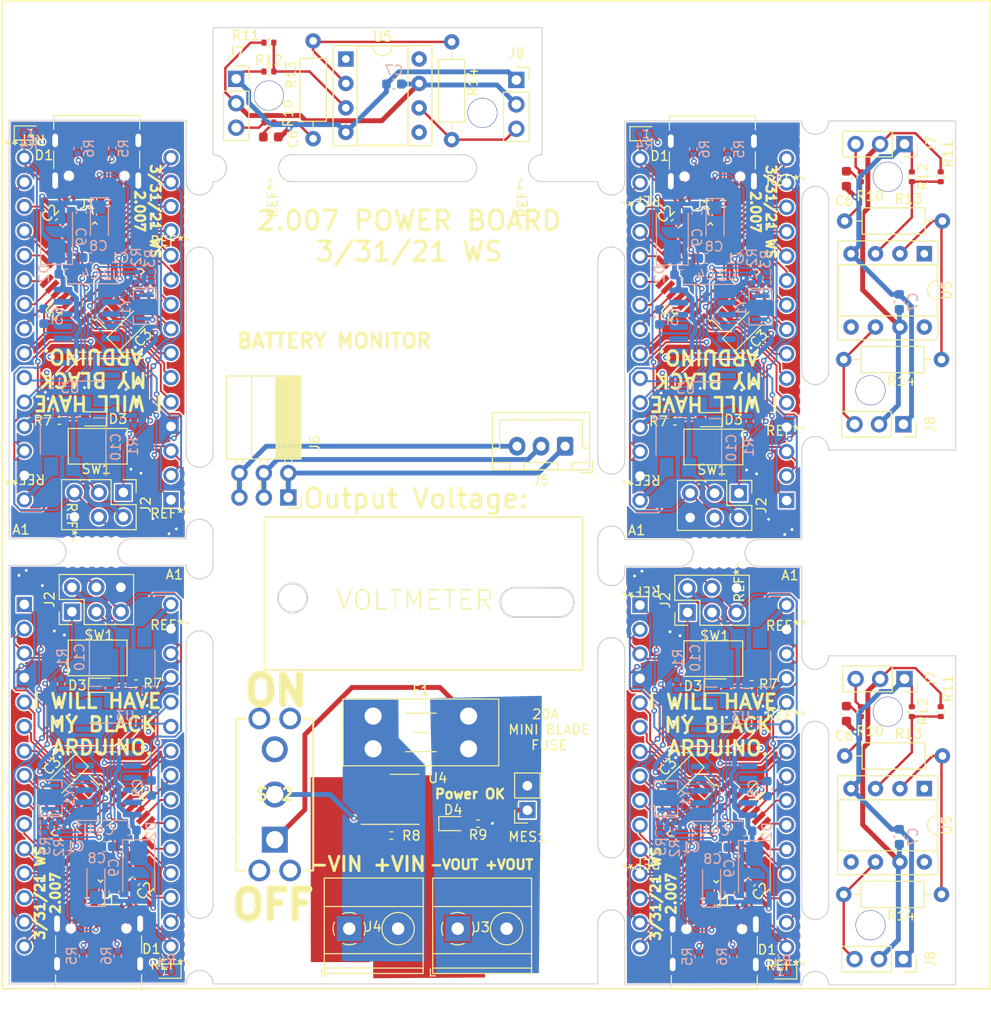
<source format=kicad_pcb>
(kicad_pcb (version 20211014) (generator pcbnew)
  (layers (0 "F.Cu" signal) (31 "B.Cu" signal) (34 "B.Paste" user) (35 "F.Paste" user) (36 "B.SilkS" user "B.Silkscreen") (37 "F.SilkS" user "F.Silkscreen") (38 "B.Mask" user) (39 "F.Mask" user) (44 "Edge.Cuts" user))
  (net 0 "")
  (net 1 "/TX")
  (net 2 "/RX")
  (net 3 "/RESET")
  (net 4 "GND")
  (net 5 "/D2")
  (net 6 "/D3")
  (net 7 "/D4")
  (net 8 "/D5")
  (net 9 "/D6")
  (net 10 "/D7")
  (net 11 "/D8")
  (net 12 "/D9")
  (net 13 "/D10")
  (net 14 "/D11")
  (net 15 "/D12")
  (net 16 "/D13")
  (net 17 "+3V3")
  (net 18 "/AREF")
  (net 19 "/A0")
  (net 20 "/A1")
  (net 21 "/A2")
  (net 22 "/A3")
  (net 23 "/A4")
  (net 24 "/A5")
  (net 25 "/A6")
  (net 26 "/A7")
  (net 27 "+5V")
  (net 28 "/VIN")
  (net 29 "Net-(C5-Pad1)")
  (net 30 "/VUSB")
  (net 31 "Net-(D1-Pad2)")
  (net 32 "Net-(D3-Pad2)")
  (net 33 "Net-(J1-PadA5)")
  (net 34 "/D+")
  (net 35 "/D-")
  (net 37 "Net-(J1-PadB5)")
  (net 39 "Net-(R2-Pad1)")
  (net 40 "Net-(R3-Pad1)")
  (net 41 "Net-(U1-Pad7)")
  (net 42 "Net-(U1-Pad8)")
  (net 51 "Net-(D4-Pad1)")
  (net 52 "Net-(D4-Pad2)")
  (net 53 "Net-(F1-Pad1)")
  (net 54 "VBUS")
  (net 55 "Net-(J4-Pad1)")
  (net 56 "Net-(SW2-Pad2)")
  (net 57 "Net-(J5-Pad1)")
  (net 58 "Net-(J5-Pad2)")
  (net 59 "Net-(J5-Pad3)")
  (net 60 "Net-(C6-Pad1)")
  (net 61 "GND1")
  (net 62 "+5VA")
  (net 63 "Net-(J7-Pad3)")
  (net 64 "Net-(J8-Pad3)")
  (net 65 "Net-(R11-Pad1)")
  (net 66 "Net-(R13-Pad1)")
  (footprint "LED_SMD:LED_0603_1608Metric" (layer "F.Cu") (at 110.26855 93.57 180)
    (fp_text reference "D3")
    (fp_text value "LED")
  )
  (footprint "Connector_USB:USB_C_Receptacle_Palconn_UTC16-G" (layer "F.Cu") (at 174.7036 66.934327 180)
    (fp_text reference "J1")
    (fp_text value "USB_C_Receptacle_USB2.0")
  )
  (footprint "Resistor_THT:R_Axial_DIN0207_L6.3mm_D2.5mm_P10.16mm_Horizontal" (layer "F.Cu") (at 198.62 128.6 180)
    (fp_text reference "R13")
    (fp_text value "10k")
  )
  (footprint "Mousebites:mousebites" (layer "F.Cu") (at 184.4 95.2)
    (fp_text reference "REF**")
    (fp_text value "mousebites")
    (fp_arc (start -0.4 1.6) (mid 1 0.2) (end 2.4 1.6) (layer "Edge.Cuts") (width 0.12))
    (fp_arc (start 2.4 -6.6) (mid 1 -5.2) (end -0.4 -6.6) (layer "Edge.Cuts") (width 0.12))
  )
  (footprint "Button_Switch_SMD:SW_SPST_CK_RS282G05A3" (layer "F.Cu") (at 110.7948 118.4148 180)
    (fp_text reference "SW1")
    (fp_text value "SW_SPST")
  )
  (footprint "Resistor_THT:R_Axial_DIN0207_L6.3mm_D2.5mm_P10.16mm_Horizontal" (layer "F.Cu") (at 133.2 54.28 -90)
    (fp_text reference "R13")
    (fp_text value "10k")
  )
  (footprint "Button_Switch_SMD:SW_SPST_CK_RS282G05A3" (layer "F.Cu") (at 174.8052 96.488527)
    (fp_text reference "SW1")
    (fp_text value "SW_SPST")
  )
  (footprint "Package_DIP:DIP-8_W7.62mm_Socket" (layer "F.Cu") (at 196.74 76.4 -90)
    (fp_text reference "U5")
    (fp_text value "OP07")
  )
  (footprint "Resistor_SMD:R_0402_1005Metric" (layer "F.Cu") (at 170.8174 93.821527)
    (fp_text reference "R7")
    (fp_text value "1K")
  )
  (footprint "LED_SMD:LED_0603_1608Metric" (layer "F.Cu") (at 175.33145 121.333327)
    (fp_text reference "D3")
    (fp_text value "LED")
  )
  (footprint "Resistor_SMD:R_0402_1005Metric" (layer "F.Cu") (at 195.44 68.4 -90)
    (fp_text reference "R12")
    (fp_text value "10k")
  )
  (footprint "Package_QFP:TQFP-32_7x7mm_P0.8mm" (layer "F.Cu") (at 174.5004 78.302127 135)
    (fp_text reference "U1")
    (fp_text value "ATmega328P-A")
  )
  (footprint "Mousebites:mousebites" (layer "F.Cu") (at 155.4 68.5 90)
    (fp_text reference "REF**")
    (fp_text value "mousebites")
    (fp_arc (start 2.4 -6.6) (mid 1 -5.2) (end -0.4 -6.6) (layer "Edge.Cuts") (width 0.12))
    (fp_arc (start -0.4 1.6) (mid 1 0.2) (end 2.4 1.6) (layer "Edge.Cuts") (width 0.12))
  )
  (footprint "Mousebites:mousebites" (layer "F.Cu") (at 165.2 99.503327 180)
    (fp_text reference "REF**")
    (fp_text value "mousebites")
    (fp_arc (start -0.4 1.6) (mid 1 0.2) (end 2.4 1.6) (layer "Edge.Cuts") (width 0.12))
    (fp_arc (start 2.4 -6.6) (mid 1 -5.2) (end -0.4 -6.6) (layer "Edge.Cuts") (width 0.12))
  )
  (footprint "Mousebites:mousebites" (layer "F.Cu") (at 165.2 111.103327 180)
    (fp_text reference "REF**")
    (fp_text value "mousebites")
    (fp_arc (start 2.4 -6.6) (mid 1 -5.2) (end -0.4 -6.6) (layer "Edge.Cuts") (width 0.12))
    (fp_arc (start -0.4 1.6) (mid 1 0.2) (end 2.4 1.6) (layer "Edge.Cuts") (width 0.12))
  )
  (footprint "Resistor_SMD:R_0402_1005Metric" (layer "F.Cu") (at 190.14 68.4 -90)
    (fp_text reference "R10")
    (fp_text value "10k")
  )
  (footprint "Capacitor_Tantalum_SMD:CP_EIA-3216-10_Kemet-I" (layer "F.Cu") (at 107.5436 130.683 -135)
    (fp_text reference "C3")
    (fp_text value "4.7uF 16V Tant")
  )
  (footprint "Mousebites:mousebites" (layer "F.Cu") (at 107.7 106.4 -90)
    (fp_text reference "REF**")
    (fp_text value "mousebites")
    (fp_arc (start -0.4 1.6) (mid 1 0.2) (end 2.4 1.6) (layer "Edge.Cuts") (width 0.12))
    (fp_arc (start 2.4 -6.6) (mid 1 -5.2) (end -0.4 -6.6) (layer "Edge.Cuts") (width 0.12))
  )
  (footprint "Resistor_SMD:R_0402_1005Metric" (layer "F.Cu") (at 190.14 124 -90)
    (fp_text reference "R10")
    (fp_text value "10k")
  )
  (footprint "Capacitor_SMD:C_0603_1608Metric" (layer "F.Cu") (at 128.8 64.26)
    (fp_text reference "C6")
    (fp_text value "1uF")
  )
  (footprint "Package_DFN_QFN:DFN-8-1EP_6x5mm_P1.27mm_EP4x4mm" (layer "F.Cu") (at 141.2066 133.1124)
    (fp_text reference "U4")
    (fp_text value "AON6558")
  )
  (footprint "Capacitor_SMD:C_0603_1608Metric" (layer "F.Cu") (at 188.64 68.6 -90)
    (fp_text reference "C6")
    (fp_text value "1uF")
  )
  (footprint "Resistor_SMD:R_0402_1005Metric" (layer "F.Cu") (at 128.6 57.46)
    (fp_text reference "R12")
    (fp_text value "10k")
  )
  (footprint "Resistor_SMD:R_0402_1005Metric" (layer "F.Cu") (at 106.81415 93.7478)
    (fp_text reference "R7")
    (fp_text value "1K")
  )
  (footprint "Capacitor_Tantalum_SMD:CP_EIA-3216-10_Kemet-I" (layer "F.Cu") (at 171.54685 130.756727 -135)
    (fp_text reference "C3")
    (fp_text value "4.7uF 16V Tant")
  )
  (footprint "Module:Arduino_Nano" (layer "F.Cu") (at 167.17805 112.925927)
    (fp_text reference "A1")
    (fp_text value "Arduino_Nano_v3.x")
  )
  (footprint "Mousebites:mousebites" (layer "F.Cu") (at 120.4 115.4)
    (fp_text reference "REF**")
    (fp_text value "mousebites")
    (fp_arc (start 2.4 -6.6) (mid 1 -5.2) (end -0.4 -6.6) (layer "Edge.Cuts") (width 0.12))
    (fp_arc (start -0.4 1.6) (mid 1 0.2) (end 2.4 1.6) (layer "Edge.Cuts") (width 0.12))
  )
  (footprint "Connector_PinSocket_2.54mm:PinSocket_2x03_P2.54mm_Horizontal" (layer "F.Cu") (at 130.6172 101.7376 -90)
    (fp_text reference "J6")
    (fp_text value "Conn_02x03_Odd_Even")
  )
  (footprint "Mousebites:mousebites" (layer "F.Cu") (at 165.2 139.403327 180)
    (fp_text reference "REF**")
    (fp_text value "mousebites")
    (fp_arc (start 2.4 -6.6) (mid 1 -5.2) (end -0.4 -6.6) (layer "Edge.Cuts") (width 0.12))
    (fp_arc (start -0.4 1.6) (mid 1 0.2) (end 2.4 1.6) (layer "Edge.Cuts") (width 0.12))
  )
  (footprint "Capacitor_SMD:C_0603_1608Metric" (layer "F.Cu") (at 106.875742 73.213808 45)
    (fp_text reference "C2")
    (fp_text value "100nF")
  )
  (footprint "Capacitor_SMD:C_0603_1608Metric" (layer "F.Cu") (at 178.724258 141.689519 -135)
    (fp_text reference "C2")
    (fp_text value "100nF")
  )
  (footprint "Package_DIP:DIP-8_W7.62mm_Socket" (layer "F.Cu") (at 136.6 56.16)
    (fp_text reference "U5")
    (fp_text value "OP07")
  )
  (footprint "Capacitor_SMD:C_0603_1608Metric" (layer "F.Cu") (at 170.878992 73.287535 45)
    (fp_text reference "C2")
    (fp_text value "100nF")
  )
  (footprint "Fuse:Fuseholder_Blade_Mini_Keystone_3568" (layer "F.Cu") (at 139.439 124.4608)
    (fp_text reference "F1")
    (fp_text value "Fuse")
  )
  (footprint "Connector_PinSocket_2.54mm:PinSocket_1x03_P2.54mm_Vertical" (layer "F.Cu") (at 125.2 58.22)
    (fp_text reference "J7")
    (fp_text value "Conn_01x03_Male")
  )
  (footprint "Module:Arduino_Nano" (layer "F.Cu") (at 182.4252 102.051127 180)
    (fp_text reference "A1")
    (fp_text value "Arduino_Nano_v3.x")
  )
  (footprint "Resistor_SMD:R_0402_1005Metric" (layer "F.Cu") (at 141.3256 136.8724 180)
    (fp_text reference "R8")
    (fp_text value "10k")
  )
  (footprint "Mousebites:mousebites" (layer "F.Cu") (at 177.9 108.503327 90)
    (fp_text reference "REF**")
    (fp_text value "mousebites")
    (fp_arc (start 2.4 -6.6) (mid 1 -5.2) (end -0.4 -6.6) (layer "Edge.Cuts") (width 0.12))
    (fp_arc (start -0.4 1.6) (mid 1 0.2) (end 2.4 1.6) (layer "Edge.Cuts") (width 0.12))
  )
  (footprint "Connector_PinSocket_2.54mm:PinSocket_1x03_P2.54mm_Vertical" (layer "F.Cu") (at 194.565 149.725 -90)
    (fp_text reference "J8")
    (fp_text value "Conn_01x03_Male")
  )
  (footprint "Connector_USB:USB_C_Receptacle_Palconn_UTC16-G" (layer "F.Cu") (at 174.89965 148.042727)
    (fp_text reference "J1")
    (fp_text value "USB_C_Receptacle_USB2.0")
  )
  (footprint "Resistor_THT:R_Axial_DIN0207_L6.3mm_D2.5mm_P10.16mm_Horizontal" (layer "F.Cu") (at 147.6 64.54 90)
    (fp_text reference "R14")
    (fp_text value "40k")
  )
  (footprint "Connector_USB:USB_C_Receptacle_Palconn_UTC16-G" (layer "F.Cu") (at 110.70035 66.8606 180)
    (fp_text reference "J1")
    (fp_text value "USB_C_Receptacle_USB2.0")
  )
  (footprint "LED_SMD:LED_0603_1608Metric" (layer "F.Cu") (at 103.61365 63.852)
    (fp_text reference "D1")
    (fp_text value "LED")
  )
  (footprint "Connector_PinSocket_2.54mm:PinSocket_1x03_P2.54mm_Vertical" (layer "F.Cu") (at 194.565 94.125 -90)
    (fp_text reference "J8")
    (fp_text value "Conn_01x03_Male")
  )
  (footprint "Package_QFP:TQFP-32_7x7mm_P0.8mm" (layer "F.Cu") (at 110.49715 78.2284 135)
    (fp_text reference "U1")
    (fp_text value "ATmega328P-A")
  )
  (footprint "LED_SMD:LED_0603_1608Metric" (layer "F.Cu") (at 111.3282 121.2596)
    (fp_text reference "D3")
    (fp_text value "LED")
  )
  (footprint "Mousebites:mousebites" (layer "F.Cu") (at 184.4 150.8)
    (fp_text reference "REF**")
    (fp_text value "mousebites")
    (fp_arc (start -0.4 1.6) (mid 1 0.2) (end 2.4 1.6) (layer "Edge.Cuts") (width 0.12))
    (fp_arc (start 2.4 -6.6) (mid 1 -5.2) (end -0.4 -6.6) (layer "Edge.Cuts") (width 0.12))
  )
  (footprint "Capacitor_Tantalum_SMD:CP_EIA-3216-10_Kemet-I" (layer "F.Cu") (at 114.05315 84.1466 45)
    (fp_text reference "C3")
    (fp_text value "4.7uF 16V Tant")
  )
  (footprint "Resistor_SMD:R_0402_1005Metric" (layer "F.Cu") (at 198.44 124 90)
    (fp_text reference "R11")
    (fp_text value "10k")
  )
  (footprint "Module:Arduino_Nano" (layer "F.Cu") (at 118.42195 101.9774 180)
    (fp_text reference "A1")
    (fp_text value "Arduino_Nano_v3.x")
  )
  (footprint "Connector_PinSocket_2.54mm:PinSocket_1x03_P2.54mm_Vertical" (layer "F.Cu") (at 194.68 120.6 -90)
    (fp_text reference "J7")
    (fp_text value "Conn_01x03_Male")
  )
  (footprint "Capacitor_SMD:C_0603_1608Metric" (layer "F.Cu") (at 188.64 124.2 -90)
    (fp_text reference "C6")
    (fp_text value "1uF")
  )
  (footprint "LED_SMD:LED_0603_1608Metric" (layer "F.Cu") (at 181.98635 151.051327 180)
    (fp_text reference "D1")
    (fp_text value "LED")
  )
  (footprint "LED_SMD:LED_0603_1608Metric" (layer "F.Cu") (at 167.6169 63.925727)
    (fp_text reference "D1")
    (fp_text value "LED")
  )
  (footprint "LED_SMD:LED_0603_1608Metric" (layer "F.Cu") (at 117.9831 150.9776 180)
    (fp_text reference "D1")
    (fp_text value "LED")
  )
  (footprint "Connector_PinHeader_2.54mm:PinHeader_2x03_P2.54mm_Vertical" (layer "F.Cu") (at 113.46895 101.2154 -90)
    (fp_text reference "J2")
    (fp_text value "Conn_02x03_Odd_Even")
  )
  (footprint "Connector_USB:USB_C_Receptacle_Palconn_UTC16-G" (layer "F.Cu") (at 110.8964 147.969)
    (fp_text reference "J1")
    (fp_text value "USB_C_Receptacle_USB2.0")
  )
  (footprint "Connector_PinHeader_2.54mm:PinHeader_2x03_P2.54mm_Vertical" (layer "F.Cu") (at 177.4722 101.289127 -90)
    (fp_text reference "J2")
    (fp_text value "Conn_02x03_Odd_Even")
  )
  (footprint "Connector_PinHeader_2.54mm:PinHeader_2x03_P2.54mm_Vertical" (layer "F.Cu") (at 172.13105 113.687927 90)
    (fp_text reference "J2")
    (fp_text value "Conn_02x03_Odd_Even")
  )
  (footprint "TerminalBlock_Phoenix:TerminalBlock_Phoenix_MKDS-1,5-2-5.08_1x02_P5.08mm_Horizontal" (layer "F.Cu") (at 148.2294 146.5572)
    (fp_text reference "J3")
    (fp_text value "Screw_Terminal_01x02")
  )
  (footprint "Resistor_SMD:R_0402_1005Metric" (layer "F.Cu") (at 128.6 62.76)
    (fp_text reference "R10")
    (fp_text value "10k")
  )
  (footprint "Connector_PinSocket_2.54mm:PinSocket_1x02_P2.54mm_Vertical" (layer "F.Cu") (at 155.4738 134.2434 180)
    (fp_text reference "MES1")
    (fp_text value "Voltmeter_DC")
  )
  (footprint "Mousebites:mousebites" (layer "F.Cu") (at 120.4 75.5)
    (fp_text reference "REF**")
    (fp_text value "mousebites")
    (fp_arc (start -0.4 1.6) (mid 1 0.2) (end 2.4 1.6) (layer "Edge.Cuts") (width 0.12))
    (fp_arc (start 2.4 -6.6) (mid 1 -5.2) (end -0.4 -6.6) (layer "Edge.Cuts") (width 0.12))
  )
  (footprint "Resistor_THT:R_Axial_DIN0207_L6.3mm_D2.5mm_P10.16mm_Horizontal" (layer "F.Cu") (at 198.62 73 180)
    (fp_text reference "R13")
    (fp_text value "10k")
  )
  (footprint "Mousebites:mousebites" (layer "F.Cu") (at 129.4 68.5 90)
    (fp_text reference "REF**")
    (fp_text value "mousebites")
    (fp_arc (start 2.4 -6.6) (mid 1 -5.2) (end -0.4 -6.6) (layer "Edge.Cuts") (width 0.12))
    (fp_arc (start -0.4 1.6) (mid 1 0.2) (end 2.4 1.6) (layer "Edge.Cuts") (width 0.12))
  )
  (footprint "Capacitor_SMD:C_0603_1608Metric" (layer "F.Cu") (at 114.721008 141.615792 -135)
    (fp_text reference "C2")
    (fp_text value "100nF")
  )
  (footprint "Mousebites:mousebites" (layer "F.Cu") (at 120.4 150.7)
    (fp_text reference "REF**")
    (fp_text value "mousebites")
    (fp_arc (start 2.4 -6.6) (mid 1 -5.2) (end -0.4 -6.6) (layer "Edge.Cuts") (width 0.12))
    (fp_arc (start -0.4 1.6) (mid 1 0.2) (end 2.4 1.6) (layer "Edge.Cuts") (width 0.12))
  )
  (footprint "Module:Arduino_Nano" (layer "F.Cu") (at 103.1748 112.8522)
    (fp_text reference "A1")
    (fp_text value "Arduino_Nano_v3.x")
  )
  (footprint "Button_Switch_SMD:SW_SPST_CK_RS282G05A3" (layer "F.Cu") (at 174.79805 118.488527 180)
    (fp_text reference "SW1")
    (fp_text value "SW_SPST")
  )
  (footprint "Capacitor_Tantalum_SMD:CP_EIA-3216-10_Kemet-I" (layer "F.Cu") (at 178.0564 84.220327 45)
    (fp_text reference "C3")
    (fp_text value "4.7uF 16V Tant")
  )
  (footprint "Package_DIP:DIP-8_W7.62mm_Socket" (layer "F.Cu") (at 196.74 132 -90)
    (fp_text reference "U5")
    (fp_text value "OP07")
  )
  (footprint "Resistor_SMD:R_0402_1005Metric" (layer "F.Cu") (at 128.6 54.46 180)
    (fp_text reference "R11")
    (fp_text value "10k")
  )
  (footprint "Resistor_SMD:R_0402_1005Metric" (layer "F.Cu") (at 195.44 124 -90)
    (fp_text reference "R12")
    (fp_text value "10k")
  )
  (footprint "Switch:M2012SS2W13" (layer "F.Cu") (at 129.2098 137.3124)
    (fp_text reference "SW2")
    (fp_text value "SW_SPST" hide)
  )
  (footprint "Resistor_THT:R_Axial_DIN0207_L6.3mm_D2.5mm_P10.16mm_Horizontal" (layer "F.Cu") (at 188.36 87.4)
    (fp_text reference "R14")
    (fp_text value "40k")
  )
  (footprint "Button_Switch_SMD:SW_SPST_CK_RS282G05A3" (layer "F.Cu") (at 110.80195 96.4148)
    (fp_text reference "SW1")
    (fp_text value "SW_SPST")
  )
  (footprint "Mousebites:mousebites" (layer "F.Cu") (at 165.2 70.5 180)
    (fp_text reference "REF**")
    (fp_text value "mousebites")
    (fp_arc (start 2.4 -6.6) (mid 1 -5.2) (end -0.4 -6.6) (layer "Edge.Cuts") (width 0.12))
    (fp_arc (start -0.4 1.6) (mid 1 0.2) (end 2.4 1.6) (layer "Edge.Cuts") (width 0.12))
  )
  (footprint "Resistor_SMD:R_0402_1005Metric" (layer "F.Cu") (at 198.44 68.4 90)
    (fp_text reference "R11")
    (fp_text value "10k")
  )
  (footprint "Mousebites:mousebites" (layer "F.Cu") (at 184.4 69.2)
    (fp_text reference "REF**")
    (fp_text value "mousebites")
    (fp_arc (start -0.4 1.6) (mid 1 0.2) (end 2.4 1.6) (layer "Edge.Cuts") (width 0.12))
    (fp_arc (start 2.4 -6.6) (mid 1 -5.2) (end -0.4 -6.6) (layer "Edge.Cuts") (width 0.12))
  )
  (footprint "Mousebites:mousebites" (layer "F.Cu") (at 184.4 124.8)
    (fp_text reference "REF**")
    (fp_text value "mousebites")
    (fp_arc (start 2.4 -6.6) (mid 1 -5.2) (end -0.4 -6.6) (layer "Edge.Cuts") (width 0.12))
    (fp_arc (start -0.4 1.6) (mid 1 0.2) (end 2.4 1.6) (layer "Edge.Cuts") (width 0.12))
  )
  (footprint "Package_QFP:TQFP-32_7x7mm_P0.8mm" (layer "F.Cu") (at 111.0996 136.6012 -45)
    (fp_text reference "U1")
    (fp_text value "ATmega328P-A")
  )
  (footprint "Connector_PinSocket_2.54mm:PinSocket_1x03_P2.54mm_Vertical" (layer "F.Cu") (at 154.325 58.335)
    (fp_text reference "J8")
    (fp_text value "Conn_01x03_Male")
  )
  (footprint "Connector_JST:JST_XH_B3B-XH-A_1x03_P2.50mm_Vertical" (layer "F.Cu") (at 159.3958 96.409 180)
    (fp_text reference "J5")
    (fp_text value "Conn_01x03_Male")
  )
  (footprint "LED_SMD:LED_0603_1608Metric" (layer "F.Cu") (at 174.2718 93.643727 180)
    (fp_text reference "D3")
    (fp_text value "LED")
  )
  (footprint "Mousebites:mousebites" (layer "F.Cu") (at 120.4 103.8)
    (fp_text reference "REF**")
    (fp_text value "mousebites")
    (fp_arc (start 2.4 -6.6) (mid 1 -5.2) (end -0.4 -6.6) (layer "Edge.Cuts") (width 0.12))
    (fp_arc (start -0.4 1.6) (mid 1 0.2) (end 2.4 1.6) (layer "Edge.Cuts") (width 0.12))
  )
  (footprint "Connector_PinSocket_2.54mm:PinSocket_1x03_P2.54mm_Vertical" (layer "F.Cu") (at 194.68 65 -90)
    (fp_text reference "J7")
    (fp_text value "Conn_01x03_Male")
  )
  (footprint "Resistor_SMD:R_0402_1005Metric" (layer "F.Cu") (at 114.7826 121.0818 180)
    (fp_text reference "R7")
    (fp_text value "1K")
  )
  (footprint "TerminalBlock_Phoenix:TerminalBlock_Phoenix_MKDS-1,5-2-5.08_1x02_P5.08mm_Horizontal" (layer "F.Cu") (at 136.9518 146.5572)
    (fp_text reference "J4")
    (fp_text value "Screw_Terminal_01x02")
  )
  (footprint "LED_SMD:LED_0603_1608Metric" (layer "F.Cu") (at 147.7518 135.635)
    (fp_text reference "D4")
    (fp_text value "LED")
  )
  (footprint "Connector_PinHeader_2.54mm:PinHeader_2x03_P2.54mm_Vertical" (layer "F.Cu") (at 108.1278 113.6142 90)
    (fp_text reference "J2")
    (fp_text value "Conn_02x03_Odd_Even")
  )
  (footprint "Package_QFP:TQFP-32_7x7mm_P0.8mm" (layer "F.Cu") (at 175.10285 136.674927 -45)
    (fp_text reference "U1")
    (fp_text value "ATmega328P-A")
  )
  (footprint "Resistor_SMD:R_0402_1005Metric" (layer "F.Cu") (at 178.78585 121.155527 180)
    (fp_text reference "R7")
    (fp_text value "1K")
  )
  (footprint "Resistor_SMD:R_0402_1005Metric" (layer "F.Cu") (at 150.3426 135.635 180)
    (fp_text reference "R9")
    (fp_text value "1K")
  )
  (footprint "Resistor_THT:R_Axial_DIN0207_L6.3mm_D2.5mm_P10.16mm_Horizontal" (layer "F.Cu") (at 188.36 143)
    (fp_text reference "R14")
    (fp_text value "40k")
  )
  (footprint "Capacitor_SMD:C_0603_1608Metric" (layer "B.Cu") (at 105.21395 82.902 90)
    (fp_text reference "C5")
    (fp_text value "100nF")
  )
  (footprint "Diode_SMD:D_SMA" (layer "B.Cu") (at 115.062 140.7226 -90)
    (fp_text reference "D2")
    (fp_text value "D_Schottky")
  )
  (footprint "Capacitor_SMD:C_0603_1608Metric" (layer "B.Cu") (at 114.059 136.3218 180)
    (fp_text reference "C4")
    (fp_text value "1uF")
  )
  (footprint "Capacitor_SMD:C_0603_1608Metric" (layer "B.Cu") (at 175.52165 138.097327 180)
    (fp_text reference "C1")
    (fp_text value "100nF")
  )
  (footprint "Resistor_SMD:R_0402_1005Metric" (layer "B.Cu") (at 178.92 78.886327 -90)
    (fp_text reference "R2")
    (fp_text value "1K")
  )
  (footprint "Resistor_SMD:R_0402_1005Metric" (layer "B.Cu") (at 181.95895 151.025927 180)
    (fp_text reference "R4")
    (fp_text value "1K")
  )
  (footprint "Package_TO_SOT_SMD:SOT-223-3_TabPin2" (layer "B.Cu") (at 172.2538 95.446727 90)
    (fp_text reference "U3")
    (fp_text value "AMS1117-5.0")
  )
  (footprint "Resistor_SMD:R_0402_1005Metric" (layer "B.Cu") (at 170.68325 136.090727 90)
    (fp_text reference "R2")
    (fp_text value "1K")
  )
  (footprint "Capacitor_Tantalum_SMD:CP_EIA-3216-10_Kemet-I" (layer "B.Cu") (at 174.62025 142.008927 90)
    (fp_text reference "C8")
    (fp_text value "4.7uF 16V Tant")
  )
  (footprint "Resistor_SMD:R_0402_1005Metric" (layer "B.Cu") (at 108.71915 65.4522 90)
    (fp_text reference "R6")
    (fp_text value "5.1K 1%")
  )
  (footprint "Resistor_SMD:R_0402_1005Metric" (layer "B.Cu") (at 169.26085 136.092727 90)
    (fp_text reference "R3")
    (fp_text value "1K")
  )
  (footprint "Crystal:Resonator_SMD_Murata_CSTxExxV-3Pin_3.0x1.1mm" (layer "B.Cu") (at 169.89265 132.968127 90)
    (fp_text reference "Y1")
    (fp_text value "Crystal_GND2_Small")
  )
  (footprint "Resistor_SMD:R_0402_1005Metric" (layer "B.Cu") (at 112.8776 149.3774 -90)
    (fp_text reference "R6")
    (fp_text value "5.1K 1%")
  )
  (footprint "Capacitor_SMD:C_0603_1608Metric" (layer "B.Cu") (at 176.6848 93.567527 -90)
    (fp_text reference "C10")
    (fp_text value "1uF")
  )
  (footprint "Capacitor_SMD:C_0603_1608Metric" (layer "B.Cu") (at 109.10015 72.094 -90)
    (fp_text reference "C9")
    (fp_text value "100nF")
  )
  (footprint "Resistor_SMD:R_0402_1005Metric" (layer "B.Cu") (at 112.32595 65.4522 90)
    (fp_text reference "R5")
    (fp_text value "5.1K 1%")
  )
  (footprint "Capacitor_SMD:C_0603_1608Metric" (layer "B.Cu") (at 107.53775 78.5078)
    (fp_text reference "C4")
    (fp_text value "1uF")
  )
  (footprint "Resistor_SMD:R_0402_1005Metric" (layer "B.Cu") (at 106.68 136.017 90)
    (fp_text reference "R2")
    (fp_text value "1K")
  )
  (footprint "Diode_SMD:D_SMA" (layer "B.Cu") (at 106.53475 74.107 90)
    (fp_text reference "D2")
    (fp_text value "D_Schottky")
  )
  (footprint "Resistor_SMD:R_0402_1005Metric" (layer "B.Cu") (at 167.6443 63.951127)
    (fp_text reference "R4")
    (fp_text value "1K")
  )
  (footprint "Resistor_SMD:R_0402_1005Metric" (layer "B.Cu") (at 116.33915 78.8106 -90)
    (fp_text reference "R3")
    (fp_text value "1K")
  )
  (footprint "Resistor_SMD:R_0402_1005Metric" (layer "B.Cu") (at 172.7224 65.525927 90)
    (fp_text reference "R6")
    (fp_text value "5.1K 1%")
  )
  (footprint "Capacitor_SMD:C_0603_1608Metric" (layer "B.Cu") (at 112.4966 142.7356 90)
    (fp_text reference "C9")
    (fp_text value "100nF")
  )
  (footprint "Resistor_SMD:R_0402_1005Metric" (layer "B.Cu") (at 180.3424 78.884327 -90)
    (fp_text reference "R3")
    (fp_text value "1K")
  )
  (footprint "Capacitor_Tantalum_SMD:CP_EIA-3216-10_Kemet-I" (layer "B.Cu") (at 110.617 141.9352 90)
    (fp_text reference "C8")
    (fp_text value "4.7uF 16V Tant")
  )
  (footprint "Package_SO:SOIC-16_3.9x9.9mm_P1.27mm" (layer "B.Cu") (at 109.68435 84.5784 180)
    (fp_text reference "U2")
    (fp_text value "CH340C")
  )
  (footprint "Capacitor_Tantalum_SMD:CP_EIA-3216-10_Kemet-I" (layer "B.Cu") (at 110.97975 72.8944 -90)
    (fp_text reference "C8")
    (fp_text value "4.7uF 16V Tant")
  )
  (footprint "Capacitor_SMD:C_0603_1608Metric" (layer "B.Cu") (at 172.91845 121.409527 90)
    (fp_text reference "C10")
    (fp_text value "1uF")
  )
  (footprint "Resistor_SMD:R_0402_1005Metric" (layer "B.Cu") (at 176.3292 65.525927 90)
    (fp_text reference "R5")
    (fp_text value "5.1K 1%")
  )
  (footprint "Crystal:Resonator_SMD_Murata_CSTxExxV-3Pin_3.0x1.1mm" (layer "B.Cu") (at 115.70735 81.9352 -90)
    (fp_text reference "Y1")
    (fp_text value "Crystal_GND2_Small")
  )
  (footprint "Capacitor_Tantalum_SMD:CP_EIA-3216-10_Kemet-I" (layer "B.Cu") (at 174.983 72.968127 -90)
    (fp_text reference "C8")
    (fp_text value "4.7uF 16V Tant")
  )
  (footprint "Diode_SMD:D_SMA" (layer "B.Cu") (at 170.538 74.180727 90)
    (fp_text reference "D2")
    (fp_text value "D_Schottky")
  )
  (footprint "Capacitor_SMD:C_0603_1608Metric" (layer "B.Cu") (at 180.38605 132.001327 -90)
    (fp_text reference "C5")
    (fp_text value "100nF")
  )
  (footprint "Resistor_SMD:R_0402_1005Metric" (layer "B.Cu") (at 107.0102 121.1072 90)
    (fp_text reference "R1")
    (fp_text value "1K")
  )
  (footprint "Capacitor_SMD:C_0603_1608Metric" (layer "B.Cu") (at 169.2172 82.975727 90)
    (fp_text reference "C5")
    (fp_text value "100nF")
  )
  (footprint "Resistor_SMD:R_0402_1005Metric" (layer "B.Cu") (at 171.01345 121.180927 90)
    (fp_text reference "R1")
    (fp_text value "1K")
  )
  (footprint "Crystal:Resonator_SMD_Murata_CSTxExxV-3Pin_3.0x1.1mm" (layer "B.Cu") (at 105.8894 132.8944 90)
    (fp_text reference "Y1")
    (fp_text value "Crystal_GND2_Small")
  )
  (footprint "Capacitor_SMD:C_0603_1608Metric" (layer "B.Cu") (at 171.541 78.581527)
    (fp_text reference "C4")
    (fp_text value "1uF")
  )
  (footprint "Resistor_SMD:R_0402_1005Metric" (layer "B.Cu") (at 176.88085 149.451127 -90)
    (fp_text reference "R6")
    (fp_text value "5.1K 1%")
  )
  (footprint "Capacitor_SMD:C_0603_1608Metric" (layer "B.Cu") (at 110.07835 76.806)
    (fp_text reference "C1")
    (fp_text value "100nF")
  )
  (footprint "Package_TO_SOT_SMD:SOT-223-3_TabPin2" (layer "B.Cu") (at 177.34945 119.530327 -90)
    (fp_text reference "U3")
    (fp_text value "AMS1117-5.0")
  )
  (footprint "Resistor_SMD:R_0402_1005Metric" (layer "B.Cu") (at 103.64105 63.8774)
    (fp_text reference "R4")
    (fp_text value "1K")
  )
  (footprint "Capacitor_SMD:C_0603_1608Metric" (layer "B.Cu") (at 108.9152 121.3358 90)
    (fp_text reference "C10")
    (fp_text value "1uF")
  )
  (footprint "Diode_SMD:D_SMA" (layer "B.Cu") (at 179.06525 140.796327 -90)
    (fp_text reference "D2")
    (fp_text value "D_Schottky")
  )
  (footprint "Package_TO_SOT_SMD:SOT-223-3_TabPin2" (layer "B.Cu") (at 113.3462 119.4566 -90)
    (fp_text reference "U3")
    (fp_text value "AMS1117-5.0")
  )
  (footprint "Resistor_SMD:R_0402_1005Metric" (layer "B.Cu") (at 109.2708 149.3774 -90)
    (fp_text reference "R5")
    (fp_text value "5.1K 1%")
  )
  (footprint "Capacitor_SMD:C_0603_1608Metric" (layer "B.Cu") (at 176.49985 142.809327 90)
    (fp_text reference "C9")
    (fp_text value "100nF")
  )
  (footprint "Resistor_SMD:R_0402_1005Metric" (layer "B.Cu") (at 173.27405 149.451127 -90)
    (fp_text reference "R5")
    (fp_text value "5.1K 1%")
  )
  (footprint "Resistor_SMD:R_0402_1005Metric" (layer "B.Cu") (at 105.2576 136.019 90)
    (fp_text reference "R3")
    (fp_text value "1K")
  )
  (footprint "Capacitor_SMD:C_0603_1608Metric" (layer "B.Cu") (at 111.5184 138.0236 180)
    (fp_text reference "C1")
    (fp_text value "100nF")
  )
  (footprint "Resistor_SMD:R_0402_1005Metric" (layer "B.Cu") (at 117.9557 150.9522 180)
    (fp_text reference "R4")
    (fp_text value "1K")
  )
  (footprint "Capacitor_SMD:C_0603_1608Metric" (layer "B.Cu") (at 178.06225 136.395527 180)
    (fp_text reference "C4")
    (fp_text value "1uF")
  )
  (footprint "Capacitor_SMD:C_0603_1608Metric" (layer "B.Cu") (at 194.14 81.4 90)
    (fp_text reference "C7")
    (fp_text value "1uF")
  )
  (footprint "Resistor_SMD:R_0402_1005Metric" (layer "B.Cu") (at 114.91675 78.8126 -90)
    (fp_text reference "R2")
    (fp_text value "1K")
  )
  (footprint "Capacitor_SMD:C_0603_1608Metric" (layer "B.Cu") (at 173.1034 72.167727 -90)
    (fp_text reference "C9")
    (fp_text value "100nF")
  )
  (footprint "Package_SO:SOIC-16_3.9x9.9mm_P1.27mm" (layer "B.Cu") (at 111.9124 130.2512)
    (fp_text reference "U2")
    (fp_text value "CH340C")
  )
  (footprint "Capacitor_SMD:C_0603_1608Metric" (layer "B.Cu") (at 141.6 58.76 180)
    (fp_text reference "C7")
    (fp_text value "1uF")
  )
  (footprint "Package_SO:SOIC-16_3.9x9.9mm_P1.27mm" (layer "B.Cu") (at 175.91565 130.324927)
    (fp_text reference "U2")
    (fp_text value "CH340C")
  )
  (footprint "Capacitor_SMD:C_0603_1608Metric" (layer "B.Cu") (at 174.0816 76.879727)
    (fp_text reference "C1")
    (fp_text value "100nF")
  )
  (footprint "Capacitor_SMD:C_0603_1608Metric" (layer "B.Cu") (at 112.68155 93.4938 -90)
    (fp_text reference "C10")
    (fp_text value "1uF")
  )
  (footprint "Capacitor_SMD:C_0603_1608Metric" (layer "B.Cu") (at 194.14 137 90)
    (fp_text reference "C7")
    (fp_text value "1uF")
  )
  (footprint "Resistor_SMD:R_0402_1005Metric" (layer "B.Cu") (at 114.58655 93.7224 -90)
    (fp_text reference "R1")
    (fp_text value "1K")
  )
  (footprint "Capacitor_SMD:C_0603_1608Metric" (layer "B.Cu") (at 116.3828 131.9276 -90)
    (fp_text reference "C5")
    (fp_text value "100nF")
  )
  (footprint "Resistor_SMD:R_0402_1005Metric" (layer "B.Cu") (at 178.5898 93.796127 -90)
    (fp_text reference "R1")
    (fp_text value "1K")
  )
  (footprint "Crystal:Resonator_SMD_Murata_CSTxExxV-3Pin_3.0x1.1mm" (layer "B.Cu") (at 179.7106 82.008927 -90)
    (fp_text reference "Y1")
    (fp_text value "Crystal_GND2_Small")
  )
  (footprint "Package_TO_SOT_SMD:SOT-223-3_TabPin2" (layer "B.Cu") (at 108.25055 95.373 90)
    (fp_text reference "U3")
    (fp_text value "AMS1117-5.0")
  )
  (footprint "Package_SO:SOIC-16_3.9x9.9mm_P1.27mm" (layer "B.Cu") (at 173.6876 84.652127 180)
    (fp_text reference "U2")
    (fp_text value "CH340C")
  )
  (gr_rect (start 100.9 152.8) (end 203.6 50.1) (layer "F.SilkS") (width 0.15) (fill none))
  (gr_rect (start 128.143 103.7834) (end 161.2138 119.6584) (layer "F.SilkS") (width 0.15) (fill none))
  (gr_line (start 184 96.8) (end 184 106.103327) (layer "Edge.Cuts") (width 0.1))
  (gr_line (start 200 96.8) (end 186.8 96.8) (layer "Edge.Cuts") (width 0.1))
  (gr_line (start 179.5 106.103327) (end 184 106.103327) (layer "Edge.Cuts") (width 0.1))
  (gr_line (start 122.8 117) (end 122.8 144.1) (layer "Edge.Cuts") (width 0.1))
  (gr_line (start 162.8 97.903327) (end 162.8 77.1) (layer "Edge.Cuts") (width 0.1))
  (gr_line (start 122.8 105.4) (end 122.8 108.8) (layer "Edge.Cuts") (width 0.1))
  (gr_line (start 154.2034 114.172) (end 158.7754 114.172) (layer "Edge.Cuts") (width 0.2))
  (gr_line (start 122.8 66.1) (end 122.8 52.9) (layer "Edge.Cuts") (width 0.1))
  (gr_line (start 120 108.8) (end 114.3 108.8) (layer "Edge.Cuts") (width 0.1))
  (gr_circle (center 131.064 112.1908) (end 132.578871 112.1908) (layer "Edge.Cuts") (width 0.2) (fill none))
  (gr_line (start 184 152.4) (end 165.60325 152.373727) (layer "Edge.Cuts") (width 0.1))
  (gr_line (start 165.6 77.1) (end 165.6 97.903327) (layer "Edge.Cuts") (width 0.1))
  (gr_line (start 165.6 68.9) (end 165.6 62.603327) (layer "Edge.Cuts") (width 0.1))
  (gr_line (start 157 52.9) (end 157 66.1) (layer "Edge.Cuts") (width 0.1))
  (gr_line (start 106.1 108.8) (end 101.6 108.8) (layer "Edge.Cuts") (width 0.1))
  (gr_arc (start 158.7754 111.124) (mid 160.2994 112.648) (end 158.7754 114.172) (layer "Edge.Cuts") (width 0.2))
  (gr_line (start 157 68.9) (end 162.8 68.9) (layer "Edge.Cuts") (width 0.1))
  (gr_line (start 122.8 97.2) (end 122.8 77.1) (layer "Edge.Cuts") (width 0.1))
  (gr_line (start 119.99675 106.0296) (end 120 105.4) (layer "Edge.Cuts") (width 0.1))
  (gr_line (start 122.8 52.9) (end 157 52.9) (layer "Edge.Cuts") (width 0.1))
  (gr_line (start 101.59675 106.0296) (end 106.1 106) (layer "Edge.Cuts") (width 0.1))
  (gr_line (start 120 77.1) (end 120 97.2) (layer "Edge.Cuts") (width 0.1))
  (gr_line (start 184 70.8) (end 184 88.6) (layer "Edge.Cuts") (width 0.1))
  (gr_line (start 186.8 118.2) (end 200 118.2) (layer "Edge.Cuts") (width 0.1))
  (gr_line (start 120 144.1) (end 120 117) (layer "Edge.Cuts") (width 0.1))
  (gr_line (start 131 66.1) (end 148.8 66.1) (layer "Edge.Cuts") (width 0.1))
  (gr_line (start 158.7754 111.124) (end 154.2034 111.102979) (layer "Edge.Cuts") (width 0.2))
  (gr_line (start 162.8 109.503327) (end 162.8 106.103327) (layer "Edge.Cuts") (width 0.1))
  (gr_line (start 184 126.4) (end 184 144.2) (layer "Edge.Cuts") (width 0.1))
  (gr_line (start 165.6 146.003327) (end 165.60325 152.373727) (layer "Edge.Cuts") (width 0.1))
  (gr_line (start 186.8 126.4) (end 186.8 144.2) (layer "Edge.Cuts") (width 0.1))
  (gr_line (start 165.6 106.103327) (end 171.3 106.103327) (layer "Edge.Cuts") (width 0.1))
  (gr_line (start 101.59675 62.5296) (end 101.59675 106.0296) (layer "Edge.Cuts") (width 0.1))
  (gr_line (start 120 152.3) (end 101.6 152.3) (layer "Edge.Cuts") (width 0.1))
  (gr_line (start 184.00325 108.873727) (end 184 118.2) (layer "Edge.Cuts") (width 0.1))
  (gr_line (start 165.6 137.803327) (end 165.6 117.703327) (layer "Edge.Cuts") (width 0.1))
  (gr_line (start 114.3 106) (end 119.99675 106.0296) (layer "Edge.Cuts") (width 0.1))
  (gr_line (start 171.3 108.903327) (end 165.60325 108.873727) (layer "Edge.Cuts") (width 0.1))
  (gr_line (start 186.8 62.6) (end 200 62.6) (layer "Edge.Cuts") (width 0.1))
  (gr_line (start 165.60325 108.873727) (end 165.6 109.503327) (layer "Edge.Cuts") (width 0.1))
  (gr_line (start 184.00325 108.873727) (end 179.5 108.903327) (layer "Edge.Cuts") (width 0.1))
  (gr_line (start 120 68.9) (end 119.99675 62.5296) (layer "Edge.Cuts") (width 0.1))
  (gr_line (start 162.8 152.3) (end 122.8 152.3) (layer "Edge.Cuts") (width 0.1))
  (gr_line (start 101.59675 62.5296) (end 119.99675 62.5296) (layer "Edge.Cuts") (width 0.1))
  (gr_line (start 200 118.2) (end 200 152.4) (layer "Edge.Cuts") (width 0.1))
  (gr_line (start 186.8 70.8) (end 186.8 88.6) (layer "Edge.Cuts") (width 0.1))
  (gr_line (start 165.6 62.603327) (end 184 62.603327) (layer "Edge.Cuts") (width 0.1))
  (gr_line (start 131 68.9) (end 148.8 68.9) (layer "Edge.Cuts") (width 0.1))
  (gr_line (start 200 152.4) (end 186.8 152.4) (layer "Edge.Cuts") (width 0.1))
  (gr_line (start 162.8 146.003327) (end 162.8 152.3) (layer "Edge.Cuts") (width 0.1))
  (gr_arc (start 154.2034 114.172) (mid 152.668891 112.637489) (end 154.2034 111.102979) (layer "Edge.Cuts") (width 0.2))
  (gr_line (start 162.8 117.703327) (end 162.8 137.803327) (layer "Edge.Cuts") (width 0.1))
  (gr_line (start 101.6 152.3) (end 101.6 108.8) (layer "Edge.Cuts") (width 0.1))
  (gr_line (start 200 62.6) (end 200 96.8) (layer "Edge.Cuts") (width 0.1))
  (gr_text "Output Voltage:" (at 143.8656 101.853) (layer "F.SilkS") (effects (font (size 2 2) (thickness 0.3))))
  (gr_text "I WILL HAVE \nMY BLACK\nARDUINO." (at 111.3028 125.3236) (layer "F.SilkS") (effects (font (size 1.5 1.5) (thickness 0.3))))
  (gr_text "20A \nMINI BLADE\nFUSE" (at 157.734 125.8814) (layer "F.SilkS") (effects (font (size 1 1))))
  (gr_text "ON\n" (at 129.3368 121.8174) (layer "F.SilkS") (effects (font (size 3 3) (thickness 0.75))))
  (gr_text "3/31/21 WS\n2.007" (at 105.6132 142.8496 90) (layer "F.SilkS") (effects (font (size 1 1) (thickness 0.25))))
  (gr_text "-VOUT +VOUT" (at 150.7236 139.9022) (layer "F.SilkS") (effects (font (size 1 1) (thickness 0.25))))
  (gr_text "3/31/21 WS\n2.007" (at 169.61645 142.923327 90) (layer "F.SilkS") (effects (font (size 1 1) (thickness 0.25))))
  (gr_text "3/31/21 WS\n2.007" (at 115.98355 71.98 270) (layer "F.SilkS") (effects (font (size 1 1) (thickness 0.25))))
  (gr_text "3/31/21 WS\n2.007" (at 179.9868 72.053727 270) (layer "F.SilkS") (effects (font (size 1 1) (thickness 0.25))))
  (gr_text "2.007 POWER BOARD\n3/31/21 WS" (at 143.1798 74.5734) (layer "F.SilkS") (effects (font (size 2 2) (thickness 0.3))))
  (gr_text "-VIN +VIN" (at 138.8872 139.8514) (layer "F.SilkS") (effects (font (size 1.5 1.5) (thickness 0.3))))
  (gr_text "I WILL HAVE \nMY BLACK\nARDUINO." (at 174.2972 89.579727 180) (layer "F.SilkS") (effects (font (size 1.5 1.5) (thickness 0.3))))
  (gr_text "VOLTMETER" (at 143.764 112.4194) (layer "F.SilkS") (effects (font (size 2 2))))
  (gr_text "REF**" (at 182.40325 150.373727) (layer "F.SilkS") (effects (font (size 1 1))))
  (gr_text "OFF\n" (at 129.032 144.0932) (layer "F.SilkS") (effects (font (size 3 3) (thickness 0.75))))
  (gr_text "REF**" (at 103.19675 99.8296 180) (layer "F.SilkS") (effects (font (size 1 1))))
  (gr_text "BATTERY MONITOR" (at 135.4074 85.47) (layer "F.SilkS") (effects (font (size 1.5 1.5) (thickness 0.3))))
  (gr_text "I WILL HAVE \nMY BLACK\nARDUINO." (at 110.29395 89.506 180) (layer "F.SilkS") (effects (font (size 1.5 1.5) (thickness 0.3))))
  (gr_text "REF**" (at 182.40325 115.073727) (layer "F.SilkS") (effects (font (size 1 1))))
  (gr_text "Power OK" (at 149.5044 132.5616) (layer "F.SilkS") (effects (font (size 1 1) (thickness 0.25))))
  (gr_text "REF**" (at 103.19675 64.5296 180) (layer "F.SilkS") (effects (font (size 1 1))))
  (gr_text "I WILL HAVE \nMY BLACK\nARDUINO." (at 175.30605 125.397327) (layer "F.SilkS") (effects (font (size 1.5 1.5) (thickness 0.3))))
  (via (at 179.72565 127.784927) (size 0.6) (drill 0.3) (layers "F.Cu" "B.Cu") (net 0))
  (via (at 191.14 90.6) (size 3.1) (drill 3) (layers "F.Cu" "B.Cu") (net 0))
  (via (at 115.7224 127.7112) (size 0.6) (drill 0.3) (layers "F.Cu" "B.Cu") (net 0))
  (via (at 105.51875 88.744) (size 0.6) (drill 0.3) (layers "F.Cu" "B.Cu") (net 0))
  (via (at 150.8 61.76) (size 3.1) (drill 3) (layers "F.Cu" "B.Cu") (net 0))
  (via (at 169.522 88.817727) (size 0.6) (drill 0.3) (layers "F.Cu" "B.Cu") (net 0))
  (via (at 192.94 124) (size 3.1) (drill 3) (layers "F.Cu" "B.Cu") (net 0))
  (via (at 191.14 146.2) (size 3.1) (drill 3) (layers "F.Cu" "B.Cu") (net 0))
  (via (at 180.08125 126.159327) (size 0.6) (drill 0.3) (layers "F.Cu" "B.Cu") (net 0))
  (via (at 128.6 59.96) (size 3.1) (drill 3) (layers "F.Cu" "B.Cu") (net 0))
  (via (at 192.94 68.4) (size 3.1) (drill 3) (layers "F.Cu" "B.Cu") (net 0))
  (via (at 105.87435 87.1184) (size 0.6) (drill 0.3) (layers "F.Cu" "B.Cu") (net 0))
  (via (at 169.8776 87.192127) (size 0.6) (drill 0.3) (layers "F.Cu" "B.Cu") (net 0))
  (via (at 116.078 126.0856) (size 0.6) (drill 0.3) (layers "F.Cu" "B.Cu") (net 0))
  (segment (start 118.725581 95.571924) (end 119.473861 94.823644) (width 0.2) (layer "F.Cu") (net 1))
  (segment (start 166.126139 120.079683) (end 166.126139 121.627616) (width 0.2) (layer "F.Cu") (net 1))
  (segment (start 166.36525 121.866727) (end 167.446478 121.866727) (width 0.2) (layer "F.Cu") (net 1))
  (segment (start 104.5718 122.921572) (end 104.5718 123.738211) (width 0.2) (layer "F.Cu") (net 1))
  (segment (start 117.02495 91.908028) (end 117.02495 91.091389) (width 0.2) (layer "F.Cu") (net 1))
  (segment (start 181.0282 91.165116) (end 180.941411 91.078327) (width 0.2) (layer "F.Cu") (net 1))
  (segment (start 166.126139 121.627616) (end 166.36525 121.866727) (width 0.2) (layer "F.Cu") (net 1))
  (segment (start 168.57505 122.995299) (end 168.57505 123.811938) (width 0.2) (layer "F.Cu") (net 1))
  (segment (start 181.0282 91.981755) (end 181.0282 91.165116) (width 0.2) (layer "F.Cu") (net 1))
  (segment (start 182.156772 93.110327) (end 181.0282 91.981755) (width 0.2) (layer "F.Cu") (net 1))
  (segment (start 183.477111 94.897371) (end 183.477111 93.349438) (width 0.2) (layer "F.Cu") (net 1))
  (segment (start 183.477111 93.349438) (end 183.238 93.110327) (width 0.2) (layer "F.Cu") (net 1))
  (segment (start 119.473861 94.823644) (end 119.473861 93.275711) (width 0.2) (layer "F.Cu") (net 1))
  (segment (start 102.122889 120.005956) (end 102.122889 121.553889) (width 0.2) (layer "F.Cu") (net 1))
  (segment (start 102.871169 119.257676) (end 102.122889 120.005956) (width 0.2) (layer "F.Cu") (net 1))
  (segment (start 167.446478 121.866727) (end 168.57505 122.995299) (width 0.2) (layer "F.Cu") (net 1))
  (segment (start 117.02495 91.091389) (end 116.938161 91.0046) (width 0.2) (layer "F.Cu") (net 1))
  (segment (start 182.728831 95.645651) (end 183.477111 94.897371) (width 0.2) (layer "F.Cu") (net 1))
  (segment (start 168.57505 123.811938) (end 168.661839 123.898727) (width 0.2) (layer "F.Cu") (net 1))
  (segment (start 119.23475 93.0366) (end 118.153522 93.0366) (width 0.2) (layer "F.Cu") (net 1))
  (segment (start 118.153522 93.0366) (end 117.02495 91.908028) (width 0.2) (layer "F.Cu") (net 1))
  (segment (start 183.238 93.110327) (end 182.156772 93.110327) (width 0.2) (layer "F.Cu") (net 1))
  (segment (start 102.362 121.793) (end 103.443228 121.793) (width 0.2) (layer "F.Cu") (net 1))
  (segment (start 166.874419 119.331403) (end 166.126139 120.079683) (width 0.2) (layer "F.Cu") (net 1))
  (segment (start 103.443228 121.793) (end 104.5718 122.921572) (width 0.2) (layer "F.Cu") (net 1))
  (segment (start 119.473861 93.275711) (end 119.23475 93.0366) (width 0.2) (layer "F.Cu") (net 1))
  (segment (start 104.5718 123.738211) (end 104.658589 123.825) (width 0.2) (layer "F.Cu") (net 1))
  (segment (start 102.122889 121.553889) (end 102.362 121.793) (width 0.2) (layer "F.Cu") (net 1))
  (via (at 102.871169 119.257676) (size 0.6) (drill 0.3) (layers "F.Cu" "B.Cu") (net 1))
  (via (at 180.941411 91.078327) (size 0.6) (drill 0.3) (layers "F.Cu" "B.Cu") (net 1))
  (via (at 104.658589 123.825) (size 0.6) (drill 0.3) (layers "F.Cu" "B.Cu") (net 1))
  (via (at 168.661839 123.898727) (size 0.6) (drill 0.3) (layers "F.Cu" "B.Cu") (net 1))
  (via (at 116.938161 91.0046) (size 0.6) (drill 0.3) (layers "F.Cu" "B.Cu") (net 1))
  (via (at 182.728831 95.645651) (size 0.6) (drill 0.3) (layers "F.Cu" "B.Cu") (net 1))
  (via (at 166.874419 119.331403) (size 0.6) (drill 0.3) (layers "F.Cu" "B.Cu") (net 1))
  (via (at 118.725581 95.571924) (size 0.6) (drill 0.3) (layers "F.Cu" "B.Cu") (net 1))
  (segment (start 178.0818 80.765927) (end 178.0818 81.299327) (width 0.2) (layer "B.Cu") (net 1))
  (segment (start 106.220289 134.546311) (end 107.109289 134.546311) (width 0.2) (layer "B.Cu") (net 1))
  (segment (start 116.33915 79.3206) (end 115.376461 80.283289) (width 0.2) (layer "B.Cu") (net 1))
  (segment (start 172.96925 132.229927) (end 173.44065 132.229927) (width 0.2) (layer "B.Cu") (net 1))
  (segment (start 178.099822 83.913271) (end 178.099822 86.547257) (width 0.2) (layer "B.Cu") (net 1))
  (segment (start 104.226711 118.367917) (end 103.336952 119.257676) (width 0.2) (layer "B.Cu") (net 1))
  (segment (start 107.500178 130.990056) (end 107.500178 128.35607) (width 0.2) (layer "B.Cu") (net 1))
  (segment (start 114.07855 81.2256) (end 112.63075 82.6734) (width 0.2) (layer "B.Cu") (net 1))
  (segment (start 171.52145 134.211127) (end 171.52145 133.677727) (width 0.2) (layer "B.Cu") (net 1))
  (segment (start 103.1748 112.8522) (end 104.226711 113.904111) (width 0.2) (layer "B.Cu") (net 1))
  (segment (start 114.096572 83.839544) (end 114.096572 86.47353) (width 0.2) (layer "B.Cu") (net 1))
  (segment (start 182.4252 102.051127) (end 181.373289 100.999216) (width 0.2) (layer "B.Cu") (net 1))
  (segment (start 169.26085 135.582727) (end 170.223539 134.620038) (width 0.2) (layer "B.Cu") (net 1))
  (segment (start 116.938161 89.315119) (end 116.938161 91.0046) (width 0.2) (layer "B.Cu") (net 1))
  (segment (start 171.503428 128.429797) (end 168.661839 125.588208) (width 0.2) (layer "B.Cu") (net 1))
  (segment (start 171.112539 134.620038) (end 171.52145 134.211127) (width 0.2) (layer "B.Cu") (net 1))
  (segment (start 176.1626 82.747127) (end 176.933678 82.747127) (width 0.2) (layer "B.Cu") (net 1))
  (segment (start 171.503428 131.063783) (end 171.503428 128.429797) (width 0.2) (layer "B.Cu") (net 1))
  (segment (start 109.4374 132.1562) (end 108.666322 132.1562) (width 0.2) (layer "B.Cu") (net 1))
  (segment (start 180.3424 79.394327) (end 179.379711 80.357016) (width 0.2) (layer "B.Cu") (net 1))
  (segment (start 118.42195 101.9774) (end 117.370039 100.925489) (width 0.2) (layer "B.Cu") (net 1))
  (segment (start 112.63075 82.6734) (end 112.15935 82.6734) (width 0.2) (layer "B.Cu") (net 1))
  (segment (start 104.658589 125.514481) (end 104.658589 123.825) (width 0.2) (layer "B.Cu") (net 1))
  (segment (start 114.487461 80.283289) (end 114.07855 80.6922) (width 0.2) (layer "B.Cu") (net 1))
  (segment (start 105.2576 135.509) (end 106.220289 134.546311) (width 0.2) (layer "B.Cu") (net 1))
  (segment (start 104.226711 113.904111) (end 104.226711 118.367917) (width 0.2) (layer "B.Cu") (net 1))
  (segment (start 108.966 132.1562) (end 109.4374 132.1562) (width 0.2) (layer "B.Cu") (net 1))
  (segment (start 170.223539 134.620038) (end 171.112539 134.620038) (width 0.2) (layer "B.Cu") (net 1))
  (segment (start 107.5182 134.1374) (end 107.5182 133.604) (width 0.2) (layer "B.Cu") (net 1))
  (segment (start 180.941411 89.388846) (end 180.941411 91.078327) (width 0.2) (layer "B.Cu") (net 1))
  (segment (start 118.259798 95.571924) (end 118.725581 95.571924) (width 0.2) (layer "B.Cu") (net 1))
  (segment (start 117.370039 96.461683) (end 118.259798 95.571924) (width 0.2) (layer "B.Cu") (net 1))
  (segment (start 168.229961 118.441644) (end 167.340202 119.331403) (width 0.2) (layer "B.Cu") (net 1))
  (segment (start 173.44065 132.229927) (end 172.669572 132.229927) (width 0.2) (layer "B.Cu") (net 1))
  (segment (start 178.099822 86.547257) (end 180.941411 89.388846) (width 0.2) (layer "B.Cu") (net 1))
  (segment (start 171.52145 133.677727) (end 172.96925 132.229927) (width 0.2) (layer "B.Cu") (net 1))
  (segment (start 181.373289 100.999216) (end 181.373289 96.53541) (width 0.2) (layer "B.Cu") (net 1))
  (segment (start 172.669572 132.229927) (end 171.503428 131.063783) (width 0.2) (layer "B.Cu") (net 1))
  (segment (start 107.109289 134.546311) (end 107.5182 134.1374) (width 0.2) (layer "B.Cu") (net 1))
  (segment (start 176.933678 82.747127) (end 178.099822 83.913271) (width 0.2) (layer "B.Cu") (net 1))
  (segment (start 107.500178 128.35607) (end 104.658589 125.514481) (width 0.2) (layer "B.Cu") (net 1))
  (segment (start 176.634 82.747127) (end 176.1626 82.747127) (width 0.2) (layer "B.Cu") (net 1))
  (segment (start 112.930428 82.6734) (end 114.096572 83.839544) (width 0.2) (layer "B.Cu") (net 1))
  (segment (start 107.5182 133.604) (end 108.966 132.1562) (width 0.2) (layer "B.Cu") (net 1))
  (segment (start 178.490711 80.357016) (end 178.0818 80.765927) (width 0.2) (layer "B.Cu") (net 1))
  (segment (start 108.666322 132.1562) (end 107.500178 130.990056) (width 0.2) (layer "B.Cu") (net 1))
  (segment (start 178.0818 81.299327) (end 176.634 82.747127) (width 0.2) (layer "B.Cu") (net 1))
  (segment (start 182.263048 95.645651) (end 182.728831 95.645651) (width 0.2) (layer "B.Cu") (net 1))
  (segment (start 167.340202 119.331403) (end 166.874419 119.331403) (width 0.2) (layer "B.Cu") (net 1))
  (segment (start 114.07855 80.6922) (end 114.07855 81.2256) (width 0.2) (layer "B.Cu") (net 1))
  (segment (start 168.661839 125.588208) (end 168.661839 123.898727) (width 0.2) (layer "B.Cu") (net 1))
  (segment (start 181.373289 96.53541) (end 182.263048 95.645651) (width 0.2) (layer "B.Cu") (net 1))
  (segment (start 103.336952 119.257676) (end 102.871169 119.257676) (width 0.2) (layer "B.Cu") (net 1))
  (segment (start 114.096572 86.47353) (end 116.938161 89.315119) (width 0.2) (layer "B.Cu") (net 1))
  (segment (start 179.379711 80.357016) (end 178.490711 80.357016) (width 0.2) (layer "B.Cu") (net 1))
  (segment (start 117.370039 100.925489) (end 117.370039 96.461683) (width 0.2) (layer "B.Cu") (net 1))
  (segment (start 168.229961 113.977838) (end 168.229961 118.441644) (width 0.2) (layer "B.Cu") (net 1))
  (segment (start 112.15935 82.6734) (end 112.930428 82.6734) (width 0.2) (layer "B.Cu") (net 1))
  (segment (start 167.17805 112.925927) (end 168.229961 113.977838) (width 0.2) (layer "B.Cu") (net 1))
  (segment (start 115.376461 80.283289) (end 114.487461 80.283289) (width 0.2) (layer "B.Cu") (net 1))
  (segment (start 116.346049 91.309406) (end 116.346049 89.321301) (width 0.2) (layer "B.Cu") (net 2))
  (segment (start 178.92 79.396327) (end 176.8392 81.477127) (width 0.2) (layer "B.Cu") (net 2))
  (segment (start 177.15408 83.465207) (end 175.33728 83.465207) (width 0.2) (layer "B.Cu") (net 2))
  (segment (start 167.257868 121.597838) (end 166.278539 121.597838) (width 0.2) (layer "B.Cu") (net 2))
  (segment (start 166.126139 116.517838) (end 167.17805 115.465927) (width 0.2) (layer "B.Cu") (net 2))
  (segment (start 110.66432 131.83972) (end 110.66432 132.47268) (width 0.2) (layer "B.Cu") (net 2))
  (segment (start 102.275289 121.524111) (end 102.122889 121.371711) (width 0.2) (layer "B.Cu") (net 2))
  (segment (start 110.93243 82.98988) (end 110.93243 82.35692) (width 0.2) (layer "B.Cu") (net 2))
  (segment (start 171.855339 130.918016) (end 172.44917 131.511847) (width 0.2) (layer "B.Cu") (net 2))
  (segment (start 116.346049 89.321301) (end 116.36455 89.3028) (width 0.2) (layer "B.Cu") (net 2))
  (segment (start 105.2322 125.5268) (end 107.858569 128.153169) (width 0.2) (layer "B.Cu") (net 2))
  (segment (start 107.852089 130.844289) (end 108.44592 131.43812) (width 0.2) (layer "B.Cu") (net 2))
  (segment (start 116.346049 91.309406) (end 118.342132 93.305489) (width 0.2) (layer "B.Cu") (net 2))
  (segment (start 169.253951 123.593921) (end 167.257868 121.597838) (width 0.2) (layer "B.Cu") (net 2))
  (segment (start 176.8392 81.477127) (end 176.1626 81.477127) (width 0.2) (layer "B.Cu") (net 2))
  (segment (start 105.250701 125.508299) (end 105.2322 125.5268) (width 0.2) (layer "B.Cu") (net 2))
  (segment (start 109.7108 133.4262) (end 109.4374 133.4262) (width 0.2) (layer "B.Cu") (net 2))
  (segment (start 174.26597 131.511847) (end 174.66757 131.913447) (width 0.2) (layer "B.Cu") (net 2))
  (segment (start 119.473861 93.457889) (end 119.473861 98.385489) (width 0.2) (layer "B.Cu") (net 2))
  (segment (start 170.68325 135.580727) (end 172.76405 133.499927) (width 0.2) (layer "B.Cu") (net 2))
  (segment (start 177.747911 84.059038) (end 177.15408 83.465207) (width 0.2) (layer "B.Cu") (net 2))
  (segment (start 119.473861 98.385489) (end 118.42195 99.4374) (width 0.2) (layer "B.Cu") (net 2))
  (segment (start 106.68 135.507) (end 108.7608 133.4262) (width 0.2) (layer "B.Cu") (net 2))
  (segment (start 171.861819 129.486881) (end 171.855339 129.493361) (width 0.2) (layer "B.Cu") (net 2))
  (segment (start 105.250701 123.520194) (end 103.254618 121.524111) (width 0.2) (layer "B.Cu") (net 2))
  (segment (start 174.93568 82.430647) (end 175.8892 81.477127) (width 0.2) (layer "B.Cu") (net 2))
  (segment (start 180.349299 89.395028) (end 180.3678 89.376527) (width 0.2) (layer "B.Cu") (net 2))
  (segment (start 173.71405 133.499927) (end 173.44065 133.499927) (width 0.2) (layer "B.Cu") (net 2))
  (segment (start 166.278539 121.597838) (end 166.126139 121.445438) (width 0.2) (layer "B.Cu") (net 2))
  (segment (start 102.122889 116.444111) (end 103.1748 115.3922) (width 0.2) (layer "B.Cu") (net 2))
  (segment (start 107.858569 128.153169) (end 107.858569 129.413154) (width 0.2) (layer "B.Cu") (net 2))
  (segment (start 111.88595 81.4034) (end 112.15935 81.4034) (width 0.2) (layer "B.Cu") (net 2))
  (segment (start 174.66757 132.546407) (end 173.71405 133.499927) (width 0.2) (layer "B.Cu") (net 2))
  (segment (start 183.477111 98.459216) (end 182.4252 99.511127) (width 0.2) (layer "B.Cu") (net 2))
  (segment (start 177.741431 85.490173) (end 177.747911 85.483693) (width 0.2) (layer "B.Cu") (net 2))
  (segment (start 177.747911 85.483693) (end 177.747911 84.059038) (width 0.2) (layer "B.Cu") (net 2))
  (segment (start 108.7608 133.4262) (end 109.4374 133.4262) (width 0.2) (layer "B.Cu") (net 2))
  (segment (start 110.93243 82.35692) (end 111.88595 81.4034) (width 0.2) (layer "B.Cu") (net 2))
  (segment (start 169.253951 123.593921) (end 169.253951 125.582026) (width 0.2) (layer "B.Cu") (net 2))
  (segment (start 183.324711 93.379216) (end 183.477111 93.531616) (width 0.2) (layer "B.Cu") (net 2))
  (segment (start 174.93568 83.063607) (end 174.93568 82.430647) (width 0.2) (layer "B.Cu") (net 2))
  (segment (start 169.23545 125.600527) (end 171.861819 128.226896) (width 0.2) (layer "B.Cu") (net 2))
  (segment (start 171.855339 129.493361) (end 171.855339 130.918016) (width 0.2) (layer "B.Cu") (net 2))
  (segment (start 108.44592 131.43812) (end 110.26272 131.43812) (width 0.2) (layer "B.Cu") (net 2))
  (segment (start 175.8892 81.477127) (end 176.1626 81.477127) (width 0.2) (layer "B.Cu") (net 2))
  (segment (start 180.3678 89.376527) (end 177.741431 86.750158) (width 0.2) (layer "B.Cu") (net 2))
  (segment (start 172.44917 131.511847) (end 174.26597 131.511847) (width 0.2) (layer "B.Cu") (net 2))
  (segment (start 110.66432 132.47268) (end 109.7108 133.4262) (width 0.2) (layer "B.Cu") (net 2))
  (segment (start 172.76405 133.499927) (end 173.44065 133.499927) (width 0.2) (layer "B.Cu") (net 2))
  (segment (start 103.254618 121.524111) (end 102.275289 121.524111) (width 0.2) (layer "B.Cu") (net 2))
  (segment (start 107.852089 129.419634) (end 107.852089 130.844289) (width 0.2) (layer "B.Cu") (net 2))
  (segment (start 171.861819 128.226896) (end 171.861819 129.486881) (width 0.2) (layer "B.Cu") (net 2))
  (segment (start 105.250701 123.520194) (end 105.250701 125.508299) (width 0.2) (layer "B.Cu") (net 2))
  (segment (start 113.15083 83.39148) (end 111.33403 83.39148) (width 0.2) (layer "B.Cu") (net 2))
  (segment (start 166.126139 121.445438) (end 166.126139 116.517838) (width 0.2) (layer "B.Cu") (net 2))
  (segment (start 174.66757 131.913447) (end 174.66757 132.546407) (width 0.2) (layer "B.Cu") (net 2))
  (segment (start 169.253951 125.582026) (end 169.23545 125.600527) (width 0.2) (layer "B.Cu") (net 2))
  (segment (start 180.349299 91.383133) (end 180.349299 89.395028) (width 0.2) (layer "B.Cu") (net 2))
  (segment (start 175.33728 83.465207) (end 174.93568 83.063607) (width 0.2) (layer "B.Cu") (net 2))
  (segment (start 182.345382 93.379216) (end 183.324711 93.379216) (width 0.2) (layer "B.Cu") (net 2))
  (segment (start 110.26272 131.43812) (end 110.66432 131.83972) (width 0.2) (layer "B.Cu") (net 2))
  (segment (start 183.477111 93.531616) (end 183.477111 98.459216) (width 0.2) (layer "B.Cu") (net 2))
  (segment (start 119.321461 93.305489) (end 119.473861 93.457889) (width 0.2) (layer "B.Cu") (net 2))
  (segment (start 177.741431 86.750158) (end 177.741431 85.490173) (width 0.2) (layer "B.Cu") (net 2))
  (segment (start 102.122889 121.371711) (end 102.122889 116.444111) (width 0.2) (layer "B.Cu") (net 2))
  (segment (start 112.83595 81.4034) (end 112.15935 81.4034) (width 0.2) (layer "B.Cu") (net 2))
  (segment (start 111.33403 83.39148) (end 110.93243 82.98988) (width 0.2) (layer "B.Cu") (net 2))
  (segment (start 113.738181 85.416446) (end 113.744661 85.409966) (width 0.2) (layer "B.Cu") (net 2))
  (segment (start 113.744661 85.409966) (end 113.744661 83.985311) (width 0.2) (layer "B.Cu") (net 2))
  (segment (start 114.91675 79.3226) (end 112.83595 81.4034) (width 0.2) (layer "B.Cu") (net 2))
  (segment (start 180.349299 91.383133) (end 182.345382 93.379216) (width 0.2) (layer "B.Cu") (net 2))
  (segment (start 116.36455 89.3028) (end 113.738181 86.676431) (width 0.2) (layer "B.Cu") (net 2))
  (segment (start 113.744661 83.985311) (end 113.15083 83.39148) (width 0.2) (layer "B.Cu") (net 2))
  (segment (start 118.342132 93.305489) (end 119.321461 93.305489) (width 0.2) (layer "B.Cu") (net 2))
  (segment (start 107.858569 129.413154) (end 107.852089 129.419634) (width 0.2) (layer "B.Cu") (net 2))
  (segment (start 113.738181 86.676431) (end 113.738181 85.416446) (width 0.2) (layer "B.Cu") (net 2))
  (segment (start 109.920878 109.8296) (end 109.711655 109.620378) (width 0.2) (layer "F.Cu") (net 3))
  (segment (start 176.109139 112.586016) (end 176.109139 110.985816) (width 0.2) (layer "F.Cu") (net 3))
  (segment (start 183.477111 98.023038) (end 182.4252 96.971127) (width 0.2) (layer "F.Cu") (net 3))
  (segment (start 170.89805 118.488527) (end 167.66065 118.488527) (width 0.2) (layer "F.Cu") (net 3))
  (segment (start 114.268336 132.866778) (end 114.976722 132.866778) (width 0.2) (layer "F.Cu") (net 3))
  (segment (start 181.9426 96.488527) (end 182.4252 96.971127) (width 0.2) (layer "F.Cu") (net 3))
  (segment (start 172.3922 101.289127) (end 173.494111 102.391038) (width 0.2) (layer "F.Cu") (net 3))
  (segment (start 178.979972 132.940505) (end 179.81755 132.102927) (width 0.2) (layer "F.Cu") (net 3))
  (segment (start 112.105889 110.912089) (end 111.0234 109.8296) (width 0.2) (layer "F.Cu") (net 3))
  (segment (start 113.821961 133.313153) (end 114.268336 132.866778) (width 0.2) (layer "F.Cu") (net 3))
  (segment (start 107.499188 119.019188) (end 107.499188 119.696917) (width 0.2) (layer "F.Cu") (net 3))
  (segment (start 171.331664 82.036549) (end 170.623278 82.036549) (width 0.2) (layer "F.Cu") (net 3))
  (segment (start 111.675872 105) (end 111.885095 105.209222) (width 0.2) (layer "F.Cu") (net 3))
  (segment (start 181.506422 105.073727) (end 183.477111 103.103038) (width 0.2) (layer "F.Cu") (net 3))
  (segment (start 114.70195 96.4148) (end 114.097562 95.810412) (width 0.2) (layer "F.Cu") (net 3))
  (segment (start 108.38895 101.2154) (end 109.490861 102.317311) (width 0.2) (layer "F.Cu") (net 3))
  (segment (start 107.774789 81.516447) (end 107.328414 81.962822) (width 0.2) (layer "F.Cu") (net 3))
  (segment (start 173.494111 103.991238) (end 174.5766 105.073727) (width 0.2) (layer "F.Cu") (net 3))
  (segment (start 175.02665 109.903327) (end 173.924128 109.903327) (width 0.2) (layer "F.Cu") (net 3))
  (segment (start 107.328414 81.962822) (end 106.620028 81.962822) (width 0.2) (layer "F.Cu") (net 3))
  (segment (start 119.473861 103.029311) (end 119.473861 97.949311) (width 0.2) (layer "F.Cu") (net 3))
  (segment (start 166.126139 111.874016) (end 166.126139 116.954016) (width 0.2) (layer "F.Cu") (net 3))
  (segment (start 177.825211 133.38688) (end 178.271586 132.940505) (width 0.2) (layer "F.Cu") (net 3))
  (segment (start 111.885095 105.209222) (end 114.087606 105.209222) (width 0.2) (layer "F.Cu") (net 3))
  (segment (start 173.494111 102.391038) (end 173.494111 103.991238) (width 0.2) (layer "F.Cu") (net 3))
  (segment (start 178.7052 96.488527) (end 181.9426 96.488527) (width 0.2) (layer "F.Cu") (net 3))
  (segment (start 170.623278 82.036549) (end 169.7857 82.874127) (width 0.2) (layer "F.Cu") (net 3))
  (segment (start 114.70195 96.4148) (end 117.93935 96.4148) (width 0.2) (layer "F.Cu") (net 3))
  (segment (start 110.57335 105) (end 111.675872 105) (width 0.2) (layer "F.Cu") (net 3))
  (segment (start 119.473861 97.949311) (end 118.42195 96.8974) (width 0.2) (layer "F.Cu") (net 3))
  (segment (start 166.126139 116.954016) (end 167.17805 118.005927) (width 0.2) (layer "F.Cu") (net 3))
  (segment (start 104.093578 109.8296) (end 102.122889 111.800289) (width 0.2) (layer "F.Cu") (net 3))
  (segment (start 173.924128 109.903327) (end 173.714905 109.694105) (width 0.2) (layer "F.Cu") (net 3))
  (segment (start 106.8948 118.4148) (end 107.499188 119.019188) (width 0.2) (layer "F.Cu") (net 3))
  (segment (start 171.502438 119.092915) (end 171.502438 119.770644) (width 0.2) (layer "F.Cu") (net 3))
  (segment (start 114.296828 105) (end 117.503172 105) (width 0.2) (layer "F.Cu") (net 3))
  (segment (start 102.122889 116.880289) (end 103.1748 117.9322) (width 0.2) (layer "F.Cu") (net 3))
  (segment (start 178.300078 105.073727) (end 181.506422 105.073727) (width 0.2) (layer "F.Cu") (net 3))
  (segment (start 178.7052 96.488527) (end 178.100812 95.884139) (width 0.2) (layer "F.Cu") (net 3))
  (segment (start 175.888345 105.282949) (end 178.090856 105.282949) (width 0.2) (layer "F.Cu") (net 3))
  (segment (start 178.090856 105.282949) (end 178.300078 105.073727) (width 0.2) (layer "F.Cu") (net 3))
  (segment (start 117.93935 96.4148) (end 118.42195 96.8974) (width 0.2) (layer "F.Cu") (net 3))
  (segment (start 170.89805 118.488527) (end 171.502438 119.092915) (width 0.2) (layer "F.Cu") (net 3))
  (segment (start 114.097562 95.810412) (end 114.097562 95.132683) (width 0.2) (layer "F.Cu") (net 3))
  (segment (start 107.299922 109.8296) (end 104.093578 109.8296) (width 0.2) (layer "F.Cu") (net 3))
  (segment (start 174.5766 105.073727) (end 175.679122 105.073727) (width 0.2) (layer "F.Cu") (net 3))
  (segment (start 168.096828 109.903327) (end 166.126139 111.874016) (width 0.2) (layer "F.Cu") (net 3))
  (segment (start 103.6574 118.4148) (end 103.1748 117.9322) (width 0.2) (layer "F.Cu") (net 3))
  (segment (start 114.976722 132.866778) (end 115.8143 132.0292) (width 0.2) (layer "F.Cu") (net 3))
  (segment (start 175.679122 105.073727) (end 175.888345 105.282949) (width 0.2) (layer "F.Cu") (net 3))
  (segment (start 109.711655 109.620378) (end 107.509144 109.620378) (width 0.2) (layer "F.Cu") (net 3))
  (segment (start 117.503172 105) (end 119.473861 103.029311) (width 0.2) (layer "F.Cu") (net 3))
  (segment (start 106.8948 118.4148) (end 103.6574 118.4148) (width 0.2) (layer "F.Cu") (net 3))
  (segment (start 111.0234 109.8296) (end 109.920878 109.8296) (width 0.2) (layer "F.Cu") (net 3))
  (segment (start 176.109139 110.985816) (end 175.02665 109.903327) (width 0.2) (layer "F.Cu") (net 3))
  (segment (start 109.490861 103.917511) (end 110.57335 105) (width 0.2) (layer "F.Cu") (net 3))
  (segment (start 171.512394 109.694105) (end 171.303172 109.903327) (width 0.2) (layer "F.Cu") (net 3))
  (segment (start 114.087606 105.209222) (end 114.296828 105) (width 0.2) (layer "F.Cu") (net 3))
  (segment (start 109.490861 102.317311) (end 109.490861 103.917511) (width 0.2) (layer "F.Cu") (net 3))
  (segment (start 178.271586 132.940505) (end 178.979972 132.940505) (width 0.2) (layer "F.Cu") (net 3))
  (segment (start 112.105889 112.512289) (end 112.105889 110.912089) (width 0.2) (layer "F.Cu") (net 3))
  (segment (start 173.714905 109.694105) (end 171.512394 109.694105) (width 0.2) (layer "F.Cu") (net 3))
  (segment (start 106.620028 81.962822) (end 105.78245 82.8004) (width 0.2) (layer "F.Cu") (net 3))
  (segment (start 183.477111 103.103038) (end 183.477111 98.023038) (width 0.2) (layer "F.Cu") (net 3))
  (segment (start 167.66065 118.488527) (end 167.17805 118.005927) (width 0.2) (layer "F.Cu") (net 3))
  (segment (start 177.21105 113.687927) (end 176.109139 112.586016) (width 0.2) (layer "F.Cu") (net 3))
  (segment (start 107.509144 109.620378) (end 107.299922 109.8296) (width 0.2) (layer "F.Cu") (net 3))
  (segment (start 178.100812 95.884139) (end 178.100812 95.20641) (width 0.2) (layer "F.Cu") (net 3))
  (segment (start 102.122889 111.800289) (end 102.122889 116.880289) (width 0.2) (layer "F.Cu") (net 3))
  (segment (start 171.778039 81.590174) (end 171.331664 82.036549) (width 0.2) (layer "F.Cu") (net 3))
  (segment (start 113.2078 113.6142) (end 112.105889 112.512289) (width 0.2) (layer "F.Cu") (net 3))
  (segment (start 171.303172 109.903327) (end 168.096828 109.903327) (width 0.2) (layer "F.Cu") (net 3))
  (via (at 107.499188 119.696917) (size 0.6) (drill 0.3) (layers "F.Cu" "B.Cu") (net 3))
  (via (at 171.502438 119.770644) (size 0.6) (drill 0.3) (layers "F.Cu" "B.Cu") (net 3))
  (via (at 169.7857 82.874127) (size 0.6) (drill 0.3) (layers "F.Cu" "B.Cu") (net 3))
  (via (at 114.097562 95.132683) (size 0.6) (drill 0.3) (layers "F.Cu" "B.Cu") (net 3))
  (via (at 179.81755 132.102927) (size 0.6) (drill 0.3) (layers "F.Cu" "B.Cu") (net 3))
  (via (at 178.100812 95.20641) (size 0.6) (drill 0.3) (layers "F.Cu" "B.Cu") (net 3))
  (via (at 105.78245 82.8004) (size 0.6) (drill 0.3) (layers "F.Cu" "B.Cu") (net 3))
  (via (at 115.8143 132.0292) (size 0.6) (drill 0.3) (layers "F.Cu" "B.Cu") (net 3))
  (segment (start 115.021711 111.800289) (end 113.2078 113.6142) (width 0.2) (layer "B.Cu") (net 3))
  (segment (start 168.239528 88.348227) (end 168.190517 88.299216) (width 0.2) (layer "B.Cu") (net 3))
  (segment (start 166.749483 88.299216) (end 166.133289 88.91541) (width 0.2) (layer "B.Cu") (net 3))
  (segment (start 170.578289 103.103038) (end 172.3922 101.289127) (width 0.2) (layer "B.Cu") (net 3))
  (segment (start 105.78245 82.6955) (end 105.21395 82.127) (width 0.2) (layer "B.Cu") (net 3))
  (segment (start 105.78245 82.8004) (end 105.78245 82.6955) (width 0.2) (layer "B.Cu") (net 3))
  (segment (start 180.38605 132.776327) (end 179.65913 132.049407) (width 0.2) (layer "B.Cu") (net 3))
  (segment (start 181.412733 126.677838) (end 182.853767 126.677838) (width 0.2) (layer "B.Cu") (net 3))
  (segment (start 115.65588 131.97568) (end 115.65588 131.50452) (width 0.2) (layer "B.Cu") (net 3))
  (segment (start 180.325569 127.209768) (end 180.90651 126.628827) (width 0.2) (layer "B.Cu") (net 3))
  (segment (start 169.277681 87.767286) (end 168.69674 88.348227) (width 0.2) (layer "B.Cu") (net 3))
  (segment (start 169.2172 82.200727) (end 169.94412 82.927647) (width 0.2) (layer "B.Cu") (net 3))
  (segment (start 102.130039 102.413117) (end 102.746233 103.029311) (width 0.2) (layer "B.Cu") (net 3))
  (segment (start 102.130039 95.845489) (end 103.18195 96.8974) (width 0.2) (layer "B.Cu") (net 3))
  (segment (start 104.236278 88.2745) (end 104.187267 88.225489) (width 0.2) (layer "B.Cu") (net 3))
  (segment (start 103.18195 96.8974) (end 102.130039 97.949311) (width 0.2) (layer "B.Cu") (net 3))
  (segment (start 119.466711 112.416483) (end 118.850517 111.800289) (width 0.2) (layer "B.Cu") (net 3))
  (segment (start 102.746233 88.225489) (end 102.130039 88.841683) (width 0.2) (layer "B.Cu") (net 3))
  (segment (start 182.41805 118.005927) (end 183.469961 116.954016) (width 0.2) (layer "B.Cu") (net 3))
  (segment (start 179.81755 132.102927) (end 179.81755 132.207827) (width 0.2) (layer "B.Cu") (net 3))
  (segment (start 168.190517 88.299216) (end 166.749483 88.299216) (width 0.2) (layer "B.Cu") (net 3))
  (segment (start 108.13443 83.32508) (end 108.43627 83.62692) (width 0.2) (layer "B.Cu") (net 3))
  (segment (start 182.853767 111.874016) (end 179.024961 111.874016) (width 0.2) (layer "B.Cu") (net 3))
  (segment (start 169.94412 82.927647) (end 169.94412 83.398807) (width 0.2) (layer "B.Cu") (net 3))
  (segment (start 183.469961 126.061644) (end 183.469961 119.057838) (width 0.2) (layer "B.Cu") (net 3))
  (segment (start 105.274431 84.609197) (end 105.274431 87.693559) (width 0.2) (layer "B.Cu") (net 3))
  (segment (start 105.94087 83.32508) (end 108.13443 83.32508) (width 0.2) (layer "B.Cu") (net 3))
  (segment (start 102.130039 97.949311) (end 102.130039 102.413117) (width 0.2) (layer "B.Cu") (net 3))
  (segment (start 102.746233 103.029311) (end 106.575039 103.029311) (width 0.2) (layer "B.Cu") (net 3))
  (segment (start 177.16373 131.276407) (end 177.16373 130.643447) (width 0.2) (layer "B.Cu") (net 3))
  (segment (start 105.274431 87.693559) (end 104.69349 88.2745) (width 0.2) (layer "B.Cu") (net 3))
  (segment (start 169.94412 83.398807) (end 172.13768 83.398807) (width 0.2) (layer "B.Cu") (net 3))
  (segment (start 108.43627 83.62692) (end 108.43627 84.25988) (width 0.2) (layer "B.Cu") (net 3))
  (segment (start 117.409483 126.604111) (end 118.850517 126.604111) (width 0.2) (layer "B.Cu") (net 3))
  (segment (start 114.58655 94.2324) (end 114.58655 94.643695) (width 0.2) (layer "B.Cu") (net 3))
  (segment (start 115.65588 131.50452) (end 113.46232 131.50452) (width 0.2) (layer "B.Cu") (net 3))
  (segment (start 115.8143 132.1341) (end 116.3828 132.7026) (width 0.2) (layer "B.Cu") (net 3))
  (segment (start 117.360472 126.5551) (end 117.409483 126.604111) (width 0.2) (layer "B.Cu") (net 3))
  (segment (start 169.7857 82.874127) (end 169.7857 82.769227) (width 0.2) (layer "B.Cu") (net 3))
  (segment (start 105.21395 82.127) (end 105.94087 82.85392) (width 0.2) (layer "B.Cu") (net 3))
  (segment (start 166.133289 102.486844) (end 166.749483 103.103038) (width 0.2) (layer "B.Cu") (net 3))
  (segment (start 172.43952 84.333607) (end 172.090203 84.682924) (width 0.2) (layer "B.Cu") (net 3))
  (segment (start 113.16048 130.56972) (end 113.509797 130.220403) (width 0.2) (layer "B.Cu") (net 3))
  (segment (start 178.5898 94.306127) (end 178.5898 94.717422) (width 0.2) (layer "B.Cu") (net 3))
  (segment (start 119.466711 118.984111) (end 118.4148 117.9322) (width 0.2) (layer "B.Cu") (net 3))
  (segment (start 177.46557 131.578247) (end 177.16373 131.276407) (width 0.2) (layer "B.Cu") (net 3))
  (segment (start 168.69674 88.348227) (end 168.239528 88.348227) (width 0.2) (layer "B.Cu") (net 3))
  (segment (start 119.466711 125.987917) (end 119.466711 118.984111) (width 0.2) (layer "B.Cu") (net 3))
  (segment (start 102.130039 88.841683) (end 102.130039 95.845489) (width 0.2) (layer "B.Cu") (net 3))
  (segment (start 107.0102 120.5972) (end 107.0102 120.185905) (width 0.2) (layer "B.Cu") (net 3))
  (segment (start 116.322319 127.136041) (end 116.90326 126.5551) (width 0.2) (layer "B.Cu") (net 3))
  (segment (start 115.8143 132.0292) (end 115.8143 132.1341) (width 0.2) (layer "B.Cu") (net 3))
  (segment (start 180.325569 130.29413) (end 180.325569 127.209768) (width 0.2) (layer "B.Cu") (net 3))
  (segment (start 178.5898 94.717422) (end 178.100812 95.20641) (width 0.2) (layer "B.Cu") (net 3))
  (segment (start 116.90326 126.5551) (end 117.360472 126.5551) (width 0.2) (layer "B.Cu") (net 3))
  (segment (start 114.58655 94.643695) (end 114.097562 95.132683) (width 0.2) (layer "B.Cu") (net 3))
  (segment (start 104.187267 88.225489) (end 102.746233 88.225489) (width 0.2) (layer "B.Cu") (net 3))
  (segment (start 107.0102 120.185905) (end 107.499188 119.696917) (width 0.2) (layer "B.Cu") (net 3))
  (segment (start 113.46232 131.50452) (end 113.16048 131.20268) (width 0.2) (layer "B.Cu") (net 3))
  (segment (start 105.94087 82.85392) (end 105.94087 83.32508) (width 0.2) (layer "B.Cu") (net 3))
  (segment (start 166.133289 95.919216) (end 167.1852 96.971127) (width 0.2) (layer "B.Cu") (net 3))
  (segment (start 179.65913 132.049407) (end 179.65913 131.578247) (width 0.2) (layer "B.Cu") (net 3))
  (segment (start 179.024961 111.874016) (end 177.21105 113.687927) (width 0.2) (layer "B.Cu") (net 3))
  (segment (start 118.850517 111.800289) (end 115.021711 111.800289) (width 0.2) (layer "B.Cu") (net 3))
  (segment (start 116.322319 130.220403) (end 116.322319 127.136041) (width 0.2) (layer "B.Cu") (net 3))
  (segment (start 172.090203 84.682924) (end 169.277681 84.682924) (width 0.2) (layer "B.Cu") (net 3))
  (segment (start 172.43952 83.700647) (end 172.43952 84.333607) (width 0.2) (layer "B.Cu") (net 3))
  (segment (start 181.363722 126.628827) (end 181.412733 126.677838) (width 0.2) (layer "B.Cu") (net 3))
  (segment (start 171.01345 120.259632) (end 171.502438 119.770644) (width 0.2) (layer "B.Cu") (net 3))
  (segment (start 119.466711 116.880289) (end 119.466711 112.416483) (width 0.2) (layer "B.Cu") (net 3))
  (segment (start 169.277681 84.682924) (end 169.277681 87.767286) (width 0.2) (layer "B.Cu") (net 3))
  (segment (start 166.749483 103.103038) (end 170.578289 103.103038) (width 0.2) (layer "B.Cu") (net 3))
  (segment (start 108.086953 84.609197) (end 105.274431 84.609197) (width 0.2) (layer "B.Cu") (net 3))
  (segment (start 183.469961 112.49021) (end 182.853767 111.874016) (width 0.2) (layer "B.Cu") (net 3))
  (segment (start 166.133289 98.023038) (end 166.133289 102.486844) (width 0.2) (layer "B.Cu") (net 3))
  (segment (start 177.513047 130.29413) (end 180.325569 130.29413) (width 0.2) (layer "B.Cu") (net 3))
  (segment (start 106.575039 103.029311) (end 108.38895 101.2154) (width 0.2) (layer "B.Cu") (net 3))
  (segment (start 171.01345 120.670927) (end 171.01345 120.259632) (width 0.2) (layer "B.Cu") (net 3))
  (segment (start 116.3828 132.7026) (end 115.65588 131.97568) (width 0.2) (layer "B.Cu") (net 3))
  (segment (start 180.90651 126.628827) (end 181.363722 126.628827) (width 0.2) (layer "B.Cu") (net 3))
  (segment (start 182.853767 126.677838) (end 183.469961 126.061644) (width 0.2) (layer "B.Cu") (net 3))
  (segment (start 179.65913 131.578247) (end 177.46557 131.578247) (width 0.2) (layer "B.Cu") (net 3))
  (segment (start 118.4148 117.9322) (end 119.466711 116.880289) (width 0.2) (layer "B.Cu") (net 3))
  (segment (start 167.1852 96.971127) (end 166.133289 98.023038) (width 0.2) (layer "B.Cu") (net 3))
  (segment (start 183.469961 119.057838) (end 182.41805 118.005927) (width 0.2) (layer "B.Cu") (net 3))
  (segment (start 113.16048 131.20268) (end 113.16048 130.56972) (width 0.2) (layer "B.Cu") (net 3))
  (segment (start 177.16373 130.643447) (end 177.513047 130.29413) (width 0.2) (layer "B.Cu") (net 3))
  (segment (start 166.133289 88.91541) (end 166.133289 95.919216) (width 0.2) (layer "B.Cu") (net 3))
  (segment (start 179.81755 132.207827) (end 180.38605 132.776327) (width 0.2) (layer "B.Cu") (net 3))
  (segment (start 172.13768 83.398807) (end 172.43952 83.700647) (width 0.2) (layer "B.Cu") (net 3))
  (segment (start 104.69349 88.2745) (end 104.236278 88.2745) (width 0.2) (layer "B.Cu") (net 3))
  (segment (start 108.43627 84.25988) (end 108.086953 84.609197) (width 0.2) (layer "B.Cu") (net 3))
  (segment (start 113.509797 130.220403) (end 116.322319 130.220403) (width 0.2) (layer "B.Cu") (net 3))
  (segment (start 183.469961 116.954016) (end 183.469961 112.49021) (width 0.2) (layer "B.Cu") (net 3))
  (segment (start 118.850517 126.604111) (end 119.466711 125.987917) (width 0.2) (layer "B.Cu") (net 3))
  (segment (start 169.7857 82.769227) (end 169.2172 82.200727) (width 0.2) (layer "B.Cu") (net 3))
  (via (at 171.85165 124.406727) (size 0.6) (drill 0.3) (layers "F.Cu" "B.Cu") (net 4))
  (via (at 166.61925 109.903327) (size 0.6) (drill 0.3) (layers "F.Cu" "B.Cu") (net 4))
  (via (at 112.1664 124.5108) (size 0.6) (drill 0.3) (layers "F.Cu" "B.Cu") (net 4))
  (via (at 106.299 115.6208) (size 0.6) (drill 0.3) (layers "F.Cu" "B.Cu") (net 4))
  (via (at 170.75945 123.314527) (size 0.6) (drill 0.3) (layers "F.Cu" "B.Cu") (net 4))
  (via (at 116.2304 124.0282) (size 0.6) (drill 0.3) (layers "F.Cu" "B.Cu") (net 4))
  (via (at 182.222 105.581727) (size 0.6) (drill 0.3) (layers "F.Cu" "B.Cu") (net 4))
  (via (at 177.7262 88.766927) (size 0.6) (drill 0.3) (layers "F.Cu" "B.Cu") (net 4))
  (via (at 108.33815 76.7806) (size 0.6) (drill 0.3) (layers "F.Cu" "B.Cu") (net 4))
  (via (at 170.14985 141.526327) (size 0.6) (drill 0.3) (layers "F.Cu" "B.Cu") (net 4))
  (via (at 105.36635 90.8014) (size 0.6) (drill 0.3) (layers "F.Cu" "B.Cu") (net 4))
  (via (at 169.3696 90.875127) (size 0.6) (drill 0.3) (layers "F.Cu" "B.Cu") (net 4))
  (via (at 179.95425 123.441527) (size 0.6) (drill 0.3) (layers "F.Cu" "B.Cu") (net 4))
  (via (at 115.951 123.3678) (size 0.6) (drill 0.3) (layers "F.Cu" "B.Cu") (net 4))
  (via (at 107.8484 124.333) (size 0.6) (drill 0.3) (layers "F.Cu" "B.Cu") (net 4))
  (via (at 180.571 72.358527) (size 0.6) (drill 0.3) (layers "F.Cu" "B.Cu") (net 4))
  (via (at 106.6292 124.9426) (size 0.6) (drill 0.3) (layers "F.Cu" "B.Cu") (net 4))
  (via (at 174.23925 124.635327) (size 0.6) (drill 0.3) (layers "F.Cu" "B.Cu") (net 4))
  (via (at 172.3414 76.854327) (size 0.6) (drill 0.3) (layers "F.Cu" "B.Cu") (net 4))
  (via (at 104.9782 141.605) (size 0.6) (drill 0.3) (layers "F.Cu" "B.Cu") (net 4))
  (via (at 106.8832 128.7018) (size 0.6) (drill 0.3) (layers "F.Cu" "B.Cu") (net 4))
  (via (at 111.36075 90.268) (size 0.6) (drill 0.3) (layers "F.Cu" "B.Cu") (net 4))
  (via (at 105.64575 91.4618) (size 0.6) (drill 0.3) (layers "F.Cu" "B.Cu") (net 4))
  (via (at 116.56775 72.2848) (size 0.6) (drill 0.3) (layers "F.Cu" "B.Cu") (net 4))
  (via (at 171.34365 116.100927) (size 0.6) (drill 0.3) (layers "F.Cu" "B.Cu") (net 4))
  (via (at 179.4534 73.450727) (size 0.6) (drill 0.3) (layers "F.Cu" "B.Cu") (net 4))
  (via (at 168.85445 144.320327) (size 0.6) (drill 0.3) (layers "F.Cu" "B.Cu") (net 4))
  (via (at 116.74555 70.583) (size 0.6) (drill 0.3) (layers "F.Cu" "B.Cu") (net 4))
  (via (at 114.96755 89.887) (size 0.6) (drill 0.3) (layers "F.Cu" "B.Cu") (net 4))
  (via (at 108.8644 123.6472) (size 0.6) (drill 0.3) (layers "F.Cu" "B.Cu") (net 4))
  (via (at 177.9294 78.937127) (size 0.6) (drill 0.3) (layers "F.Cu" "B.Cu") (net 4))
  (via (at 107.3404 116.0272) (size 0.6) (drill 0.3) (layers "F.Cu" "B.Cu") (net 4))
  (via (at 178.9708 89.960727) (size 0.6) (drill 0.3) (layers "F.Cu" "B.Cu") (net 4))
  (via (at 113.72295 88.6932) (size 0.6) (drill 0.3) (layers "F.Cu" "B.Cu") (net 4))
  (via (at 176.16965 124.584527) (size 0.6) (drill 0.3) (layers "F.Cu" "B.Cu") (net 4))
  (via (at 113.74835 90.4966) (size 0.6) (drill 0.3) (layers "F.Cu" "B.Cu") (net 4))
  (via (at 112.73235 91.1824) (size 0.6) (drill 0.3) (layers "F.Cu" "B.Cu") (net 4))
  (via (at 167.38125 109.395327) (size 0.6) (drill 0.3) (layers "F.Cu" "B.Cu") (net 4))
  (via (at 107.8738 126.1364) (size 0.6) (drill 0.3) (layers "F.Cu" "B.Cu") (net 4))
  (via (at 178.7168 86.201527) (size 0.6) (drill 0.3) (layers "F.Cu" "B.Cu") (net 4))
  (via (at 172.86765 123.720927) (size 0.6) (drill 0.3) (layers "F.Cu" "B.Cu") (net 4))
  (via (at 177.7516 90.570327) (size 0.6) (drill 0.3) (layers "F.Cu" "B.Cu") (net 4))
  (via (at 102.616 109.8296) (size 0.6) (drill 0.3) (layers "F.Cu" "B.Cu") (net 4))
  (via (at 118.98075 105) (size 0.6) (drill 0.3) (layers "F.Cu" "B.Cu") (net 4))
  (via (at 106.7562 123.2408) (size 0.6) (drill 0.3) (layers "F.Cu" "B.Cu") (net 4))
  (via (at 105.0544 110.8964) (size 0.6) (drill 0.3) (layers "F.Cu" "B.Cu") (net 4))
  (via (at 118.21875 105.508) (size 0.6) (drill 0.3) (layers "F.Cu" "B.Cu") (net 4))
  (via (at 113.92615 78.8634) (size 0.6) (drill 0.3) (layers "F.Cu" "B.Cu") (net 4))
  (via (at 107.6706 135.9662) (size 0.6) (drill 0.3) (layers "F.Cu" "B.Cu") (net 4))
  (via (at 169.03225 142.618527) (size 0.6) (drill 0.3) (layers "F.Cu" "B.Cu") (net 4))
  (via (at 109.43035 90.3188) (size 0.6) (drill 0.3) (layers "F.Cu" "B.Cu") (net 4))
  (via (at 105.029 142.5448) (size 0.6) (drill 0.3) (layers "F.Cu" "B.Cu") (net 4))
  (via (at 180.5456 104.006927) (size 0.6) (drill 0.3) (layers "F.Cu" "B.Cu") (net 4))
  (via (at 114.25635 98.8024) (size 0.6) (drill 0.3) (layers "F.Cu" "B.Cu") (net 4))
  (via (at 106.1466 141.4526) (size 0.6) (drill 0.3) (layers "F.Cu" "B.Cu") (net 4))
  (via (at 104.8512 144.2466) (size 0.6) (drill 0.3) (layers "F.Cu" "B.Cu") (net 4))
  (via (at 180.7488 70.656727) (size 0.6) (drill 0.3) (layers "F.Cu" "B.Cu") (net 4))
  (via (at 177.26185 138.122727) (size 0.6) (drill 0.3) (layers "F.Cu" "B.Cu") (net 4))
  (via (at 171.87705 126.210127) (size 0.6) (drill 0.3) (layers "F.Cu" "B.Cu") (net 4))
  (via (at 115.29775 99.2088) (size 0.6) (drill 0.3) (layers "F.Cu" "B.Cu") (net 4))
  (via (at 110.236 124.5616) (size 0.6) (drill 0.3) (layers "F.Cu" "B.Cu") (net 4))
  (via (at 170.88645 128.775527) (size 0.6) (drill 0.3) (layers "F.Cu" "B.Cu") (net 4))
  (via (at 116.54235 103.9332) (size 0.6) (drill 0.3) (layers "F.Cu" "B.Cu") (net 4))
  (via (at 114.84055 91.5888) (size 0.6) (drill 0.3) (layers "F.Cu" "B.Cu") (net 4))
  (via (at 173.4336 90.392527) (size 0.6) (drill 0.3) (layers "F.Cu" "B.Cu") (net 4))
  (via (at 179.301 99.282527) (size 0.6) (drill 0.3) (layers "F.Cu" "B.Cu") (net 4))
  (via (at 178.8438 91.662527) (size 0.6) (drill 0.3) (layers "F.Cu" "B.Cu") (net 4))
  (via (at 169.649 91.535527) (size 0.6) (drill 0.3) (layers "F.Cu" "B.Cu") (net 4))
  (via (at 170.63245 125.016327) (size 0.6) (drill 0.3) (layers "F.Cu" "B.Cu") (net 4))
  (via (at 114.71355 86.1278) (size 0.6) (drill 0.3) (layers "F.Cu" "B.Cu") (net 4))
  (via (at 178.2596 98.876127) (size 0.6) (drill 0.3) (layers "F.Cu" "B.Cu") (net 4))
  (via (at 176.7356 91.256127) (size 0.6) (drill 0.3) (layers "F.Cu" "B.Cu") (net 4))
  (via (at 180.23365 124.101927) (size 0.6) (drill 0.3) (layers "F.Cu" "B.Cu") (net 4))
  (via (at 103.378 109.3216) (size 0.6) (drill 0.3) (layers "F.Cu" "B.Cu") (net 4))
  (via (at 115.45015 73.377) (size 0.6) (drill 0.3) (layers "F.Cu" "B.Cu") (net 4))
  (via (at 116.61855 73.2246) (size 0.6) (drill 0.3) (layers "F.Cu" "B.Cu") (net 4))
  (via (at 170.30225 115.694527) (size 0.6) (drill 0.3) (layers "F.Cu" "B.Cu") (net 4))
  (via (at 168.98145 141.678727) (size 0.6) (drill 0.3) (layers "F.Cu" "B.Cu") (net 4))
  (via (at 169.05765 110.970127) (size 0.6) (drill 0.3) (layers "F.Cu" "B.Cu") (net 4))
  (via (at 171.67385 136.039927) (size 0.6) (drill 0.3) (layers "F.Cu" "B.Cu") (net 4))
  (via (at 182.984 105.073727) (size 0.6) (drill 0.3) (layers "F.Cu" "B.Cu") (net 4))
  (via (at 113.2586 138.049) (size 0.6) (drill 0.3) (layers "F.Cu" "B.Cu") (net 4))
  (via (at 180.6218 73.298327) (size 0.6) (drill 0.3) (layers "F.Cu" "B.Cu") (net 4))
  (via (at 175.364 90.341727) (size 0.6) (drill 0.3) (layers "F.Cu" "B.Cu") (net 4))
  (segment (start 117.370039 87.946089) (end 117.370039 90.655971) (width 0.2) (layer "F.Cu") (net 5))
  (segment (start 117.370039 90.655971) (end 118.42195 91.707882) (width 0.2) (layer "F.Cu") (net 5))
  (segment (start 172.691668 130.922771) (end 172.195494 130.922771) (width 0.2) (layer "F.Cu") (net 5))
  (segment (start 108.933425 130.604037) (end 108.688418 130.849044) (width 0.2) (layer "F.Cu") (net 5))
  (segment (start 177.407756 84.054283) (end 181.373289 88.019816) (width 0.2) (layer "F.Cu") (net 5))
  (segment (start 174.487155 84.29929) (end 176.666575 84.29929) (width 0.2) (layer "F.Cu") (net 5))
  (segment (start 182.4252 91.781609) (end 182.4252 91.891127) (width 0.2) (layer "F.Cu") (net 5))
  (segment (start 173.475095 83.28723) (end 174.487155 84.29929) (width 0.2) (layer "F.Cu") (net 5))
  (segment (start 168.229961 126.957238) (end 168.229961 124.247356) (width 0.2) (layer "F.Cu") (net 5))
  (segment (start 176.128155 131.689824) (end 175.116095 130.677764) (width 0.2) (layer "F.Cu") (net 5))
  (segment (start 177.306156 84.054283) (end 177.407756 84.054283) (width 0.2) (layer "F.Cu") (net 5))
  (segment (start 118.42195 91.707882) (end 118.42195 91.8174) (width 0.2) (layer "F.Cu") (net 5))
  (segment (start 103.1748 123.121718) (end 103.1748 123.0122) (width 0.2) (layer "F.Cu") (net 5))
  (segment (start 113.404506 83.980556) (end 117.370039 87.946089) (width 0.2) (layer "F.Cu") (net 5))
  (segment (start 168.229961 124.247356) (end 167.17805 123.195445) (width 0.2) (layer "F.Cu") (net 5))
  (segment (start 176.911582 84.054283) (end 177.407756 84.054283) (width 0.2) (layer "F.Cu") (net 5))
  (segment (start 108.192244 130.849044) (end 104.226711 126.883511) (width 0.2) (layer "F.Cu") (net 5))
  (segment (start 172.936675 130.677764) (end 172.691668 130.922771) (width 0.2) (layer "F.Cu") (net 5))
  (segment (start 112.908332 83.980556) (end 113.404506 83.980556) (width 0.2) (layer "F.Cu") (net 5))
  (segment (start 108.688418 130.849044) (end 108.192244 130.849044) (width 0.2) (layer "F.Cu") (net 5))
  (segment (start 172.195494 130.922771) (end 168.229961 126.957238) (width 0.2) (layer "F.Cu") (net 5))
  (segment (start 172.297094 130.922771) (end 172.195494 130.922771) (width 0.2) (layer "F.Cu") (net 5))
  (segment (start 112.124905 131.616097) (end 111.112845 130.604037) (width 0.2) (layer "F.Cu") (net 5))
  (segment (start 108.293844 130.849044) (end 108.192244 130.849044) (width 0.2) (layer "F.Cu") (net 5))
  (segment (start 181.373289 88.019816) (end 181.373289 90.729698) (width 0.2) (layer "F.Cu") (net 5))
  (segment (start 112.663325 84.225563) (end 112.908332 83.980556) (width 0.2) (layer "F.Cu") (net 5))
  (segment (start 167.17805 123.195445) (end 167.17805 123.085927) (width 0.2) (layer "F.Cu") (net 5))
  (segment (start 175.116095 130.677764) (end 172.936675 130.677764) (width 0.2) (layer "F.Cu") (net 5))
  (segment (start 110.483905 84.225563) (end 112.663325 84.225563) (width 0.2) (layer "F.Cu") (net 5))
  (segment (start 181.373289 90.729698) (end 182.4252 91.781609) (width 0.2) (layer "F.Cu") (net 5))
  (segment (start 104.226711 124.173629) (end 103.1748 123.121718) (width 0.2) (layer "F.Cu") (net 5))
  (segment (start 176.666575 84.29929) (end 176.911582 84.054283) (width 0.2) (layer "F.Cu") (net 5))
  (segment (start 113.302906 83.980556) (end 113.404506 83.980556) (width 0.2) (layer "F.Cu") (net 5))
  (segment (start 109.471845 83.213503) (end 110.483905 84.225563) (width 0.2) (layer "F.Cu") (net 5))
  (segment (start 111.112845 130.604037) (end 108.933425 130.604037) (width 0.2) (layer "F.Cu") (net 5))
  (segment (start 104.226711 126.883511) (end 104.226711 124.173629) (width 0.2) (layer "F.Cu") (net 5))
  (segment (start 109.03303 131.169723) (end 108.906473 131.29628) (width 0.2) (layer "F.Cu") (net 6))
  (segment (start 108.906473 131.29628) (end 108.141803 131.29628) (width 0.2) (layer "F.Cu") (net 6))
  (segment (start 176.693527 83.607047) (end 177.458197 83.607047) (width 0.2) (layer "F.Cu") (net 6))
  (segment (start 112.690277 83.53332) (end 113.454947 83.53332) (width 0.2) (layer "F.Cu") (net 6))
  (segment (start 175.525705 83.28723) (end 175.972079 83.733604) (width 0.2) (layer "F.Cu") (net 6))
  (segment (start 181.7252 87.87405) (end 181.7252 88.651127) (width 0.2) (layer "F.Cu") (net 6))
  (segment (start 103.8748 126.2522) (end 103.1748 125.5522) (width 0.2) (layer "F.Cu") (net 6))
  (segment (start 173.631171 131.24345) (end 173.03628 131.24345) (width 0.2) (layer "F.Cu") (net 6))
  (segment (start 108.141803 131.29628) (end 103.8748 127.029277) (width 0.2) (layer "F.Cu") (net 6))
  (segment (start 172.909723 131.370007) (end 172.145053 131.370007) (width 0.2) (layer "F.Cu") (net 6))
  (segment (start 111.968829 83.659877) (end 112.56372 83.659877) (width 0.2) (layer "F.Cu") (net 6))
  (segment (start 175.972079 83.733604) (end 176.56697 83.733604) (width 0.2) (layer "F.Cu") (net 6))
  (segment (start 173.03628 131.24345) (end 172.909723 131.370007) (width 0.2) (layer "F.Cu") (net 6))
  (segment (start 177.458197 83.607047) (end 181.7252 87.87405) (width 0.2) (layer "F.Cu") (net 6))
  (segment (start 111.522455 83.213503) (end 111.968829 83.659877) (width 0.2) (layer "F.Cu") (net 6))
  (segment (start 167.87805 126.325927) (end 167.17805 125.625927) (width 0.2) (layer "F.Cu") (net 6))
  (segment (start 103.8748 127.029277) (end 103.8748 126.2522) (width 0.2) (layer "F.Cu") (net 6))
  (segment (start 109.627921 131.169723) (end 109.03303 131.169723) (width 0.2) (layer "F.Cu") (net 6))
  (segment (start 176.56697 83.733604) (end 176.693527 83.607047) (width 0.2) (layer "F.Cu") (net 6))
  (segment (start 113.454947 83.53332) (end 117.72195 87.800323) (width 0.2) (layer "F.Cu") (net 6))
  (segment (start 181.7252 88.651127) (end 182.4252 89.351127) (width 0.2) (layer "F.Cu") (net 6))
  (segment (start 117.72195 87.800323) (end 117.72195 88.5774) (width 0.2) (layer "F.Cu") (net 6))
  (segment (start 167.87805 127.103004) (end 167.87805 126.325927) (width 0.2) (layer "F.Cu") (net 6))
  (segment (start 110.074295 131.616097) (end 109.627921 131.169723) (width 0.2) (layer "F.Cu") (net 6))
  (segment (start 172.145053 131.370007) (end 167.87805 127.103004) (width 0.2) (layer "F.Cu") (net 6))
  (segment (start 112.56372 83.659877) (end 112.690277 83.53332) (width 0.2) (layer "F.Cu") (net 6))
  (segment (start 174.077545 131.689824) (end 173.631171 131.24345) (width 0.2) (layer "F.Cu") (net 6))
  (segment (start 117.72195 88.5774) (end 118.42195 89.2774) (width 0.2) (layer "F.Cu") (net 6))
  (segment (start 112.08814 82.647817) (end 112.621723 83.1814) (width 0.2) (layer "F.Cu") (net 7))
  (segment (start 177.603955 83.255127) (end 181.159955 86.811127) (width 0.2) (layer "F.Cu") (net 7))
  (segment (start 117.156705 86.7374) (end 118.42195 86.7374) (width 0.2) (layer "F.Cu") (net 7))
  (segment (start 181.159955 86.811127) (end 182.4252 86.811127) (width 0.2) (layer "F.Cu") (net 7))
  (segment (start 109.50861 132.181783) (end 108.975027 131.6482) (width 0.2) (layer "F.Cu") (net 7))
  (segment (start 104.440045 128.0922) (end 103.1748 128.0922) (width 0.2) (layer "F.Cu") (net 7))
  (segment (start 172.978277 131.721927) (end 171.999295 131.721927) (width 0.2) (layer "F.Cu") (net 7))
  (segment (start 176.09139 82.721544) (end 176.624973 83.255127) (width 0.2) (layer "F.Cu") (net 7))
  (segment (start 112.621723 83.1814) (end 113.600705 83.1814) (width 0.2) (layer "F.Cu") (net 7))
  (segment (start 107.996045 131.6482) (end 104.440045 128.0922) (width 0.2) (layer "F.Cu") (net 7))
  (segment (start 113.600705 83.1814) (end 117.156705 86.7374) (width 0.2) (layer "F.Cu") (net 7))
  (segment (start 173.51186 132.25551) (end 172.978277 131.721927) (width 0.2) (layer "F.Cu") (net 7))
  (segment (start 171.999295 131.721927) (end 168.443295 128.165927) (width 0.2) (layer "F.Cu") (net 7))
  (segment (start 176.624973 83.255127) (end 177.603955 83.255127) (width 0.2) (layer "F.Cu") (net 7))
  (segment (start 108.975027 131.6482) (end 107.996045 131.6482) (width 0.2) (layer "F.Cu") (net 7))
  (segment (start 168.443295 128.165927) (end 167.17805 128.165927) (width 0.2) (layer "F.Cu") (net 7))
  (segment (start 168.60045 132.128327) (end 168.60045 136.954327) (width 0.2) (layer "F.Cu") (net 8))
  (segment (start 116.99955 82.775) (end 116.99955 77.949) (width 0.2) (layer "F.Cu") (net 8))
  (segment (start 181.0028 78.022727) (end 180.256895 77.276822) (width 0.2) (layer "F.Cu") (net 8))
  (segment (start 167.17805 130.705927) (end 168.60045 132.128327) (width 0.2) (layer "F.Cu") (net 8))
  (segment (start 104.5972 132.0546) (end 104.5972 136.8806) (width 0.2) (layer "F.Cu") (net 8))
  (segment (start 116.99955 77.949) (end 116.253645 77.203095) (width 0.2) (layer "F.Cu") (net 8))
  (segment (start 182.4252 84.271127) (end 181.0028 82.848727) (width 0.2) (layer "F.Cu") (net 8))
  (segment (start 105.343105 137.626505) (end 106.114497 137.626505) (width 0.2) (layer "F.Cu") (net 8))
  (segment (start 180.256895 77.276822) (end 179.485503 77.276822) (width 0.2) (layer "F.Cu") (net 8))
  (segment (start 169.346355 137.700232) (end 170.117747 137.700232) (width 0.2) (layer "F.Cu") (net 8))
  (segment (start 116.253645 77.203095) (end 115.482253 77.203095) (width 0.2) (layer "F.Cu") (net 8))
  (segment (start 181.0028 82.848727) (end 181.0028 78.022727) (width 0.2) (layer "F.Cu") (net 8))
  (segment (start 118.42195 84.1974) (end 116.99955 82.775) (width 0.2) (layer "F.Cu") (net 8))
  (segment (start 168.60045 136.954327) (end 169.346355 137.700232) (width 0.2) (layer "F.Cu") (net 8))
  (segment (start 104.5972 136.8806) (end 105.343105 137.626505) (width 0.2) (layer "F.Cu") (net 8))
  (segment (start 103.1748 130.6322) (end 104.5972 132.0546) (width 0.2) (layer "F.Cu") (net 8))
  (segment (start 117.370039 77.603241) (end 115.957833 76.191035) (width 0.2) (layer "F.Cu") (net 9))
  (segment (start 118.42195 81.6574) (end 117.370039 80.605489) (width 0.2) (layer "F.Cu") (net 9))
  (segment (start 168.229961 137.300086) (end 169.642167 138.712292) (width 0.2) (layer "F.Cu") (net 9))
  (segment (start 167.17805 133.245927) (end 168.229961 134.297838) (width 0.2) (layer "F.Cu") (net 9))
  (segment (start 106.233808 138.638565) (end 106.680183 138.19219) (width 0.2) (layer "F.Cu") (net 9))
  (segment (start 115.362942 76.191035) (end 114.916567 76.63741) (width 0.2) (layer "F.Cu") (net 9))
  (segment (start 182.4252 81.731127) (end 181.373289 80.679216) (width 0.2) (layer "F.Cu") (net 9))
  (segment (start 181.373289 80.679216) (end 181.373289 77.676968) (width 0.2) (layer "F.Cu") (net 9))
  (segment (start 169.642167 138.712292) (end 170.237058 138.712292) (width 0.2) (layer "F.Cu") (net 9))
  (segment (start 103.1748 133.1722) (end 104.226711 134.224111) (width 0.2) (layer "F.Cu") (net 9))
  (segment (start 104.226711 137.226359) (end 105.638917 138.638565) (width 0.2) (layer "F.Cu") (net 9))
  (segment (start 181.373289 77.676968) (end 179.961083 76.264762) (width 0.2) (layer "F.Cu") (net 9))
  (segment (start 168.229961 134.297838) (end 168.229961 137.300086) (width 0.2) (layer "F.Cu") (net 9))
  (segment (start 117.370039 80.605489) (end 117.370039 77.603241) (width 0.2) (layer "F.Cu") (net 9))
  (segment (start 179.961083 76.264762) (end 179.366192 76.264762) (width 0.2) (layer "F.Cu") (net 9))
  (segment (start 115.957833 76.191035) (end 115.362942 76.191035) (width 0.2) (layer "F.Cu") (net 9))
  (segment (start 179.366192 76.264762) (end 178.919817 76.711137) (width 0.2) (layer "F.Cu") (net 9))
  (segment (start 170.237058 138.712292) (end 170.683433 138.265917) (width 0.2) (layer "F.Cu") (net 9))
  (segment (start 105.638917 138.638565) (end 106.233808 138.638565) (width 0.2) (layer "F.Cu") (net 9))
  (segment (start 104.226711 134.224111) (end 104.226711 137.226359) (width 0.2) (layer "F.Cu") (net 9))
  (segment (start 179.893076 75.699077) (end 178.800506 75.699077) (width 0.2) (layer "F.Cu") (net 10))
  (segment (start 182.4252 79.191127) (end 182.4252 78.231201) (width 0.2) (layer "F.Cu") (net 10))
  (segment (start 178.800506 75.699077) (end 178.354132 76.145451) (width 0.2) (layer "F.Cu") (net 10))
  (segment (start 167.17805 135.785927) (end 167.17805 136.745853) (width 0.2) (layer "F.Cu") (net 10))
  (segment (start 106.799494 139.20425) (end 107.245868 138.757876) (width 0.2) (layer "F.Cu") (net 10))
  (segment (start 182.4252 78.231201) (end 179.893076 75.699077) (width 0.2) (layer "F.Cu") (net 10))
  (segment (start 169.710174 139.277977) (end 170.802744 139.277977) (width 0.2) (layer "F.Cu") (net 10))
  (segment (start 103.1748 136.672126) (end 105.706924 139.20425) (width 0.2) (layer "F.Cu") (net 10))
  (segment (start 114.797256 75.62535) (end 114.350882 76.071724) (width 0.2) (layer "F.Cu") (net 10))
  (segment (start 167.17805 136.745853) (end 169.710174 139.277977) (width 0.2) (layer "F.Cu") (net 10))
  (segment (start 105.706924 139.20425) (end 106.799494 139.20425) (width 0.2) (layer "F.Cu") (net 10))
  (segment (start 118.42195 78.157474) (end 115.889826 75.62535) (width 0.2) (layer "F.Cu") (net 10))
  (segment (start 115.889826 75.62535) (end 114.797256 75.62535) (width 0.2) (layer "F.Cu") (net 10))
  (segment (start 103.1748 135.7122) (end 103.1748 136.672126) (width 0.2) (layer "F.Cu") (net 10))
  (segment (start 170.802744 139.277977) (end 171.249118 138.831603) (width 0.2) (layer "F.Cu") (net 10))
  (segment (start 118.42195 79.1174) (end 118.42195 78.157474) (width 0.2) (layer "F.Cu") (net 10))
  (segment (start 168.695786 139.843663) (end 171.368428 139.843663) (width 0.2) (layer "F.Cu") (net 11))
  (segment (start 116.904214 75.059664) (end 114.231572 75.059664) (width 0.2) (layer "F.Cu") (net 11))
  (segment (start 180.907464 75.133391) (end 178.234822 75.133391) (width 0.2) (layer "F.Cu") (net 11))
  (segment (start 182.4252 76.651127) (end 180.907464 75.133391) (width 0.2) (layer "F.Cu") (net 11))
  (segment (start 167.17805 138.325927) (end 168.695786 139.843663) (width 0.2) (layer "F.Cu") (net 11))
  (segment (start 178.234822 75.133391) (end 177.788447 75.579766) (width 0.2) (layer "F.Cu") (net 11))
  (segment (start 171.368428 139.843663) (end 171.814803 139.397288) (width 0.2) (layer "F.Cu") (net 11))
  (segment (start 114.231572 75.059664) (end 113.785197 75.506039) (width 0.2) (layer "F.Cu") (net 11))
  (segment (start 104.692536 139.769936) (end 107.365178 139.769936) (width 0.2) (layer "F.Cu") (net 11))
  (segment (start 107.365178 139.769936) (end 107.811553 139.323561) (width 0.2) (layer "F.Cu") (net 11))
  (segment (start 118.42195 76.5774) (end 116.904214 75.059664) (width 0.2) (layer "F.Cu") (net 11))
  (segment (start 103.1748 138.2522) (end 104.692536 139.769936) (width 0.2) (layer "F.Cu") (net 11))
  (segment (start 182.4252 74.111127) (end 178.125714 74.111127) (width 0.2) (layer "F.Cu") (net 12))
  (segment (start 118.42195 74.0374) (end 114.122464 74.0374) (width 0.2) (layer "F.Cu") (net 12))
  (segment (start 167.17805 140.865927) (end 171.477536 140.865927) (width 0.2) (layer "F.Cu") (net 12))
  (segment (start 103.1748 140.7922) (end 107.474286 140.7922) (width 0.2) (layer "F.Cu") (net 12))
  (segment (start 171.477536 140.865927) (end 172.380489 139.962974) (width 0.2) (layer "F.Cu") (net 12))
  (segment (start 178.125714 74.111127) (end 177.222761 75.01408) (width 0.2) (layer "F.Cu") (net 12))
  (segment (start 114.122464 74.0374) (end 113.219511 74.940353) (width 0.2) (layer "F.Cu") (net 12))
  (segment (start 107.474286 140.7922) (end 108.377239 139.889247) (width 0.2) (layer "F.Cu") (net 12))
  (segment (start 115.531094 71.4974) (end 112.653826 74.374668) (width 0.2) (layer "F.Cu") (net 13))
  (segment (start 167.17805 143.405927) (end 170.068906 143.405927) (width 0.2) (layer "F.Cu") (net 13))
  (segment (start 170.068906 143.405927) (end 172.946174 140.528659) (width 0.2) (layer "F.Cu") (net 13))
  (segment (start 118.42195 71.4974) (end 115.531094 71.4974) (width 0.2) (layer "F.Cu") (net 13))
  (segment (start 182.4252 71.571127) (end 179.534344 71.571127) (width 0.2) (layer "F.Cu") (net 13))
  (segment (start 103.1748 143.3322) (end 106.065656 143.3322) (width 0.2) (layer "F.Cu") (net 13))
  (segment (start 179.534344 71.571127) (end 176.657076 74.448395) (width 0.2) (layer "F.Cu") (net 13))
  (segment (start 106.065656 143.3322) (end 108.942924 140.454932) (width 0.2) (layer "F.Cu") (net 13))
  (segment (start 168.660277 145.945927) (end 173.51186 141.094344) (width 0.2) (layer "F.Cu") (net 14))
  (segment (start 168.90525 112.798927) (end 168.90525 117.599527) (width 0.2) (layer "F.Cu") (net 14))
  (segment (start 167.17805 145.945927) (end 168.660277 145.945927) (width 0.2) (layer "F.Cu") (net 14))
  (segment (start 180.9012 93.262727) (end 180.389511 92.751038) (width 0.2) (layer "F.Cu") (net 14))
  (segment (start 174.67105 111.147927) (end 173.569139 110.046016) (width 0.2) (layer "F.Cu") (net 14))
  (segment (start 182.4252 69.031127) (end 180.942973 69.031127) (width 0.2) (layer "F.Cu") (net 14))
  (segment (start 176.034111 104.931038) (end 177.945089 104.931038) (width 0.2) (layer "F.Cu") (net 14))
  (segment (start 107.654911 109.972289) (end 104.902 112.7252) (width 0.2) (layer "F.Cu") (net 14))
  (segment (start 116.89795 93.189) (end 116.386261 92.677311) (width 0.2) (layer "F.Cu") (net 14))
  (segment (start 109.565889 109.972289) (end 107.654911 109.972289) (width 0.2) (layer "F.Cu") (net 14))
  (segment (start 168.70205 121.714327) (end 169.213739 122.226016) (width 0.2) (layer "F.Cu") (net 14))
  (segment (start 110.92895 103.7554) (end 112.030861 104.857311) (width 0.2) (layer "F.Cu") (net 14))
  (segment (start 116.69475 102.1044) (end 116.69475 97.3038) (width 0.2) (layer "F.Cu") (net 14))
  (segment (start 116.939723 68.9574) (end 112.08814 73.808983) (width 0.2) (layer "F.Cu") (net 14))
  (segment (start 173.569139 110.046016) (end 171.658161 110.046016) (width 0.2) (layer "F.Cu") (net 14))
  (segment (start 103.1748 145.8722) (end 104.657027 145.8722) (width 0.2) (layer "F.Cu") (net 14))
  (segment (start 104.902 112.7252) (end 104.902 117.5258) (width 0.2) (layer "F.Cu") (net 14))
  (segment (start 116.386261 88.281417) (end 116.58625 88.081428) (width 0.2) (layer "F.Cu") (net 14))
  (segment (start 169.213739 122.226016) (end 169.213739 126.62191) (width 0.2) (layer "F.Cu") (net 14))
  (segment (start 180.698 102.178127) (end 180.698 97.377527) (width 0.2) (layer "F.Cu") (net 14))
  (segment (start 110.6678 111.0742) (end 109.565889 109.972289) (width 0.2) (layer "F.Cu") (net 14))
  (segment (start 171.658161 110.046016) (end 168.90525 112.798927) (width 0.2) (layer "F.Cu") (net 14))
  (segment (start 112.030861 104.857311) (end 113.941839 104.857311) (width 0.2) (layer "F.Cu") (net 14))
  (segment (start 180.942973 69.031127) (end 176.09139 73.88271) (width 0.2) (layer "F.Cu") (net 14))
  (segment (start 180.389511 88.355144) (end 180.5895 88.155155) (width 0.2) (layer "F.Cu") (net 14))
  (segment (start 118.42195 68.9574) (end 116.939723 68.9574) (width 0.2) (layer "F.Cu") (net 14))
  (segment (start 169.213739 126.62191) (end 169.01375 126.821899) (width 0.2) (layer "F.Cu") (net 14))
  (segment (start 116.386261 92.677311) (end 116.386261 88.281417) (width 0.2) (layer "F.Cu") (net 14))
  (segment (start 105.210489 122.152289) (end 105.210489 126.548183) (width 0.2) (layer "F.Cu") (net 14))
  (segment (start 113.941839 104.857311) (end 116.69475 102.1044) (width 0.2) (layer "F.Cu") (net 14))
  (segment (start 174.9322 103.829127) (end 176.034111 104.931038) (width 0.2) (layer "F.Cu") (net 14))
  (segment (start 104.6988 121.6406) (end 105.210489 122.152289) (width 0.2) (layer "F.Cu") (net 14))
  (segment (start 104.657027 145.8722) (end 109.50861 141.020617) (width 0.2) (layer "F.Cu") (net 14))
  (segment (start 180.389511 92.751038) (end 180.389511 88.355144) (width 0.2) (layer "F.Cu") (net 14))
  (segment (start 177.945089 104.931038) (end 180.698 102.178127) (width 0.2) (layer "F.Cu") (net 14))
  (segment (start 105.210489 126.548183) (end 105.0105 126.748172) (width 0.2) (layer "F.Cu") (net 14))
  (via (at 116.58625 88.081428) (size 0.6) (drill 0.3) (layers "F.Cu" "B.Cu") (net 14))
  (via (at 104.902 117.5258) (size 0.6) (drill 0.3) (layers "F.Cu" "B.Cu") (net 14))
  (via (at 104.6988 121.6406) (size 0.6) (drill 0.3) (layers "F.Cu" "B.Cu") (net 14))
  (via (at 169.01375 126.821899) (size 0.6) (drill 0.3) (layers "F.Cu" "B.Cu") (net 14))
  (via (at 105.0105 126.748172) (size 0.6) (drill 0.3) (layers "F.Cu" "B.Cu") (net 14))
  (via (at 168.70205 121.714327) (size 0.6) (drill 0.3) (layers "F.Cu" "B.Cu") (net 14))
  (via (at 116.89795 93.189) (size 0.6) (drill 0.3) (layers "F.Cu" "B.Cu") (net 14))
  (via (at 116.69475 97.3038) (size 0.6) (drill 0.3) (layers "F.Cu" "B.Cu") (net 14))
  (via (at 180.5895 88.155155) (size 0.6) (drill 0.3) (layers "F.Cu" "B.Cu") (net 14))
  (via (at 180.698 97.377527) (size 0.6) (drill 0.3) (layers "F.Cu" "B.Cu") (net 14))
  (via (at 180.9012 93.262727) (size 0.6) (drill 0.3) (layers "F.Cu" "B.Cu") (net 14))
  (via (at 168.90525 117.599527) (size 0.6) (drill 0.3) (layers "F.Cu" "B.Cu") (net 14))
  (segment (start 168.70205 117.802727) (end 168.70205 121.714327) (width 0.2) (layer "B.Cu") (net 14))
  (segment (start 104.226711 128.527917) (end 104.226711 127.531961) (width 0.2) (layer "B.Cu") (net 14))
  (segment (start 180.698 97.377527) (end 180.9012 97.174327) (width 0.2) (layer "B.Cu") (net 14))
  (segment (start 166.126139 144.894016) (end 166.126139 130.27021) (width 0.2) (layer "B.Cu") (net 14))
  (segment (start 183.477111 70.083038) (end 183.477111 84.706844) (width 0.2) (layer "B.Cu") (net 14))
  (segment (start 168.90525 117.599527) (end 168.70205 117.802727) (width 0.2) (layer "B.Cu") (net 14))
  (segment (start 102.122889 130.196483) (end 103.175261 129.144111) (width 0.2) (layer "B.Cu") (net 14))
  (segment (start 167.178511 129.217838) (end 167.613767 129.217838) (width 0.2) (layer "B.Cu") (net 14))
  (segment (start 102.122889 144.820289) (end 102.122889 130.196483) (width 0.2) (layer "B.Cu") (net 14))
  (segment (start 117.986233 85.685489) (end 117.370039 86.301683) (width 0.2) (layer "B.Cu") (net 14))
  (segment (start 117.370039 87.297639) (end 116.58625 88.081428) (width 0.2) (layer "B.Cu") (net 14))
  (segment (start 183.477111 84.706844) (end 182.424739 85.759216) (width 0.2) (layer "B.Cu") (net 14))
  (segment (start 182.4252 69.031127) (end 183.477111 70.083038) (width 0.2) (layer "B.Cu") (net 14))
  (segment (start 167.17805 145.945927) (end 166.126139 144.894016) (width 0.2) (layer "B.Cu") (net 14))
  (segment (start 181.373289 87.371366) (end 180.5895 88.155155) (width 0.2) (layer "B.Cu") (net 14))
  (segment (start 116.89795 97.1006) (end 116.89795 93.189) (width 0.2) (layer "B.Cu") (net 14))
  (segment (start 103.175261 129.144111) (end 103.610517 129.144111) (width 0.2) (layer "B.Cu") (net 14))
  (segment (start 104.226711 127.531961) (end 105.0105 126.748172) (width 0.2) (layer "B.Cu") (net 14))
  (segment (start 119.473861 70.009311) (end 119.473861 84.633117) (width 0.2) (layer "B.Cu") (net 14))
  (segment (start 167.613767 129.217838) (end 168.229961 128.601644) (width 0.2) (layer "B.Cu") (net 14))
  (segment (start 182.424739 85.759216) (end 181.989483 85.759216) (width 0.2) (layer "B.Cu") (net 14))
  (segment (start 168.229961 127.605688) (end 169.01375 126.821899) (width 0.2) (layer "B.Cu") (net 14))
  (segment (start 168.229961 128.601644) (end 168.229961 127.605688) (width 0.2) (layer "B.Cu") (net 14))
  (segment (start 103.610517 129.144111) (end 104.226711 128.527917) (width 0.2) (layer "B.Cu") (net 14))
  (segment (start 180.9012 97.174327) (end 180.9012 93.262727) (width 0.2) (layer "B.Cu") (net 14))
  (segment (start 166.126139 130.27021) (end 167.178511 129.217838) (width 0.2) (layer "B.Cu") (net 14))
  (segment (start 118.421489 85.685489) (end 117.986233 85.685489) (width 0.2) (layer "B.Cu") (net 14))
  (segment (start 103.1748 145.8722) (end 102.122889 144.820289) (width 0.2) (layer "B.Cu") (net 14))
  (segment (start 181.989483 85.759216) (end 181.373289 86.37541) (width 0.2) (layer "B.Cu") (net 14))
  (segment (start 117.370039 86.301683) (end 117.370039 87.297639) (width 0.2) (layer "B.Cu") (net 14))
  (segment (start 104.902 117.5258) (end 104.6988 117.729) (width 0.2) (layer "B.Cu") (net 14))
  (segment (start 104.6988 117.729) (end 104.6988 121.6406) (width 0.2) (layer "B.Cu") (net 14))
  (segment (start 181.373289 86.37541) (end 181.373289 87.371366) (width 0.2) (layer "B.Cu") (net 14))
  (segment (start 119.473861 84.633117) (end 118.421489 85.685489) (width 0.2) (layer "B.Cu") (net 14))
  (segment (start 116.69475 97.3038) (end 116.89795 97.1006) (width 0.2) (layer "B.Cu") (net 14))
  (segment (start 118.42195 68.9574) (end 119.473861 70.009311) (width 0.2) (layer "B.Cu") (net 14))
  (segment (start 112.556691 72.796923) (end 111.968829 72.796923) (width 0.2) (layer "F.Cu") (net 15))
  (segment (start 167.17805 147.971663) (end 173.043309 142.106404) (width 0.2) (layer "F.Cu") (net 15))
  (segment (start 105.5624 127.381) (end 105.5624 121.3104) (width 0.2) (layer "F.Cu") (net 15))
  (segment (start 169.56565 127.454727) (end 169.56565 121.384127) (width 0.2) (layer "F.Cu") (net 15))
  (segment (start 173.631171 142.106404) (end 174.077545 141.66003) (width 0.2) (layer "F.Cu") (net 15))
  (segment (start 182.4252 66.491127) (end 182.4252 67.005391) (width 0.2) (layer "F.Cu") (net 15))
  (segment (start 175.972079 72.87065) (end 175.525705 73.317024) (width 0.2) (layer "F.Cu") (net 15))
  (segment (start 118.42195 66.4174) (end 118.42195 66.931664) (width 0.2) (layer "F.Cu") (net 15))
  (segment (start 180.0376 93.592927) (end 180.2662 93.821527) (width 0.2) (layer "F.Cu") (net 15))
  (segment (start 167.17805 148.485927) (end 167.17805 147.971663) (width 0.2) (layer "F.Cu") (net 15))
  (segment (start 169.56565 121.384127) (end 169.33705 121.155527) (width 0.2) (layer "F.Cu") (net 15))
  (segment (start 182.4252 67.005391) (end 176.559941 72.87065) (width 0.2) (layer "F.Cu") (net 15))
  (segment (start 118.42195 66.931664) (end 112.556691 72.796923) (width 0.2) (layer "F.Cu") (net 15))
  (segment (start 116.03435 87.4486) (end 116.03435 93.5192) (width 0.2) (layer "F.Cu") (net 15))
  (segment (start 103.1748 147.897936) (end 109.040059 142.032677) (width 0.2) (layer "F.Cu") (net 15))
  (segment (start 176.559941 72.87065) (end 175.972079 72.87065) (width 0.2) (layer "F.Cu") (net 15))
  (segment (start 109.040059 142.032677) (end 109.627921 142.032677) (width 0.2) (layer "F.Cu") (net 15))
  (segment (start 173.043309 142.106404) (end 173.631171 142.106404) (width 0.2) (layer "F.Cu") (net 15))
  (segment (start 111.968829 72.796923) (end 111.522455 73.243297) (width 0.2) (layer "F.Cu") (net 15))
  (segment (start 109.627921 142.032677) (end 110.074295 141.586303) (width 0.2) (layer "F.Cu") (net 15))
  (segment (start 116.03435 93.5192) (end 116.26295 93.7478) (width 0.2) (layer "F.Cu") (net 15))
  (segment (start 105.5624 121.3104) (end 105.3338 121.0818) (width 0.2) (layer "F.Cu") (net 15))
  (segment (start 103.1748 148.4122) (end 103.1748 147.897936) (width 0.2) (layer "F.Cu") (net 15))
  (segment (start 180.0376 87.522327) (end 180.0376 93.592927) (width 0.2) (layer "F.Cu") (net 15))
  (via (at 169.56565 127.454727) (size 0.6) (drill 0.3) (layers "F.Cu" "B.Cu") (net 15))
  (via (at 105.5624 127.381) (size 0.6) (drill 0.3) (layers "F.Cu" "B.Cu") (net 15))
  (via (at 180.0376 87.522327) (size 0.6) (drill 0.3) (layers "F.Cu" "B.Cu") (net 15))
  (via (at 180.2662 93.821527) (size 0.6) (drill 0.3) (layers "F.Cu" "B.Cu") (net 15))
  (via (at 105.3338 121.0818) (size 0.6) (drill 0.3) (layers "F.Cu" "B.Cu") (net 15))
  (via (at 116.03435 87.4486) (size 0.6) (drill 0.3) (layers "F.Cu" "B.Cu") (net 15))
  (via (at 169.33705 121.155527) (size 0.6) (drill 0.3) (layers "F.Cu" "B.Cu") (net 15))
  (via (at 116.26295 93.7478) (size 0.6) (drill 0.3) (layers "F.Cu" "B.Cu") (net 15))
  (segment (start 168.229961 147.434016) (end 168.229961 130.27021) (width 0.2) (layer "B.Cu") (net 15))
  (segment (start 103.1748 148.4122) (end 104.226711 147.360289) (width 0.2) (layer "B.Cu") (net 15))
  (segment (start 104.226711 130.196483) (end 103.610517 129.580289) (width 0.2) (layer "B.Cu") (net 15))
  (segment (start 167.366361 129.654016) (end 167.450628 129.569749) (width 0.2) (layer "B.Cu") (net 15))
  (segment (start 103.756284 129.496022) (end 103.962428 129.289877) (width 0.2) (layer "B.Cu") (net 15))
  (segment (start 168.581872 128.438505) (end 169.56565 127.454727) (width 0.2) (layer "B.Cu") (net 15))
  (segment (start 118.233639 85.249311) (end 118.149372 85.333578) (width 0.2) (layer "B.Cu") (net 15))
  (segment (start 117.018128 86.464822) (end 116.03435 87.4486) (width 0.2) (layer "B.Cu") (net 15))
  (segment (start 172.13105 118.361527) (end 172.13105 113.687927) (width 0.2) (layer "B.Cu") (net 15))
  (segment (start 103.962428 129.289877) (end 104.578622 128.673683) (width 0.2) (layer "B.Cu") (net 15))
  (segment (start 182.4252 66.491127) (end 181.373289 67.543038) (width 0.2) (layer "B.Cu") (net 15))
  (segment (start 168.581872 128.74741) (end 168.581872 128.438505) (width 0.2) (layer "B.Cu") (net 15))
  (segment (start 104.578622 128.364778) (end 105.5624 127.381) (width 0.2) (layer "B.Cu") (net 15))
  (segment (start 117.018128 86.155917) (end 117.018128 86.464822) (width 0.2) (layer "B.Cu") (net 15))
  (segment (start 167.613767 129.654016) (end 167.366361 129.654016) (width 0.2) (layer "B.Cu") (net 15))
  (segment (start 117.840466 85.333578) (end 117.634322 85.539723) (width 0.2) (layer "B.Cu") (net 15))
  (segment (start 181.843716 85.407305) (end 181.637572 85.61345) (width 0.2) (layer "B.Cu") (net 15))
  (segment (start 117.634322 85.539723) (end 117.018128 86.155917) (width 0.2) (layer "B.Cu") (net 15))
  (segment (start 180.2662 93.821527) (end 177.4722 96.615527) (width 0.2) (layer "B.Cu") (net 15))
  (segment (start 118.149372 85.333578) (end 117.840466 85.333578) (width 0.2) (layer "B.Cu") (net 15))
  (segment (start 181.637572 85.61345) (end 181.021378 86.229644) (width 0.2) (layer "B.Cu") (net 15))
  (segment (start 117.986233 85.249311) (end 118.233639 85.249311) (width 0.2) (layer "B.Cu") (net 15))
  (segment (start 105.3338 121.0818) (end 108.1278 118.2878) (width 0.2) (layer "B.Cu") (net 15))
  (segment (start 103.363111 129.580289) (end 103.447378 129.496022) (width 0.2) (layer "B.Cu") (net 15))
  (segment (start 118.42195 66.4174) (end 117.370039 67.469311) (width 0.2) (layer "B.Cu") (net 15))
  (segment (start 177.4722 96.615527) (end 177.4722 101.289127) (width 0.2) (layer "B.Cu") (net 15))
  (segment (start 167.965678 129.363604) (end 168.581872 128.74741) (width 0.2) (layer "B.Cu") (net 15))
  (segment (start 116.26295 93.7478) (end 113.46895 96.5418) (width 0.2) (layer "B.Cu") (net 15))
  (segment (start 104.226711 147.360289) (end 104.226711 130.196483) (width 0.2) (layer "B.Cu") (net 15))
  (segment (start 168.229961 130.27021) (end 167.613767 129.654016) (width 0.2) (layer "B.Cu") (net 15))
  (segment (start 181.989483 85.323038) (end 182.236889 85.323038) (width 0.2) (layer "B.Cu") (net 15))
  (segment (start 167.759534 129.569749) (end 167.965678 129.363604) (width 0.2) (layer "B.Cu") (net 15))
  (segment (start 181.373289 67.543038) (end 181.373289 84.706844) (width 0.2) (layer "B.Cu") (net 15))
  (segment (start 104.578622 128.673683) (end 104.578622 128.364778) (width 0.2) (layer "B.Cu") (net 15))
  (segment (start 182.236889 85.323038) (end 182.152622 85.407305) (width 0.2) (layer "B.Cu") (net 15))
  (segment (start 113.46895 96.5418) (end 113.46895 101.2154) (width 0.2) (layer "B.Cu") (net 15))
  (segment (start 117.370039 67.469311) (end 117.370039 84.633117) (width 0.2) (layer "B.Cu") (net 15))
  (segment (start 169.33705 121.155527) (end 172.13105 118.361527) (width 0.2) (layer "B.Cu") (net 15))
  (segment (start 103.610517 129.580289) (end 103.363111 129.580289) (width 0.2) (layer "B.Cu") (net 15))
  (segment (start 181.021378 86.538549) (end 180.0376 87.522327) (width 0.2) (layer "B.Cu") (net 15))
  (segment (start 103.447378 129.496022) (end 103.756284 129.496022) (width 0.2) (layer "B.Cu") (net 15))
  (segment (start 108.1278 118.2878) (end 108.1278 113.6142) (width 0.2) (layer "B.Cu") (net 15))
  (segment (start 167.450628 129.569749) (end 167.759534 129.569749) (width 0.2) (layer "B.Cu") (net 15))
  (segment (start 117.370039 84.633117) (end 117.986233 85.249311) (width 0.2) (layer "B.Cu") (net 15))
  (segment (start 181.021378 86.229644) (end 181.021378 86.538549) (width 0.2) (layer "B.Cu") (net 15))
  (segment (start 167.17805 148.485927) (end 168.229961 147.434016) (width 0.2) (layer "B.Cu") (net 15))
  (segment (start 182.152622 85.407305) (end 181.843716 85.407305) (width 0.2) (layer "B.Cu") (net 15))
  (segment (start 181.373289 84.706844) (end 181.989483 85.323038) (width 0.2) (layer "B.Cu") (net 15))
  (segment (start 182.762678 111.782927) (end 180.674389 111.782927) (width 0.2) (layer "F.Cu") (net 16))
  (segment (start 173.830289 100.187216) (end 174.9322 101.289127) (width 0.2) (layer "F.Cu") (net 16))
  (segment (start 168.5822 91.981755) (end 167.184739 93.379216) (width 0.2) (layer "F.Cu") (net 16))
  (segment (start 118.4148 148.4122) (end 118.4148 147.694736) (width 0.2) (layer "F.Cu") (net 16))
  (segment (start 103.18195 66.4174) (end 103.18195 67.134864) (width 0.2) (layer "F.Cu") (net 16))
  (segment (start 182.41805 147.768463) (end 176.309617 141.66003) (width 0.2) (layer "F.Cu") (net 16))
  (segment (start 183.469961 120.992616) (end 183.469961 112.49021) (width 0.2) (layer "F.Cu") (net 16))
  (segment (start 180.674389 111.782927) (end 177.667478 114.789838) (width 0.2) (layer "F.Cu") (net 16))
  (segment (start 118.759428 111.7092) (end 116.671139 111.7092) (width 0.2) (layer "F.Cu") (net 16))
  (segment (start 176.309617 141.66003) (end 176.128155 141.66003) (width 0.2) (layer "F.Cu") (net 16))
  (segment (start 113.664228 114.716111) (end 111.769711 114.716111) (width 0.2) (layer "F.Cu") (net 16))
  (segment (start 173.293633 73.317024) (end 173.475095 73.317024) (width 0.2) (layer "F.Cu") (net 16))
  (segment (start 119.466711 112.416483) (end 118.759428 111.7092) (width 0.2) (layer "F.Cu") (net 16))
  (segment (start 117.0178 127.2286) (end 117.0178 122.921572) (width 0.2) (layer "F.Cu") (net 16))
  (segment (start 182.864739 121.597838) (end 183.469961 120.992616) (width 0.2) (layer "F.Cu") (net 16))
  (segment (start 166.133289 102.486844) (end 166.840572 103.194127) (width 0.2) (layer "F.Cu") (net 16))
  (segment (start 104.925611 103.1204) (end 107.932522 100.113489) (width 0.2) (layer "F.Cu") (net 16))
  (segment (start 181.02105 122.995299) (end 182.418511 121.597838) (width 0.2) (layer "F.Cu") (net 16))
  (segment (start 102.130039 102.413117) (end 102.837322 103.1204) (width 0.2) (layer "F.Cu") (net 16))
  (segment (start 109.290383 73.243297) (end 109.471845 73.243297) (width 0.2) (layer "F.Cu") (net 16))
  (segment (start 107.932522 100.113489) (end 109.827039 100.113489) (width 0.2) (layer "F.Cu") (net 16))
  (segment (start 177.667478 114.789838) (end 175.772961 114.789838) (width 0.2) (layer "F.Cu") (net 16))
  (segment (start 104.57895 87.601) (end 104.57895 91.908028) (width 0.2) (layer "F.Cu") (net 16))
  (segment (start 166.133289 93.984438) (end 166.133289 102.486844) (width 0.2) (layer "F.Cu") (net 16))
  (segment (start 118.4148 147.694736) (end 112.306367 141.586303) (width 0.2) (layer "F.Cu") (net 16))
  (segment (start 182.418511 121.597838) (end 182.864739 121.597838) (width 0.2) (layer "F.Cu") (net 16))
  (segment (start 167.1852 67.208591) (end 173.293633 73.317024) (width 0.2) (layer "F.Cu") (net 16))
  (segment (start 117.0178 122.921572) (end 118.415261 121.524111) (width 0.2) (layer "F.Cu") (net 16))
  (segment (start 112.306367 141.586303) (end 112.124905 141.586303) (width 0.2) (layer "F.Cu") (net 16))
  (segment (start 103.181489 93.305489) (end 102.735261 93.305489) (width 0.2) (layer "F.Cu") (net 16))
  (segment (start 166.840572 103.194127) (end 168.928861 103.194127) (width 0.2) (layer "F.Cu") (net 16))
  (segment (start 171.935772 100.187216) (end 173.830289 100.187216) (width 0.2) (layer "F.Cu") (net 16))
  (segment (start 167.184739 93.379216) (end 166.738511 93.379216) (width 0.2) (layer "F.Cu") (net 16))
  (segment (start 167.1852 66.491127) (end 167.1852 67.208591) (width 0.2) (layer "F.Cu") (net 16))
  (segment (start 181.02105 127.302327) (end 181.02105 122.995299) (width 0.2) (layer "F.Cu") (net 16))
  (segment (start 102.130039 93.910711) (end 102.130039 102.413117) (width 0.2) (layer "F.Cu") (net 16))
  (segment (start 119.466711 120.918889) (end 119.466711 112.416483) (width 0.2) (layer "F.Cu") (net 16))
  (segment (start 118.861489 121.524111) (end 119.466711 120.918889) (width 0.2) (layer "F.Cu") (net 16))
  (segment (start 116.671139 111.7092) (end 113.664228 114.716111) (width 0.2) (layer "F.Cu") (net 16))
  (segment (start 102.837322 103.1204) (end 104.925611 103.1204) (width 0.2) (layer "F.Cu") (net 16))
  (segment (start 166.738511 93.379216) (end 166.133289 93.984438) (width 0.2) (layer "F.Cu") (net 16))
  (segment (start 118.415261 121.524111) (end 118.861489 121.524111) (width 0.2) (layer "F.Cu") (net 16))
  (segment (start 183.469961 112.49021) (end 182.762678 111.782927) (width 0.2) (layer "F.Cu") (net 16))
  (segment (start 111.769711 114.716111) (end 110.6678 113.6142) (width 0.2) (layer "F.Cu") (net 16))
  (segment (start 104.57895 91.908028) (end 103.181489 93.305489) (width 0.2) (layer "F.Cu") (net 16))
  (segment (start 168.928861 103.194127) (end 171.935772 100.187216) (width 0.2) (layer "F.Cu") (net 16))
  (segment (start 102.735261 93.305489) (end 102.130039 93.910711) (width 0.2) (layer "F.Cu") (net 16))
  (segment (start 175.772961 114.789838) (end 174.67105 113.687927) (width 0.2) (layer "F.Cu") (net 16))
  (segment (start 103.18195 67.134864) (end 109.290383 73.243297) (width 0.2) (layer "F.Cu") (net 16))
  (segment (start 182.41805 148.485927) (end 182.41805 147.768463) (width 0.2) (layer "F.Cu") (net 16))
  (segment (start 109.827039 100.113489) (end 110.92895 101.2154) (width 0.2) (layer "F.Cu") (net 16))
  (segment (start 168.5822 87.674727) (end 168.5822 91.981755) (width 0.2) (layer "F.Cu") (net 16))
  (via (at 181.02105 127.302327) (size 0.6) (drill 0.3) (layers "F.Cu" "B.Cu") (net 16))
  (via (at 117.0178 127.2286) (size 0.6) (drill 0.3) (layers "F.Cu" "B.Cu") (net 16))
  (via (at 168.5822 87.674727) (size 0.6) (drill 0.3) (layers "F.Cu" "B.Cu") (net 16))
  (via (at 104.57895 87.601) (size 0.6) (drill 0.3) (layers "F.Cu" "B.Cu") (net 16))
  (segment (start 181.12265 127.403927) (end 181.02105 127.302327) (width 0.2) (layer "B.Cu") (net 16))
  (segment (start 168.4806 67.786527) (end 168.4806 87.573127) (width 0.2) (layer "B.Cu") (net 16))
  (segment (start 167.1852 66.491127) (end 167.1852 64.002027) (width 0.2) (layer "B.Cu") (net 16))
  (segment (start 182.41805 148.485927) (end 182.41805 150.975027) (width 0.2) (layer "B.Cu") (net 16))
  (segment (start 181.12265 147.190527) (end 181.12265 127.403927) (width 0.2) (layer "B.Cu") (net 16))
  (segment (start 103.18195 66.4174) (end 103.18195 63.9283) (width 0.2) (layer "B.Cu") (net 16))
  (segment (start 104.47735 67.7128) (end 104.47735 87.4994) (width 0.2) (layer "B.Cu") (net 16))
  (segment (start 117.1194 147.1168) (end 117.1194 127.3302) (width 0.2) (layer "B.Cu") (net 16))
  (segment (start 182.41805 148.485927) (end 181.12265 147.190527) (width 0.2) (layer "B.Cu") (net 16))
  (segment (start 168.4806 87.573127) (end 168.5822 87.674727) (width 0.2) (layer "B.Cu") (net 16))
  (segment (start 167.1852 64.002027) (end 167.1343 63.951127) (width 0.2) (layer "B.Cu") (net 16))
  (segment (start 104.47735 87.4994) (end 104.57895 87.601) (width 0.2) (layer "B.Cu") (net 16))
  (segment (start 103.18195 63.9283) (end 103.13105 63.8774) (width 0.2) (layer "B.Cu") (net 16))
  (segment (start 118.4148 148.4122) (end 117.1194 147.1168) (width 0.2) (layer "B.Cu") (net 16))
  (segment (start 182.41805 150.975027) (end 182.46895 151.025927) (width 0.2) (layer "B.Cu") (net 16))
  (segment (start 118.4148 148.4122) (end 118.4148 150.9013) (width 0.2) (layer "B.Cu") (net 16))
  (segment (start 117.1194 127.3302) (end 117.0178 127.2286) (width 0.2) (layer "B.Cu") (net 16))
  (segment (start 103.18195 66.4174) (end 104.47735 67.7128) (width 0.2) (layer "B.Cu") (net 16))
  (segment (start 167.1852 66.491127) (end 168.4806 67.786527) (width 0.2) (layer "B.Cu") (net 16))
  (segment (start 118.4148 150.9013) (end 118.4657 150.9522) (width 0.2) (layer "B.Cu") (net 16))
  (segment (start 103.617667 87.789311) (end 104.027049 87.379929) (width 0.2) (layer "F.Cu") (net 17))
  (segment (start 117.569701 127.449671) (end 117.569701 127.457206) (width 0.2) (layer "F.Cu") (net 17))
  (segment (start 182.915539 127.114016) (end 181.982333 127.114016) (width 0.2) (layer "F.Cu") (net 17))
  (segment (start 168.030299 87.446121) (end 169.884493 85.591927) (width 0.2) (layer "F.Cu") (net 17))
  (segment (start 119.466711 144.820289) (end 119.466711 127.594711) (width 0.2) (layer "F.Cu") (net 17))
  (segment (start 117.569701 127.457206) (end 115.715507 129.3114) (width 0.2) (layer "F.Cu") (net 17))
  (segment (start 166.133289 70.083038) (end 166.133289 87.308616) (width 0.2) (layer "F.Cu") (net 17))
  (segment (start 181.572951 127.530933) (end 179.718757 129.385127) (width 0.2) (layer "F.Cu") (net 17))
  (segment (start 105.881243 85.5182) (end 110.09075 85.5182) (width 0.2) (layer "F.Cu") (net 17))
  (segment (start 166.133289 87.308616) (end 166.687711 87.863038) (width 0.2) (layer "F.Cu") (net 17))
  (segment (start 115.715507 129.3114) (end 111.506 129.3114) (width 0.2) (layer "F.Cu") (net 17))
  (segment (start 181.982333 127.114016) (end 181.572951 127.523398) (width 0.2) (layer "F.Cu") (net 17))
  (segment (start 166.687711 87.863038) (end 167.620917 87.863038) (width 0.2) (layer "F.Cu") (net 17))
  (segment (start 169.884493 85.591927) (end 174.094 85.591927) (width 0.2) (layer "F.Cu") (net 17))
  (segment (start 167.620917 87.863038) (end 168.030299 87.453656) (width 0.2) (layer "F.Cu") (net 17))
  (segment (start 102.130039 87.234889) (end 102.684461 87.789311) (width 0.2) (layer "F.Cu") (net 17))
  (segment (start 102.684461 87.789311) (end 103.617667 87.789311) (width 0.2) (layer "F.Cu") (net 17))
  (segment (start 183.469961 127.668438) (end 182.915539 127.114016) (width 0.2) (layer "F.Cu") (net 17))
  (segment (start 104.027049 87.379929) (end 104.027049 87.372394) (width 0.2) (layer "F.Cu") (net 17))
  (segment (start 168.030299 87.453656) (end 168.030299 87.446121) (width 0.2) (layer "F.Cu") (net 17))
  (segment (start 117.979083 127.040289) (end 117.569701 127.449671) (width 0.2) (layer "F.Cu") (net 17))
  (segment (start 118.912289 127.040289) (end 117.979083 127.040289) (width 0.2) (layer "F.Cu") (net 17))
  (segment (start 167.1852 69.031127) (end 166.133289 70.083038) (width 0.2) (layer "F.Cu") (net 17))
  (segment (start 118.4148 145.8722) (end 119.466711 144.820289) (width 0.2) (layer "F.Cu") (net 17))
  (segment (start 179.718757 129.385127) (end 175.50925 129.385127) (width 0.2) (layer "F.Cu") (net 17))
  (segment (start 102.130039 70.009311) (end 102.130039 87.234889) (width 0.2) (layer "F.Cu") (net 17))
  (segment (start 103.18195 68.9574) (end 102.130039 70.009311) (width 0.2) (layer "F.Cu") (net 17))
  (segment (start 104.027049 87.372394) (end 105.881243 85.5182) (width 0.2) (layer "F.Cu") (net 17))
  (segment (start 182.41805 145.945927) (end 183.469961 144.894016) (width 0.2) (layer "F.Cu") (net 17))
  (segment (start 119.466711 127.594711) (end 118.912289 127.040289) (width 0.2) (layer "F.Cu") (net 17))
  (segment (start 183.469961 144.894016) (end 183.469961 127.668438) (width 0.2) (layer "F.Cu") (net 17))
  (segment (start 181.572951 127.523398) (end 181.572951 127.530933) (width 0.2) (layer "F.Cu") (net 17))
  (via (at 111.506 129.3114) (size 0.6) (drill 0.3) (layers "F.Cu" "B.Cu") (net 17))
  (via (at 110.09075 85.5182) (size 0.6) (drill 0.3) (layers "F.Cu" "B.Cu") (net 17))
  (via (at 175.50925 129.385127) (size 0.6) (drill 0.3) (layers "F.Cu" "B.Cu") (net 17))
  (via (at 174.094 85.591927) (size 0.6) (drill 0.3) (layers "F.Cu" "B.Cu") (net 17))
  (segment (start 109.4374 130.8862) (end 109.164 130.8862) (width 0.2) (layer "B.Cu") (net 17))
  (segment (start 176.436 84.017127) (end 177.38952 84.970647) (width 0.2) (layer "B.Cu") (net 17))
  (segment (start 172.44917 127.868007) (end 174.43213 127.868007) (width 0.2) (layer "B.Cu") (net 17))
  (segment (start 110.09075 85.9582) (end 110.09075 85.5182) (width 0.2) (layer "B.Cu") (net 17))
  (segment (start 108.21048 128.02972) (end 108.44592 127.79428) (width 0.2) (layer "B.Cu") (net 17))
  (segment (start 109.164 130.8862) (end 108.21048 129.93268) (width 0.2) (layer "B.Cu") (net 17))
  (segment (start 175.17112 87.109047) (end 174.094 86.031927) (width 0.2) (layer "B.Cu") (net 17))
  (segment (start 177.38952 86.873607) (end 177.15408 87.109047) (width 0.2) (layer "B.Cu") (net 17))
  (segment (start 113.15083 87.03532) (end 111.16787 87.03532) (width 0.2) (layer "B.Cu") (net 17))
  (segment (start 112.43275 83.9434) (end 113.38627 84.89692) (width 0.2) (layer "B.Cu") (net 17))
  (segment (start 173.16725 130.959927) (end 172.21373 130.006407) (width 0.2) (layer "B.Cu") (net 17))
  (segment (start 176.1626 84.017127) (end 176.436 84.017127) (width 0.2) (layer "B.Cu") (net 17))
  (segment (start 111.506 128.8714) (end 111.506 129.3114) (width 0.2) (layer "B.Cu") (net 17))
  (segment (start 172.21373 130.006407) (end 172.21373 128.103447) (width 0.2) (layer "B.Cu") (net 17))
  (segment (start 172.21373 128.103447) (end 172.44917 127.868007) (width 0.2) (layer "B.Cu") (net 17))
  (segment (start 177.15408 87.109047) (end 175.17112 87.109047) (width 0.2) (layer "B.Cu") (net 17))
  (segment (start 174.094 86.031927) (end 174.094 85.591927) (width 0.2) (layer "B.Cu") (net 17))
  (segment (start 108.21048 129.93268) (end 108.21048 128.02972) (width 0.2) (layer "B.Cu") (net 17))
  (segment (start 113.38627 84.89692) (end 113.38627 86.79988) (width 0.2) (layer "B.Cu") (net 17))
  (segment (start 113.38627 86.79988) (end 113.15083 87.03532) (width 0.2) (layer "B.Cu") (net 17))
  (segment (start 173.44065 130.959927) (end 173.16725 130.959927) (width 0.2) (layer "B.Cu") (net 17))
  (segment (start 108.44592 127.79428) (end 110.42888 127.79428) (width 0.2) (layer "B.Cu") (net 17))
  (segment (start 110.42888 127.79428) (end 111.506 128.8714) (width 0.2) (layer "B.Cu") (net 17))
  (segment (start 111.16787 87.03532) (end 110.09075 85.9582) (width 0.2) (layer "B.Cu") (net 17))
  (segment (start 175.50925 128.945127) (end 175.50925 129.385127) (width 0.2) (layer "B.Cu") (net 17))
  (segment (start 177.38952 84.970647) (end 177.38952 86.873607) (width 0.2) (layer "B.Cu") (net 17))
  (segment (start 112.15935 83.9434) (end 112.43275 83.9434) (width 0.2) (layer "B.Cu") (net 17))
  (segment (start 174.43213 127.868007) (end 175.50925 128.945127) (width 0.2) (layer "B.Cu") (net 17))
  (segment (start 108.49745 75.663014) (end 108.49745 75.898994) (width 0.2) (layer "F.Cu") (net 18))
  (segment (start 118.4148 143.3322) (end 116.334064 143.3322) (width 0.2) (layer "F.Cu") (net 18))
  (segment (start 114.268336 141.266472) (end 114.268336 140.335622) (width 0.2) (layer "F.Cu") (net 18))
  (segment (start 107.328414 73.563128) (end 107.328414 74.493978) (width 0.2) (layer "F.Cu") (net 18))
  (segment (start 113.0993 139.166586) (end 113.0993 138.930606) (width 0.2) (layer "F.Cu") (net 18))
  (segment (start 116.334064 143.3322) (end 114.268336 141.266472) (width 0.2) (layer "F.Cu") (net 18))
  (segment (start 177.825211 139.962974) (end 177.10255 139.240313) (width 0.2) (layer "F.Cu") (net 18))
  (segment (start 103.18195 71.4974) (end 105.262686 71.4974) (width 0.2) (layer "F.Cu") (net 18))
  (segment (start 114.268336 140.335622) (end 113.821961 139.889247) (width 0.2) (layer "F.Cu") (net 18))
  (segment (start 107.328414 74.493978) (end 107.774789 74.940353) (width 0.2) (layer "F.Cu") (net 18))
  (segment (start 167.1852 71.571127) (end 169.265936 71.571127) (width 0.2) (layer "F.Cu") (net 18))
  (segment (start 178.271586 140.409349) (end 177.825211 139.962974) (width 0.2) (layer "F.Cu") (net 18))
  (segment (start 171.331664 73.636855) (end 171.331664 74.567705) (width 0.2) (layer "F.Cu") (net 18))
  (segment (start 171.778039 75.01408) (end 172.5007 75.736741) (width 0.2) (layer "F.Cu") (net 18))
  (segment (start 177.10255 139.240313) (end 177.10255 139.004333) (width 0.2) (layer "F.Cu") (net 18))
  (segment (start 178.271586 141.340199) (end 178.271586 140.409349) (width 0.2) (layer "F.Cu") (net 18))
  (segment (start 172.5007 75.736741) (end 172.5007 75.972721) (width 0.2) (layer "F.Cu") (net 18))
  (segment (start 107.774789 74.940353) (end 108.49745 75.663014) (width 0.2) (layer "F.Cu") (net 18))
  (segment (start 180.337314 143.405927) (end 178.271586 141.340199) (width 0.2) (layer "F.Cu") (net 18))
  (segment (start 113.821961 139.889247) (end 113.0993 139.166586) (width 0.2) (layer "F.Cu") (net 18))
  (segment (start 182.41805 143.405927) (end 180.337314 143.405927) (width 0.2) (layer "F.Cu") (net 18))
  (segment (start 105.262686 71.4974) (end 107.328414 73.563128) (width 0.2) (layer "F.Cu") (net 18))
  (segment (start 171.331664 74.567705) (end 171.778039 75.01408) (width 0.2) (layer "F.Cu") (net 18))
  (segment (start 169.265936 71.571127) (end 171.331664 73.636855) (width 0.2) (layer "F.Cu") (net 18))
  (via (at 177.10255 139.004333) (size 0.6) (drill 0.3) (layers "F.Cu" "B.Cu") (net 18))
  (via (at 113.0993 138.930606) (size 0.6) (drill 0.3) (layers "F.Cu" "B.Cu") (net 18))
  (via (at 108.49745 75.898994) (size 0.6) (drill 0.3) (layers "F.Cu" "B.Cu") (net 18))
  (via (at 172.5007 75.972721) (size 0.6) (drill 0.3) (layers "F.Cu" "B.Cu") (net 18))
  (segment (start 176.29665 138.097327) (end 177.10255 138.903227) (width 0.2) (layer "B.Cu") (net 18))
  (segment (start 173.3066 76.879727) (end 172.5007 76.073827) (width 0.2) (layer "B.Cu") (net 18))
  (segment (start 172.5007 76.073827) (end 172.5007 75.972721) (width 0.2) (layer "B.Cu") (net 18))
  (segment (start 113.0993 138.8295) (end 113.0993 138.930606) (width 0.2) (layer "B.Cu") (net 18))
  (segment (start 112.2934 138.0236) (end 113.0993 138.8295) (width 0.2) (layer "B.Cu") (net 18))
  (segment (start 108.49745 76.0001) (end 108.49745 75.898994) (width 0.2) (layer "B.Cu") (net 18))
  (segment (start 177.10255 138.903227) (end 177.10255 139.004333) (width 0.2) (layer "B.Cu") (net 18))
  (segment (start 109.30335 76.806) (end 108.49745 76.0001) (width 0.2) (layer "B.Cu") (net 18))
  (segment (start 115.81479 138.19219) (end 115.519017 138.19219) (width 0.2) (layer "F.Cu") (net 19))
  (segment (start 169.78521 76.711137) (end 170.080983 76.711137) (width 0.2) (layer "F.Cu") (net 19))
  (segment (start 103.18195 74.0374) (end 105.78196 76.63741) (width 0.2) (layer "F.Cu") (net 19))
  (segment (start 105.78196 76.63741) (end 106.077733 76.63741) (width 0.2) (layer "F.Cu") (net 19))
  (segment (start 118.4148 140.7922) (end 115.81479 138.19219) (width 0.2) (layer "F.Cu") (net 19))
  (segment (start 182.41805 140.865927) (end 179.81804 138.265917) (width 0.2) (layer "F.Cu") (net 19))
  (segment (start 179.81804 138.265917) (end 179.522267 138.265917) (width 0.2) (layer "F.Cu") (net 19))
  (segment (start 167.1852 74.111127) (end 169.78521 76.711137) (width 0.2) (layer "F.Cu") (net 19))
  (segment (start 180.713648 138.325927) (end 180.087953 137.700232) (width 0.2) (layer "F.Cu") (net 20))
  (segment (start 167.1852 76.651127) (end 168.889602 76.651127) (width 0.2) (layer "F.Cu") (net 20))
  (segment (start 182.41805 138.325927) (end 180.713648 138.325927) (width 0.2) (layer "F.Cu") (net 20))
  (segment (start 118.4148 138.2522) (end 116.710398 138.2522) (width 0.2) (layer "F.Cu") (net 20))
  (segment (start 116.710398 138.2522) (end 116.084703 137.626505) (width 0.2) (layer "F.Cu") (net 20))
  (segment (start 104.886352 76.5774) (end 105.512047 77.203095) (width 0.2) (layer "F.Cu") (net 20))
  (segment (start 168.889602 76.651127) (end 169.515297 77.276822) (width 0.2) (layer "F.Cu") (net 20))
  (segment (start 103.18195 76.5774) (end 104.886352 76.5774) (width 0.2) (layer "F.Cu") (net 20))
  (segment (start 103.318255 79.253705) (end 103.18195 79.1174) (width 0.2) (layer "F.Cu") (net 21))
  (segment (start 118.278495 135.575895) (end 118.4148 135.7122) (width 0.2) (layer "F.Cu") (net 21))
  (segment (start 182.281745 135.649622) (end 182.41805 135.785927) (width 0.2) (layer "F.Cu") (net 21))
  (segment (start 169.515297 79.327432) (end 167.321505 79.327432) (width 0.2) (layer "F.Cu") (net 21))
  (segment (start 180.087953 135.649622) (end 182.281745 135.649622) (width 0.2) (layer "F.Cu") (net 21))
  (segment (start 116.084703 135.575895) (end 118.278495 135.575895) (width 0.2) (layer "F.Cu") (net 21))
  (segment (start 167.321505 79.327432) (end 167.1852 79.191127) (width 0.2) (layer "F.Cu") (net 21))
  (segment (start 105.512047 79.253705) (end 103.318255 79.253705) (width 0.2) (layer "F.Cu") (net 21))
  (segment (start 118.4148 133.1722) (end 117.357027 133.1722) (width 0.2) (layer "F.Cu") (net 22))
  (segment (start 168.242973 81.731127) (end 170.080983 79.893117) (width 0.2) (layer "F.Cu") (net 22))
  (segment (start 182.41805 133.245927) (end 181.360277 133.245927) (width 0.2) (layer "F.Cu") (net 22))
  (segment (start 117.357027 133.1722) (end 115.519017 135.01021) (width 0.2) (layer "F.Cu") (net 22))
  (segment (start 181.360277 133.245927) (end 179.522267 135.083937) (width 0.2) (layer "F.Cu") (net 22))
  (segment (start 103.18195 81.6574) (end 104.239723 81.6574) (width 0.2) (layer "F.Cu") (net 22))
  (segment (start 167.1852 81.731127) (end 168.242973 81.731127) (width 0.2) (layer "F.Cu") (net 22))
  (segment (start 104.239723 81.6574) (end 106.077733 79.81939) (width 0.2) (layer "F.Cu") (net 22))
  (segment (start 106.643418 80.385076) (end 103.18195 83.846544) (width 0.2) (layer "F.Cu") (net 23))
  (segment (start 178.956582 134.518251) (end 182.41805 131.056783) (width 0.2) (layer "F.Cu") (net 23))
  (segment (start 103.18195 83.846544) (end 103.18195 84.1974) (width 0.2) (layer "F.Cu") (net 23))
  (segment (start 114.953332 134.444524) (end 118.4148 130.983056) (width 0.2) (layer "F.Cu") (net 23))
  (segment (start 167.1852 83.920271) (end 167.1852 84.271127) (width 0.2) (layer "F.Cu") (net 23))
  (segment (start 182.41805 131.056783) (end 182.41805 130.705927) (width 0.2) (layer "F.Cu") (net 23))
  (segment (start 118.4148 130.983056) (end 118.4148 130.6322) (width 0.2) (layer "F.Cu") (net 23))
  (segment (start 170.646668 80.458803) (end 167.1852 83.920271) (width 0.2) (layer "F.Cu") (net 23))
  (segment (start 116.366201 130.140799) (end 118.4148 128.0922) (width 0.2) (layer "F.Cu") (net 24))
  (segment (start 105.230549 82.571794) (end 105.230549 84.688801) (width 0.2) (layer "F.Cu") (net 24))
  (segment (start 107.209103 80.950761) (end 106.851582 80.950761) (width 0.2) (layer "F.Cu") (net 24))
  (segment (start 114.745168 133.878839) (end 116.366201 132.257806) (width 0.2) (layer "F.Cu") (net 24))
  (segment (start 106.851582 80.950761) (end 105.230549 82.571794) (width 0.2) (layer "F.Cu") (net 24))
  (segment (start 180.369451 130.214526) (end 182.41805 128.165927) (width 0.2) (layer "F.Cu") (net 24))
  (segment (start 105.230549 84.688801) (end 103.18195 86.7374) (width 0.2) (layer "F.Cu") (net 24))
  (segment (start 180.369451 132.331533) (end 180.369451 130.214526) (width 0.2) (layer "F.Cu") (net 24))
  (segment (start 114.387647 133.878839) (end 114.745168 133.878839) (width 0.2) (layer "F.Cu") (net 24))
  (segment (start 171.212353 81.024488) (end 170.854832 81.024488) (width 0.2) (layer "F.Cu") (net 24))
  (segment (start 169.233799 84.762528) (end 167.1852 86.811127) (width 0.2) (layer "F.Cu") (net 24))
  (segment (start 170.854832 81.024488) (end 169.233799 82.645521) (width 0.2) (layer "F.Cu") (net 24))
  (segment (start 178.390897 133.952566) (end 178.748418 133.952566) (width 0.2) (layer "F.Cu") (net 24))
  (segment (start 178.748418 133.952566) (end 180.369451 132.331533) (width 0.2) (layer "F.Cu") (net 24))
  (segment (start 116.366201 132.257806) (end 116.366201 130.140799) (width 0.2) (layer "F.Cu") (net 24))
  (segment (start 169.233799 82.645521) (end 169.233799 84.762528) (width 0.2) (layer "F.Cu") (net 24))
  (segment (start 108.340474 74.374668) (end 109.185603 75.219797) (width 0.2) (layer "F.Cu") (net 25))
  (segment (start 109.185603 75.219797) (end 109.185603 78.966458) (width 0.2) (layer "F.Cu") (net 25))
  (segment (start 109.185603 78.966458) (end 109.185153 78.966908) (width 0.2) (layer "F.Cu") (net 25))
  (segment (start 113.256276 140.454932) (end 112.411147 139.609803) (width 0.2) (layer "F.Cu") (net 25))
  (segment (start 112.411147 139.609803) (end 112.411147 135.863142) (width 0.2) (layer "F.Cu") (net 25))
  (segment (start 177.259526 140.528659) (end 176.414397 139.68353) (width 0.2) (layer "F.Cu") (net 25))
  (segment (start 112.411147 135.863142) (end 112.411597 135.862692) (width 0.2) (layer "F.Cu") (net 25))
  (segment (start 172.343724 74.448395) (end 173.188853 75.293524) (width 0.2) (layer "F.Cu") (net 25))
  (segment (start 176.414397 139.68353) (end 176.414397 135.936869) (width 0.2) (layer "F.Cu") (net 25))
  (segment (start 173.188853 79.040185) (end 173.188403 79.040635) (width 0.2) (layer "F.Cu") (net 25))
  (segment (start 176.414397 135.936869) (end 176.414847 135.936419) (width 0.2) (layer "F.Cu") (net 25))
  (segment (start 173.188853 75.293524) (end 173.188853 79.040185) (width 0.2) (layer "F.Cu") (net 25))
  (via (at 173.188403 79.040635) (size 0.6) (drill 0.3) (layers "F.Cu" "B.Cu") (net 25))
  (via (at 176.414847 135.936419) (size 0.6) (drill 0.3) (layers "F.Cu" "B.Cu") (net 25))
  (via (at 109.185153 78.966908) (size 0.6) (drill 0.3) (layers "F.Cu" "B.Cu") (net 25))
  (via (at 112.411597 135.862692) (size 0.6) (drill 0.3) (layers "F.Cu" "B.Cu") (net 25))
  (segment (start 103.18195 89.2774) (end 103.48675 89.5822) (width 0.2) (layer "B.Cu") (net 25))
  (segment (start 109.682261 88.093889) (end 109.682261 87.112045) (width 0.2) (layer "B.Cu") (net 25))
  (segment (start 176.565462 135.785804) (end 176.414847 135.936419) (width 0.2) (layer "B.Cu") (net 25))
  (segment (start 112.562212 135.712077) (end 112.411597 135.862692) (width 0.2) (layer "B.Cu") (net 25))
  (segment (start 176.503819 128.377362) (end 176.503819 129.872426) (width 0.2) (layer "B.Cu") (net 25))
  (segment (start 111.914489 127.717555) (end 112.500569 128.303635) (width 0.2) (layer "B.Cu") (net 25))
  (segment (start 173.451342 84.752717) (end 173.451342 83.281537) (width 0.2) (layer "B.Cu") (net 25))
  (segment (start 173.037788 79.19125) (end 173.188403 79.040635) (width 0.2) (layer "B.Cu") (net 25))
  (segment (start 109.096181 80.813576) (end 109.034538 80.751933) (width 0.2) (layer "B.Cu") (net 25))
  (segment (start 173.037788 80.82566) (end 173.037788 79.19125) (width 0.2) (layer "B.Cu") (net 25))
  (segment (start 176.503819 132.047428) (end 176.503819 134.089751) (width 0.2) (layer "B.Cu") (net 25))
  (segment (start 112.500569 131.973701) (end 112.500569 134.016024) (width 0.2) (layer "B.Cu") (net 25))
  (segment (start 182.11325 125.321127) (end 177.40605 125.321127) (width 0.2) (layer "B.Cu") (net 25))
  (segment (start 109.448092 83.20781) (end 109.096181 82.855899) (width 0.2) (layer "B.Cu") (net 25))
  (segment (start 109.096181 85.030901) (end 109.448092 84.67899) (width 0.2) (layer "B.Cu") (net 25))
  (segment (start 109.096181 82.855899) (end 109.096181 80.813576) (width 0.2) (layer "B.Cu") (net 25))
  (segment (start 109.448092 84.67899) (end 109.448092 83.20781) (width 0.2) (layer "B.Cu") (net 25))
  (segment (start 173.685511 88.167616) (end 173.685511 87.185772) (width 0.2) (layer "B.Cu") (net 25))
  (segment (start 112.148658 131.62179) (end 112.500569 131.973701) (width 0.2) (layer "B.Cu") (net 25))
  (segment (start 111.914489 126.735711) (end 111.914489 127.717555) (width 0.2) (layer "B.Cu") (net 25))
  (segment (start 176.503819 134.089751) (end 176.565462 134.151394) (width 0.2) (layer "B.Cu") (net 25))
  (segment (start 113.4028 125.2474) (end 111.914489 126.735711) (width 0.2) (layer "B.Cu") (net 25))
  (segment (start 172.1972 89.655927) (end 173.685511 88.167616) (width 0.2) (layer "B.Cu") (net 25))
  (segment (start 118.11 125.2474) (end 113.4028 125.2474) (width 0.2) (layer "B.Cu") (net 25))
  (segment (start 176.503819 129.872426) (end 176.151908 130.224337) (width 0.2) (layer "B.Cu") (net 25))
  (segment (start 176.151908 130.224337) (end 176.151908 131.695517) (width 0.2) (layer "B.Cu") (net 25))
  (segment (start 176.151908 131.695517) (end 176.503819 132.047428) (width 0.2) (layer "B.Cu") (net 25))
  (segment (start 173.099431 86.599692) (end 173.099431 85.104628) (width 0.2) (layer "B.Cu") (net 25))
  (segment (start 175.917739 126.809438) (end 175.917739 127.791282) (width 0.2) (layer "B.Cu") (net 25))
  (segment (start 176.565462 134.151394) (end 176.565462 135.785804) (width 0.2) (layer "B.Cu") (net 25))
  (segment (start 109.034538 80.751933) (end 109.034538 79.117523) (width 0.2) (layer "B.Cu") (net 25))
  (segment (start 112.500569 134.016024) (end 112.562212 134.077667) (width 0.2) (layer "B.Cu") (net 25))
  (segment (start 112.500569 128.303635) (end 112.500569 129.798699) (width 0.2) (layer "B.Cu") (net 25))
  (segment (start 167.49 89.655927) (end 172.1972 89.655927) (width 0.2) (layer "B.Cu") (net 25))
  (segment (start 112.148658 130.15061) (end 112.148658 131.62179) (width 0.2) (layer "B.Cu") (net 25))
  (segment (start 173.685511 87.185772) (end 173.099431 86.599692) (width 0.2) (layer "B.Cu") (net 25))
  (segment (start 109.096181 86.525965) (end 109.096181 85.030901) (width 0.2) (layer "B.Cu") (net 25))
  (segment (start 173.099431 80.887303) (end 173.037788 80.82566) (width 0.2) (layer "B.Cu") (net 25))
  (segment (start 182.41805 125.625927) (end 182.11325 125.321127) (width 0.2) (layer "B.Cu") (net 25))
  (segment (start 109.034538 79.117523) (end 109.185153 78.966908) (width 0.2) (layer "B.Cu") (net 25))
  (segment (start 173.451342 83.281537) (end 173.099431 82.929626) (width 0.2) (layer "B.Cu") (net 25))
  (segment (start 167.1852 89.351127) (end 167.49 89.655927) (width 0.2) (layer "B.Cu") (net 25))
  (segment (start 103.48675 89.5822) (end 108.19395 89.5822) (width 0.2) (layer "B.Cu") (net 25))
  (segment (start 109.682261 87.112045) (end 109.096181 86.525965) (width 0.2) (layer "B.Cu") (net 25))
  (segment (start 118.4148 125.5522) (end 118.11 125.2474) (width 0.2) (layer "B.Cu") (net 25))
  (segment (start 173.099431 82.929626) (end 173.099431 80.887303) (width 0.2) (layer "B.Cu") (net 25))
  (segment (start 108.19395 89.5822) (end 109.682261 88.093889) (width 0.2) (layer "B.Cu") (net 25))
  (segment (start 112.562212 134.077667) (end 112.562212 135.712077) (width 0.2) (layer "B.Cu") (net 25))
  (segment (start 112.500569 129.798699) (end 112.148658 130.15061) (width 0.2) (layer "B.Cu") (net 25))
  (segment (start 173.099431 85.104628) (end 173.451342 84.752717) (width 0.2) (layer "B.Cu") (net 25))
  (segment (start 177.40605 125.321127) (end 175.917739 126.809438) (width 0.2) (layer "B.Cu") (net 25))
  (segment (start 175.917739 127.791282) (end 176.503819 128.377362) (width 0.2) (layer "B.Cu") (net 25))
  (segment (start 176.643453 135.384518) (end 176.452011 135.384518) (width 0.2) (layer "F.Cu") (net 26))
  (segment (start 173.151239 79.592536) (end 173.599799 80.041096) (width 0.2) (layer "F.Cu") (net 26))
  (segment (start 106.643418 76.071724) (end 108.633252 78.061558) (width 0.2) (layer "F.Cu") (net 26))
  (segment (start 170.646668 76.145451) (end 172.636502 78.135285) (width 0.2) (layer "F.Cu") (net 26))
  (segment (start 112.448761 135.310791) (end 112.000201 134.862231) (width 0.2) (layer "F.Cu") (net 26))
  (segment (start 176.966748 136.841769) (end 176.966748 135.707813) (width 0.2) (layer "F.Cu") (net 26))
  (segment (start 114.953332 138.757876) (end 112.963498 136.768042) (width 0.2) (layer "F.Cu") (net 26))
  (segment (start 176.966748 135.707813) (end 176.643453 135.384518) (width 0.2) (layer "F.Cu") (net 26))
  (segment (start 108.633252 78.061558) (end 108.633252 79.195514) (width 0.2) (layer "F.Cu") (net 26))
  (segment (start 108.633252 79.195514) (end 108.956547 79.518809) (width 0.2) (layer "F.Cu") (net 26))
  (segment (start 172.636502 78.135285) (end 172.636502 79.269241) (width 0.2) (layer "F.Cu") (net 26))
  (segment (start 172.959797 79.592536) (end 173.151239 79.592536) (width 0.2) (layer "F.Cu") (net 26))
  (segment (start 108.956547 79.518809) (end 109.147989 79.518809) (width 0.2) (layer "F.Cu") (net 26))
  (segment (start 112.640203 135.310791) (end 112.448761 135.310791) (width 0.2) (layer "F.Cu") (net 26))
  (segment (start 112.963498 135.634086) (end 112.640203 135.310791) (width 0.2) (layer "F.Cu") (net 26))
  (segment (start 109.147989 79.518809) (end 109.596549 79.967369) (width 0.2) (layer "F.Cu") (net 26))
  (segment (start 112.963498 136.768042) (end 112.963498 135.634086) (width 0.2) (layer "F.Cu") (net 26))
  (segment (start 176.452011 135.384518) (end 176.003451 134.935958) (width 0.2) (layer "F.Cu") (net 26))
  (segment (start 172.636502 79.269241) (end 172.959797 79.592536) (width 0.2) (layer "F.Cu") (net 26))
  (segment (start 178.956582 138.831603) (end 176.966748 136.841769) (width 0.2) (layer "F.Cu") (net 26))
  (via (at 112.000201 134.862231) (size 0.6) (drill 0.3) (layers "F.Cu" "B.Cu") (net 26))
  (via (at 109.596549 79.967369) (size 0.6) (drill 0.3) (layers "F.Cu" "B.Cu") (net 26))
  (via (at 173.599799 80.041096) (size 0.6) (drill 0.3) (layers "F.Cu" "B.Cu") (net 26))
  (via (at 176.003451 134.935958) (size 0.6) (drill 0.3) (layers "F.Cu" "B.Cu") (net 26))
  (segment (start 174.037422 87.040005) (end 173.451342 86.453926) (width 0.2) (layer "B.Cu") (net 26))
  (segment (start 103.18195 91.8174) (end 104.83295 90.1664) (width 0.2) (layer "B.Cu") (net 26))
  (segment (start 173.451342 80.189553) (end 173.599799 80.041096) (width 0.2) (layer "B.Cu") (net 26))
  (segment (start 112.148658 128.449401) (end 112.148658 129.652932) (width 0.2) (layer "B.Cu") (net 26))
  (segment (start 175.799997 131.841284) (end 176.151908 132.193195) (width 0.2) (layer "B.Cu") (net 26))
  (segment (start 109.448092 80.115826) (end 109.596549 79.967369) (width 0.2) (layer "B.Cu") (net 26))
  (segment (start 167.1852 91.891127) (end 168.8362 90.240127) (width 0.2) (layer "B.Cu") (net 26))
  (segment (start 173.803253 83.13577) (end 173.451342 82.783859) (width 0.2) (layer "B.Cu") (net 26))
  (segment (start 112.148658 129.652932) (end 111.796747 130.004844) (width 0.2) (layer "B.Cu") (net 26))
  (segment (start 173.803253 84.898483) (end 173.803253 83.13577) (width 0.2) (layer "B.Cu") (net 26))
  (segment (start 108.107428 90.1664) (end 110.034172 88.239655) (width 0.2) (layer "B.Cu") (net 26))
  (segment (start 174.037422 88.313382) (end 174.037422 87.040005) (width 0.2) (layer "B.Cu") (net 26))
  (segment (start 175.565828 127.937049) (end 176.151908 128.523128) (width 0.2) (layer "B.Cu") (net 26))
  (segment (start 168.8362 90.240127) (end 172.110678 90.240127) (width 0.2) (layer "B.Cu") (net 26))
  (segment (start 176.151908 134.787501) (end 176.003451 134.935958) (width 0.2) (layer "B.Cu") (net 26))
  (segment (start 111.796747 131.767557) (end 112.148658 132.119468) (width 0.2) (layer "B.Cu") (net 26))
  (segment (start 173.451342 85.250395) (end 173.803253 84.898483) (width 0.2) (layer "B.Cu") (net 26))
  (segment (start 110.034172 86.966278) (end 109.448092 86.380199) (width 0.2) (layer "B.Cu") (net 26))
  (segment (start 116.7638 124.6632) (end 113.489322 124.6632) (width 0.2) (layer "B.Cu") (net 26))
  (segment (start 111.562578 126.589945) (end 111.562578 127.863322) (width 0.2) (layer "B.Cu") (net 26))
  (segment (start 112.148658 134.713774) (end 112.000201 134.862231) (width 0.2) (layer "B.Cu") (net 26))
  (segment (start 180.76705 124.736927) (end 177.492572 124.736927) (width 0.2) (layer "B.Cu") (net 26))
  (segment (start 109.800003 84.824756) (end 109.800003 83.062043) (width 0.2) (layer "B.Cu") (net 26))
  (segment (start 177.492572 124.736927) (end 175.565828 126.663672) (width 0.2) (layer "B.Cu") (net 26))
  (segment (start 173.451342 86.453926) (end 173.451342 85.250395) (width 0.2) (layer "B.Cu") (net 26))
  (segment (start 173.451342 82.783859) (end 173.451342 80.189553) (width 0.2) (layer "B.Cu") (net 26))
  (segment (start 172.110678 90.240127) (end 174.037422 88.313382) (width 0.2) (layer "B.Cu") (net 26))
  (segment (start 113.489322 124.6632) (end 111.562578 126.589945) (width 0.2) (layer "B.Cu") (net 26))
  (segment (start 118.4148 123.0122) (end 116.7638 124.6632) (width 0.2) (layer "B.Cu") (net 26))
  (segment (start 175.799997 130.078571) (end 175.799997 131.841284) (width 0.2) (layer "B.Cu") (net 26))
  (segment (start 109.448092 85.176668) (end 109.800003 84.824756) (width 0.2) (layer "B.Cu") (net 26))
  (segment (start 104.83295 90.1664) (end 108.107428 90.1664) (width 0.2) (layer "B.Cu") (net 26))
  (segment (start 176.151908 132.193195) (end 176.151908 134.787501) (width 0.2) (layer "B.Cu") (net 26))
  (segment (start 111.562578 127.863322) (end 112.148658 128.449401) (width 0.2) (layer "B.Cu") (net 26))
  (segment (start 111.796747 130.004844) (end 111.796747 131.767557) (width 0.2) (layer "B.Cu") (net 26))
  (segment (start 112.148658 132.119468) (end 112.148658 134.713774) (width 0.2) (layer "B.Cu") (net 26))
  (segment (start 109.448092 82.710132) (end 109.448092 80.115826) (width 0.2) (layer "B.Cu") (net 26))
  (segment (start 109.800003 83.062043) (end 109.448092 82.710132) (width 0.2) (layer "B.Cu") (net 26))
  (segment (start 109.448092 86.380199) (end 109.448092 85.176668) (width 0.2) (layer "B.Cu") (net 26))
  (segment (start 176.151908 128.523128) (end 176.151908 129.726659) (width 0.2) (layer "B.Cu") (net 26))
  (segment (start 175.565828 126.663672) (end 175.565828 127.937049) (width 0.2) (layer "B.Cu") (net 26))
  (segment (start 182.41805 123.085927) (end 180.76705 124.736927) (width 0.2) (layer "B.Cu") (net 26))
  (segment (start 110.034172 88.239655) (end 110.034172 86.966278) (width 0.2) (layer "B.Cu") (net 26))
  (segment (start 176.151908 129.726659) (end 175.799997 130.078571) (width 0.2) (layer "B.Cu") (net 26))
  (segment (start 106.48385 93.5681) (end 106.30415 93.7478) (width 0.508) (layer "F.Cu") (net 27))
  (segment (start 114.951257 80.985451) (end 114.951257 82.892893) (width 0.508) (layer "F.Cu") (net 27))
  (segment (start 170.3074 93.821527) (end 167.7948 93.821527) (width 0.508) (layer "F.Cu") (net 27))
  (segment (start 107.42375 72.6658) (end 107.762977 72.6658) (width 0.508) (layer "F.Cu") (net 27))
  (segment (start 115.22155 86.966) (end 115.34855 86.839) (width 0.508) (layer "F.Cu") (net 27))
  (segment (start 171.427 72.739527) (end 171.766227 72.739527) (width 0.508) (layer "F.Cu") (net 27))
  (segment (start 114.173 142.1638) (end 113.833773 142.1638) (width 0.508) (layer "F.Cu") (net 27))
  (segment (start 178.17625 142.237527) (end 178.43025 142.237527) (width 0.508) (layer "F.Cu") (net 27))
  (segment (start 114.173 142.1638) (end 114.427 142.1638) (width 0.508) (layer "F.Cu") (net 27))
  (segment (start 114.427 142.1638) (end 116.5675 144.3043) (width 0.508) (layer "F.Cu") (net 27))
  (segment (start 172.7986 87.039727) (end 178.5136 87.039727) (width 0.508) (layer "F.Cu") (net 27))
  (segment (start 176.80465 127.937327) (end 171.08965 127.937327) (width 0.508) (layer "F.Cu") (net 27))
  (segment (start 167.7948 93.821527) (end 167.1852 94.431127) (width 0.508) (layer "F.Cu") (net 27))
  (segment (start 181.80845 121.155527) (end 182.41805 120.545927) (width 0.508) (layer "F.Cu") (net 27))
  (segment (start 171.766227 72.739527) (end 172.90941 73.88271) (width 0.508) (layer "F.Cu") (net 27))
  (segment (start 178.954507 82.96662) (end 178.934794 82.986333) (width 0.508) (layer "F.Cu") (net 27))
  (segment (start 117.8052 121.0818) (end 118.4148 120.4722) (width 0.508) (layer "F.Cu") (net 27))
  (segment (start 112.8014 127.8636) (end 107.0864 127.8636) (width 0.508) (layer "F.Cu") (net 27))
  (segment (start 116.5675 144.3043) (end 116.5675 144.399) (width 0.508) (layer "F.Cu") (net 27))
  (segment (start 108.377239 133.313153) (end 106.98108 131.916994) (width 0.508) (layer "F.Cu") (net 27))
  (segment (start 179.010994 83.265733) (end 180.422788 84.677527) (width 0.508) (layer "F.Cu") (net 27))
  (segment (start 106.48385 89.2775) (end 106.48385 93.5681) (width 0.508) (layer "F.Cu") (net 27))
  (segment (start 112.9411 127.7239) (end 115.1129 125.5521) (width 0.508) (layer "F.Cu") (net 27))
  (segment (start 114.61567 82.912606) (end 114.931544 82.912606) (width 0.508) (layer "F.Cu") (net 27))
  (segment (start 106.98108 131.916994) (end 106.665206 131.916994) (width 0.508) (layer "F.Cu") (net 27))
  (segment (start 106.645493 131.936707) (end 106.665206 131.916994) (width 0.508) (layer "F.Cu") (net 27))
  (segment (start 169.0325 70.599027) (end 169.0325 70.504327) (width 0.508) (layer "F.Cu") (net 27))
  (segment (start 180.57075 144.378027) (end 180.57075 144.472727) (width 0.508) (layer "F.Cu") (net 27))
  (segment (start 177.222761 81.590174) (end 178.61892 82.986333) (width 0.508) (layer "F.Cu") (net 27))
  (segment (start 115.007744 83.192006) (end 116.419538 84.6038) (width 0.508) (layer "F.Cu") (net 27))
  (segment (start 170.592256 131.711321) (end 169.180462 130.299527) (width 0.508) (layer "F.Cu") (net 27))
  (segment (start 176.94435 127.797627) (end 176.80465 127.937327) (width 0.508) (layer "F.Cu") (net 27))
  (segment (start 176.94435 127.797627) (end 179.11615 125.625827) (width 0.508) (layer "F.Cu") (net 27))
  (segment (start 170.37845 127.937327) (end 170.25145 128.064327) (width 0.508) (layer "F.Cu") (net 27))
  (segment (start 171.427 72.739527) (end 171.173 72.739527) (width 0.508) (layer "F.Cu") (net 27))
  (segment (start 107.0864 127.8636) (end 106.3752 127.8636) (width 0.508) (layer "F.Cu") (net 27))
  (segment (start 108.79535 86.966) (end 114.51035 86.966) (width 0.508) (layer "F.Cu") (net 27))
  (segment (start 107.16975 72.6658) (end 105.02925 70.5253) (width 0.508) (layer "F.Cu") (net 27))
  (segment (start 114.350882 80.385076) (end 114.951257 80.985451) (width 0.508) (layer "F.Cu") (net 27))
  (segment (start 179.11615 121.335227) (end 179.29585 121.155527) (width 0.508) (layer "F.Cu") (net 27))
  (segment (start 113.219511 81.516447) (end 114.61567 82.912606) (width 0.508) (layer "F.Cu") (net 27))
  (segment (start 106.3752 127.8636) (end 106.2482 127.9906) (width 0.508) (layer "F.Cu") (net 27))
  (segment (start 178.61892 82.986333) (end 178.934794 82.986333) (width 0.508) (layer "F.Cu") (net 27))
  (segment (start 178.354132 80.458803) (end 178.954507 81.059178) (width 0.508) (layer "F.Cu") (net 27))
  (segment (start 116.419538 84.6038) (end 116.818139 84.6038) (width 0.508) (layer "F.Cu") (net 27))
  (segment (start 170.648743 133.917876) (end 170.648743 132.010434) (width 0.508) (layer "F.Cu") (net 27))
  (segment (start 178.954507 81.059178) (end 178.954507 82.96662) (width 0.508) (layer "F.Cu") (net 27))
  (segment (start 115.1129 125.5521) (end 115.1129 121.2615) (width 0.508) (layer "F.Cu") (net 27))
  (segment (start 115.2926 121.0818) (end 117.8052 121.0818) (width 0.508) (layer "F.Cu") (net 27))
  (segment (start 106.589006 131.637594) (end 105.177212 130.2258) (width 0.508) (layer "F.Cu") (net 27))
  (segment (start 179.29585 121.155527) (end 181.80845 121.155527) (width 0.508) (layer "F.Cu") (net 27))
  (segment (start 180.422788 84.677527) (end 180.821389 84.677527) (width 0.508) (layer "F.Cu") (net 27))
  (segment (start 113.833773 142.1638) (end 112.69059 141.020617) (width 0.508) (layer "F.Cu") (net 27))
  (segment (start 114.51035 86.966) (end 115.22155 86.966) (width 0.508) (layer "F.Cu") (net 27))
  (segment (start 171.08965 127.937327) (end 170.37845 127.937327) (width 0.508) (layer "F.Cu") (net 27))
  (segment (start 169.180462 130.299527) (end 168.781861 130.299527) (width 0.508) (layer "F.Cu") (net 27))
  (segment (start 170.98433 131.990721) (end 170.668456 131.990721) (width 0.508) (layer "F.Cu") (net 27))
  (segment (start 107.762977 72.6658) (end 108.90616 73.808983) (width 0.508) (layer "F.Cu") (net 27))
  (segment (start 105.177212 130.2258) (end 104.778611 130.2258) (width 0.508) (layer "F.Cu") (net 27))
  (segment (start 178.5136 87.039727) (end 179.2248 87.039727) (width 0.508) (layer "F.Cu") (net 27))
  (segment (start 171.173 72.739527) (end 169.0325 70.599027) (width 0.508) (layer "F.Cu") (net 27))
  (segment (start 178.43025 142.237527) (end 180.57075 144.378027) (width 0.508) (layer "F.Cu") (net 27))
  (segment (start 112.9411 127.7239) (end 112.8014 127.8636) (width 0.508) (layer "F.Cu") (net 27))
  (segment (start 179.11615 125.625827) (end 179.11615 121.335227) (width 0.508) (layer "F.Cu") (net 27))
  (segment (start 108.65565 87.1057) (end 108.79535 86.966) (width 0.508) (layer "F.Cu") (net 27))
  (segment (start 115.1129 121.2615) (end 115.2926 121.0818) (width 0.508) (layer "F.Cu") (net 27))
  (segment (start 179.2248 87.039727) (end 179.3518 86.912727) (width 0.508) (layer "F.Cu") (net 27))
  (segment (start 171.249118 134.518251) (end 170.648743 133.917876) (width 0.508) (layer "F.Cu") (net 27))
  (segment (start 114.951257 82.892893) (end 114.931544 82.912606) (width 0.508) (layer "F.Cu") (net 27))
  (segment (start 107.42375 72.6658) (end 107.16975 72.6658) (width 0.508) (layer "F.Cu") (net 27))
  (segment (start 170.648743 132.010434) (end 170.668456 131.990721) (width 0.508) (layer "F.Cu") (net 27))
  (segment (start 172.6589 87.179427) (end 170.4871 89.351227) (width 0.508) (layer "F.Cu") (net 27))
  (segment (start 105.02925 70.5253) (end 105.02925 70.4306) (width 0.508) (layer "F.Cu") (net 27))
  (segment (start 106.30415 93.7478) (end 103.79155 93.7478) (width 0.508) (layer "F.Cu") (net 27))
  (segment (start 172.380489 133.38688) (end 170.98433 131.990721) (width 0.508) (layer "F.Cu") (net 27))
  (segment (start 108.65565 87.1057) (end 106.48385 89.2775) (width 0.508) (layer "F.Cu") (net 27))
  (segment (start 170.4871 93.641827) (end 170.3074 93.821527) (width 0.508) (layer "F.Cu") (net 27))
  (segment (start 107.245868 134.444524) (end 106.645493 133.844149) (width 0.508) (layer "F.Cu") (net 27))
  (segment (start 106.645493 133.844149) (end 106.645493 131.936707) (width 0.508) (layer "F.Cu") (net 27))
  (segment (start 103.79155 93.7478) (end 103.18195 94.3574) (width 0.508) (layer "F.Cu") (net 27))
  (segment (start 170.4871 89.351227) (end 170.4871 93.641827) (width 0.508) (layer "F.Cu") (net 27))
  (segment (start 177.837023 142.237527) (end 176.69384 141.094344) (width 0.508) (layer "F.Cu") (net 27))
  (segment (start 178.17625 142.237527) (end 177.837023 142.237527) (width 0.508) (layer "F.Cu") (net 27))
  (segment (start 172.6589 87.179427) (end 172.7986 87.039727) (width 0.508) (layer "F.Cu") (net 27))
  (via (at 104.778611 130.2258) (size 0.6) (drill 0.3) (layers "F.Cu" "B.Cu") (net 27))
  (via (at 176.94435 127.797627) (size 0.6) (drill 0.3) (layers "F.Cu" "B.Cu") (net 27))
  (via (at 168.781861 130.299527) (size 0.6) (drill 0.3) (layers "F.Cu" "B.Cu") (net 27))
  (via (at 170.25145 128.064327) (size 0.6) (drill 0.3) (layers "F.Cu" "B.Cu") (net 27))
  (via (at 115.34855 86.839) (size 0.6) (drill 0.3) (layers "F.Cu" "B.Cu") (net 27))
  (via (at 105.02925 70.4306) (size 0.6) (drill 0.3) (layers "F.Cu" "B.Cu") (net 27))
  (via (at 169.0325 70.504327) (size 0.6) (drill 0.3) (layers "F.Cu" "B.Cu") (net 27))
  (via (at 180.821389 84.677527) (size 0.6) (drill 0.3) (layers "F.Cu" "B.Cu") (net 27))
  (via (at 180.57075 144.472727) (size 0.6) (drill 0.3) (layers "F.Cu" "B.Cu") (net 27))
  (via (at 116.818139 84.6038) (size 0.6) (drill 0.3) (layers "F.Cu" "B.Cu") (net 27))
  (via (at 108.65565 87.1057) (size 0.6) (drill 0.3) (layers "F.Cu" "B.Cu") (net 27))
  (via (at 116.5675 144.399) (size 0.6) (drill 0.3) (layers "F.Cu" "B.Cu") (net 27))
  (via (at 106.2482 127.9906) (size 0.6) (drill 0.3) (layers "F.Cu" "B.Cu") (net 27))
  (via (at 112.9411 127.7239) (size 0.6) (drill 0.3) (layers "F.Cu" "B.Cu") (net 27))
  (via (at 179.3518 86.912727) (size 0.6) (drill 0.3) (layers "F.Cu" "B.Cu") (net 27))
  (via (at 172.6589 87.179427) (size 0.6) (drill 0.3) (layers "F.Cu" "B.Cu") (net 27))
  (segment (start 106.2482 127.9906) (end 106.2228 127.9906) (width 0.508) (layer "B.Cu") (net 27))
  (segment (start 177.34945 116.380327) (end 177.34945 122.680327) (width 0.508) (layer "B.Cu") (net 27))
  (segment (start 112.8504 122.1108) (end 113.3462 122.6066) (width 0.508) (layer "B.Cu") (net 27))
  (segment (start 179.3772 86.912727) (end 180.821389 85.468538) (width 0.508) (layer "B.Cu") (net 27))
  (segment (start 116.613489 140.624089) (end 116.613489 144.353011) (width 0.508) (layer "B.Cu") (net 27))
  (segment (start 178.39065 134.769927) (end 178.39065 135.948927) (width 0.508) (layer "B.Cu") (net 27))
  (segment (start 172.2538 92.296727) (end 169.3196 92.296727) (width 0.508) (layer "B.Cu") (net 27))
  (segment (start 168.986511 70.550316) (end 169.0325 70.504327) (width 0.508) (layer "B.Cu") (net 27))
  (segment (start 168.781861 129.508516) (end 168.781861 130.299527) (width 0.508) (layer "B.Cu") (net 27))
  (segment (start 115.34855 86.839) (end 115.37395 86.839) (width 0.508) (layer "B.Cu") (net 27))
  (segment (start 114.834 138.4946) (end 115.062 138.7226) (width 0.508) (layer "B.Cu") (net 27))
  (segment (start 175.163088 112.403838) (end 175.926961 113.167711) (width 0.508) (layer "B.Cu") (net 27))
  (segment (start 176.657819 131.485962) (end 176.657819 130.433892) (width 0.508) (layer "B.Cu") (net 27))
  (segment (start 113.46895 103.7554) (end 112.213039 102.499489) (width 0.508) (layer "B.Cu") (net 27))
  (segment (start 172.59352 84.895073) (end 172.59352 87.114047) (width 0.508) (layer "B.Cu") (net 27))
  (segment (start 171.2126 80.207127) (end 171.703789 80.207127) (width 0.508) (layer "B.Cu") (net 27))
  (segment (start 171.703789 80.207127) (end 172.59352 81.096858) (width 0.508) (layer "B.Cu") (net 27))
  (segment (start 104.983261 74.205511) (end 104.983261 70.476589) (width 0.508) (layer "B.Cu") (net 27))
  (segment (start 115.062 138.7226) (end 115.062 139.0726) (width 0.508) (layer "B.Cu") (net 27))
  (segment (start 113.00648 130.008254) (end 113.00648 127.78928) (width 0.508) (layer "B.Cu") (net 27))
  (segment (start 112.213039 102.499489) (end 110.436912 102.499489) (width 0.508) (layer "B.Cu") (net 27))
  (segment (start 176.216289 102.573216) (end 174.440162 102.573216) (width 0.508) (layer "B.Cu") (net 27))
  (segment (start 177.34945 122.680327) (end 180.28365 122.680327) (width 0.508) (layer "B.Cu") (net 27))
  (segment (start 170.538 76.180727) (end 170.538 75.830727) (width 0.508) (layer "B.Cu") (net 27))
  (segment (start 176.6848 92.792527) (end 172.7496 92.792527) (width 0.508) (layer "B.Cu") (net 27))
  (segment (start 172.2538 98.846727) (end 172.2538 98.596727) (width 0.508) (layer "B.Cu") (net 27))
  (segment (start 108.25055 92.223) (end 105.31635 92.223) (width 0.508) (layer "B.Cu") (net 27))
  (segment (start 177.1784 93.286127) (end 176.6848 92.792527) (width 0.508) (layer "B.Cu") (net 27))
  (segment (start 172.59352 87.114047) (end 172.6589 87.179427) (width 0.508) (layer "B.Cu") (net 27))
  (segment (start 108.25055 98.773) (end 108.25055 98.523) (width 0.508) (layer "B.Cu") (net 27))
  (segment (start 172.7496 92.792527) (end 172.2538 92.296727) (width 0.508) (layer "B.Cu") (net 27))
  (segment (start 107.20935 80.1334) (end 107.700539 80.1334) (width 0.508) (layer "B.Cu") (net 27))
  (segment (start 170.766 78.581527) (end 170.766 76.408727) (width 0.508) (layer "B.Cu") (net 27))
  (segment (start 114.834 136.3218) (end 114.834 138.4946) (width 0.508) (layer "B.Cu") (net 27))
  (segment (start 180.616739 144.426738) (end 180.57075 144.472727) (width 0.508) (layer "B.Cu") (net 27))
  (segment (start 116.2804 122.6066) (end 118.4148 120.4722) (width 0.508) (layer "B.Cu") (net 27))
  (segment (start 106.53475 76.107) (end 106.53475 75.757) (width 0.508) (layer "B.Cu") (net 27))
  (segment (start 114.3874 135.8752) (end 114.834 136.3218) (width 0.508) (layer "B.Cu") (net 27))
  (segment (start 179.06525 139.146327) (end 180.616739 140.697816) (width 0.508) (layer "B.Cu") (net 27))
  (segment (start 177.00973 130.081981) (end 177.00973 127.863007) (width 0.508) (layer "B.Cu") (net 27))
  (segment (start 173.386961 112.403838) (end 175.163088 112.403838) (width 0.508) (layer "B.Cu") (net 27))
  (segment (start 113.3462 122.6066) (end 116.2804 122.6066) (width 0.508) (layer "B.Cu") (net 27))
  (segment (start 104.778611 129.434789) (end 104.778611 130.2258) (width 0.508) (layer "B.Cu") (net 27))
  (segment (start 172.42485 121.690927) (end 172.91845 122.184527) (width 0.508) (layer "B.Cu") (net 27))
  (segment (start 108.25055 98.523) (end 108.25055 92.223) (width 0.508) (layer "B.Cu") (net 27))
  (segment (start 113.17515 93.2124) (end 112.68155 92.7188) (width 0.508) (layer "B.Cu") (net 27))
  (segment (start 107.20935 80.1334) (end 107.20935 78.9544) (width 0.508) (layer "B.Cu") (net 27))
  (segment (start 113.896211 134.6962) (end 113.00648 133.806469) (width 0.508) (layer "B.Cu") (net 27))
  (segment (start 171.01345 121.690927) (end 172.42485 121.690927) (width 0.508) (layer "B.Cu") (net 27))
  (segment (start 172.91845 122.184527) (end 176.85365 122.184527) (width 0.508) (layer "B.Cu") (net 27))
  (segment (start 178.39065 134.769927) (end 177.899461 134.769927) (width 0.508) (layer "B.Cu") (net 27))
  (segment (start 175.926961 114.707838) (end 177.34945 116.130327) (width 0.508) (layer "B.Cu") (net 27))
  (segment (start 112.654569 130.360165) (end 113.00648 130.008254) (width 0.508) (layer "B.Cu") (net 27))
  (segment (start 106.76275 78.5078) (end 106.76275 76.335) (width 0.508) (layer "B.Cu") (net 27))
  (segment (start 172.59352 81.096858) (end 172.59352 83.139181) (width 0.508) (layer "B.Cu") (net 27))
  (segment (start 106.2228 127.9906) (end 104.778611 129.434789) (width 0.508) (layer "B.Cu") (net 27))
  (segment (start 105.31635 92.223) (end 103.18195 94.3574) (width 0.508) (layer "B.Cu") (net 27))
  (segment (start 114.3874 134.6962) (end 113.896211 134.6962) (width 0.508) (layer "B.Cu") (net 27))
  (segment (start 179.06525 138.796327) (end 179.06525 139.146327) (width 0.508) (layer "B.Cu") (net 27))
  (segment (start 173.676289 101.809343) (end 173.676289 100.269216) (width 0.508) (layer "B.Cu") (net 27))
  (segment (start 114.58655 93.2124) (end 113.17515 93.2124) (width 0.508) (layer "B.Cu") (net 27))
  (segment (start 170.25145 128.064327) (end 170.22605 128.064327) (width 0.508) (layer "B.Cu") (net 27))
  (segment (start 172.59352 83.139181) (end 172.945431 83.491092) (width 0.508) (layer "B.Cu") (net 27))
  (segment (start 180.28365 122.680327) (end 182.41805 120.545927) (width 0.508) (layer "B.Cu") (net 27))
  (segment (start 171.2126 79.028127) (end 170.766 78.581527) (width 0.508) (layer "B.Cu") (net 27))
  (segment (start 175.926961 113.167711) (end 175.926961 114.707838) (width 0.508) (layer "B.Cu") (net 27))
  (segment (start 113.00648 133.806469) (end 113.00648 131.764146) (width 0.508) (layer "B.Cu") (net 27))
  (segment (start 176.657819 130.433892) (end 177.00973 130.081981) (width 0.508) (layer "B.Cu") (net 27))
  (segment (start 178.39065 135.948927) (end 178.83725 136.395527) (width 0.508) (layer "B.Cu") (net 27))
  (segment (start 113.00648 127.78928) (end 112.9411 127.7239) (width 0.508) (layer "B.Cu") (net 27))
  (segment (start 116.613489 144.353011) (end 116.5675 144.399) (width 0.508) (layer "B.Cu") (net 27))
  (segment (start 111.923711 114.634111) (end 113.3462 116.0566) (width 0.508) (layer "B.Cu") (net 27))
  (segment (start 178.5898 93.286127) (end 177.1784 93.286127) (width 0.508) (layer "B.Cu") (net 27))
  (segment (start 171.2126 80.207127) (end 171.2126 79.028127) (width 0.508) (layer "B.Cu") (net 27))
  (segment (start 111.923711 113.093984) (end 111.923711 114.634111) (width 0.508) (layer "B.Cu") (net 27))
  (segment (start 169.3196 92.296727) (end 167.1852 94.431127) (width 0.508) (layer "B.Cu") (net 27))
  (segment (start 170.538 75.830727) (end 168.986511 74.279238) (width 0.508) (layer "B.Cu") (net 27))
  (segment (start 115.062 139.0726) (end 116.613489 140.624089) (width 0.508) (layer "B.Cu") (net 27))
  (segment (start 104.983261 70.476589) (end 105.02925 70.4306) (width 0.508) (layer "B.Cu") (net 27))
  (segment (start 178.83725 138.568327) (end 179.06525 138.796327) (width 0.508) (layer "B.Cu") (net 27))
  (segment (start 180.616739 140.697816) (end 180.616739 144.426738) (width 0.508) (layer "B.Cu") (net 27))
  (segment (start 109.383711 112.330111) (end 111.159838 112.330111) (width 0.508) (layer "B.Cu") (net 27))
  (segment (start 116.818139 85.394811) (end 116.818139 84.6038) (width 0.508) (layer "B.Cu") (net 27))
  (segment (start 113.3462 116.0566) (end 113.3462 116.3066) (width 0.508) (layer "B.Cu") (net 27))
  (segment (start 108.59027 81.023131) (end 108.59027 83.065454) (width 0.508) (layer "B.Cu") (net 27))
  (segment (start 177.899461 134.769927) (end 177.00973 133.880196) (width 0.508) (layer "B.Cu") (net 27))
  (segment (start 174.440162 102.573216) (end 173.676289 101.809343) (width 0.508) (layer "B.Cu") (net 27))
  (segment (start 106.76275 76.335) (end 106.53475 76.107) (width 0.508) (layer "B.Cu") (net 27))
  (segment (start 177.00973 131.837873) (end 176.657819 131.485962) (width 0.508) (layer "B.Cu") (net 27))
  (segment (start 113.3462 116.3066) (end 113.3462 122.6066) (width 0.508) (layer "B.Cu") (net 27))
  (segment (start 177.4722 103.829127) (end 176.216289 102.573216) (width 0.508) (layer "B.Cu") (net 27))
  (segment (start 108.74635 92.7188) (end 108.25055 92.223) (width 0.508) (layer "B.Cu") (net 27))
  (segment (start 107.0102 121.6172) (end 108.4216 121.6172) (width 0.508) (layer "B.Cu") (net 27))
  (segment (start 177.00973 133.880196) (end 177.00973 131.837873) (width 0.508) (layer "B.Cu") (net 27))
  (segment (start 111.159838 112.330111) (end 111.923711 113.093984) (width 0.508) (layer "B.Cu") (net 27))
  (segment (start 115.37395 86.839) (end 116.818139 85.394811) (width 0.508) (layer "B.Cu") (net 27))
  (segment (start 109.673039 101.735616) (end 109.673039 100.195489) (width 0.508) (layer "B.Cu") (net 27))
  (segment (start 112.654569 131.412235) (end 112.654569 130.360165) (width 0.508) (layer "B.Cu") (net 27))
  (segment (start 172.13105 111.147927) (end 173.386961 112.403838) (width 0.508) (layer "B.Cu") (net 27))
  (segment (start 168.986511 74.279238) (end 168.986511 70.550316) (width 0.508) (layer "B.Cu") (net 27))
  (segment (start 108.59027 84.821346) (end 108.59027 87.04032) (width 0.508) (layer "B.Cu") (net 27))
  (segment (start 180.821389 85.468538) (end 180.821389 84.677527) (width 0.508) (layer "B.Cu") (net 27))
  (segment (start 172.945431 84.543162) (end 172.59352 84.895073) (width 0.508) (layer "B.Cu") (net 27))
  (segment (start 178.83725 136.395527) (end 178.83725 138.568327) (width 0.508) (layer "B.Cu") (net 27))
  (segment (start 176.85365 122.184527) (end 177.34945 122.680327) (width 0.508) (layer "B.Cu") (net 27))
  (segment (start 110.436912 102.499489) (end 109.673039 101.735616) (width 0.508) (layer "B.Cu") (net 27))
  (segment (start 173.676289 100.269216) (end 172.2538 98.846727) (width 0.508) (layer "B.Cu") (net 27))
  (segment (start 106.53475 75.757) (end 104.983261 74.205511) (width 0.508) (layer "B.Cu") (net 27))
  (segment (start 108.4216 121.6172) (end 108.9152 122.1108) (width 0.508) (layer "B.Cu") (net 27))
  (segment (start 109.673039 100.195489) (end 108.25055 98.773) (width 0.508) (layer "B.Cu") (net 27))
  (segment (start 108.942181 84.469435) (end 108.59027 84.821346) (width 0.508) (layer "B.Cu") (net 27))
  (segment (start 113.00648 131.764146) (end 112.654569 131.412235) (width 0.508) (layer "B.Cu") (net 27))
  (segment (start 179.3518 86.912727) (end 179.3772 86.912727) (width 0.508) (layer "B.Cu") (net 27))
  (segment (start 177.00973 127.863007) (end 176.94435 127.797627) (width 0.508) (layer "B.Cu") (net 27))
  (segment (start 108.59027 87.04032) (end 108.65565 87.1057) (width 0.508) (layer "B.Cu") (net 27))
  (segment (start 107.700539 80.1334) (end 108.59027 81.023131) (width 0.508) (layer "B.Cu") (net 27))
  (segment (start 177.34945 116.130327) (end 177.34945 116.380327) (width 0.508) (layer "B.Cu") (net 27))
  (segment (start 170.766 76.408727) (end 170.538 76.180727) (width 0.508) (layer "B.Cu") (net 27))
  (segment (start 108.942181 83.417365) (end 108.942181 84.469435) (width 0.508) (layer "B.Cu") (net 27))
  (segment (start 108.9152 122.1108) (end 112.8504 122.1108) (width 0.508) (layer "B.Cu") (net 27))
  (segment (start 108.59027 83.065454) (end 108.942181 83.417365) (width 0.508) (layer "B.Cu") (net 27))
  (segment (start 172.945431 83.491092) (end 172.945431 84.543162) (width 0.508) (layer "B.Cu") (net 27))
  (segment (start 170.22605 128.064327) (end 168.781861 129.508516) (width 0.508) (layer "B.Cu") (net 27))
  (segment (start 114.3874 134.6962) (end 114.3874 135.8752) (width 0.508) (layer "B.Cu") (net 27))
  (segment (start 112.68155 92.7188) (end 108.74635 92.7188) (width 0.508) (layer "B.Cu") (net 27))
  (segment (start 108.1278 111.0742) (end 109.383711 112.330111) (width 0.508) (layer "B.Cu") (net 27))
  (segment (start 107.20935 78.9544) (end 106.76275 78.5078) (width 0.508) (layer "B.Cu") (net 27))
  (segment (start 172.2538 98.596727) (end 172.2538 92.296727) (width 0.508) (layer "B.Cu") (net 27))
  (segment (start 105.95055 98.523) (end 105.95055 99.2088) (width 0.508) (layer "B.Cu") (net 28))
  (segment (start 115.6462 116.3066) (end 115.6462 115.6208) (width 0.508) (layer "B.Cu") (net 28))
  (segment (start 179.64945 116.380327) (end 179.64945 115.694527) (width 0.508) (layer "B.Cu") (net 28))
  (segment (start 169.9538 99.282527) (end 167.1852 102.051127) (width 0.508) (layer "B.Cu") (net 28))
  (segment (start 179.64945 115.694527) (end 182.41805 112.925927) (width 0.508) (layer "B.Cu") (net 28))
  (segment (start 115.6462 115.6208) (end 118.4148 112.8522) (width 0.508) (layer "B.Cu") (net 28))
  (segment (start 169.9538 98.596727) (end 169.9538 99.282527) (width 0.508) (layer "B.Cu") (net 28))
  (segment (start 105.95055 99.2088) (end 103.18195 101.9774) (width 0.508) (layer "B.Cu") (net 28))
  (segment (start 116.3828 131.1526) (end 114.6538 131.1526) (width 0.2) (layer "B.Cu") (net 29))
  (segment (start 114.6538 131.1526) (end 114.3874 130.8862) (width 0.2) (layer "B.Cu") (net 29))
  (segment (start 180.38605 131.226327) (end 178.65705 131.226327) (width 0.2) (layer "B.Cu") (net 29))
  (segment (start 106.94295 83.677) (end 107.20935 83.9434) (width 0.2) (layer "B.Cu") (net 29))
  (segment (start 169.2172 83.750727) (end 170.9462 83.750727) (width 0.2) (layer "B.Cu") (net 29))
  (segment (start 105.21395 83.677) (end 106.94295 83.677) (width 0.2) (layer "B.Cu") (net 29))
  (segment (start 170.9462 83.750727) (end 171.2126 84.017127) (width 0.2) (layer "B.Cu") (net 29))
  (segment (start 178.65705 131.226327) (end 178.39065 130.959927) (width 0.2) (layer "B.Cu") (net 29))
  (segment (start 112.246372 71.1164) (end 111.79255 71.1164) (width 0.508) (layer "F.Cu") (net 30))
  (segment (start 108.30035 69.3706) (end 108.30035 70.57) (width 0.508) (layer "F.Cu") (net 30))
  (segment (start 113.2964 145.459) (end 113.2964 144.2596) (width 0.508) (layer "F.Cu") (net 30))
  (segment (start 113.10035 70.262422) (end 112.246372 71.1164) (width 0.508) (layer "F.Cu") (net 30))
  (segment (start 172.49965 145.532727) (end 172.49965 144.640905) (width 0.508) (layer "F.Cu") (net 30))
  (segment (start 172.3036 69.444327) (end 172.3036 70.643727) (width 0.508) (layer "F.Cu") (net 30))
  (segment (start 113.2964 144.2596) (end 113.5634 143.9926) (width 0.508) (layer "F.Cu") (net 30))
  (segment (start 177.1036 70.336149) (end 176.249622 71.190127) (width 0.508) (layer "F.Cu") (net 30))
  (segment (start 177.29965 145.532727) (end 177.29965 144.333327) (width 0.508) (layer "F.Cu") (net 30))
  (segment (start 177.1036 69.444327) (end 177.1036 70.336149) (width 0.508) (layer "F.Cu") (net 30))
  (segment (start 173.353628 143.786927) (end 173.80745 143.786927) (width 0.508) (layer "F.Cu") (net 30))
  (segment (start 108.4964 144.567178) (end 109.350378 143.7132) (width 0.508) (layer "F.Cu") (net 30))
  (segment (start 109.350378 143.7132) (end 109.8042 143.7132) (width 0.508) (layer "F.Cu") (net 30))
  (segment (start 172.49965 144.640905) (end 173.353628 143.786927) (width 0.508) (layer "F.Cu") (net 30))
  (segment (start 176.249622 71.190127) (end 175.7958 71.190127) (width 0.508) (layer "F.Cu") (net 30))
  (segment (start 108.30035 70.57) (end 108.03335 70.837) (width 0.508) (layer "F.Cu") (net 30))
  (segment (start 177.29965 144.333327) (end 177.56665 144.066327) (width 0.508) (layer "F.Cu") (net 30))
  (segment (start 172.3036 70.643727) (end 172.0366 70.910727) (width 0.508) (layer "F.Cu") (net 30))
  (segment (start 108.4964 145.459) (end 108.4964 144.567178) (width 0.508) (layer "F.Cu") (net 30))
  (segment (start 113.10035 69.3706) (end 113.10035 70.262422) (width 0.508) (layer "F.Cu") (net 30))
  (via (at 175.7958 71.190127) (size 0.6) (drill 0.3) (layers "F.Cu" "B.Cu") (net 30))
  (via (at 177.56665 144.066327) (size 0.6) (drill 0.3) (layers "F.Cu" "B.Cu") (net 30))
  (via (at 111.79255 71.1164) (size 0.6) (drill 0.3) (layers "F.Cu" "B.Cu") (net 30))
  (via (at 109.8042 143.7132) (size 0.6) (drill 0.3) (layers "F.Cu" "B.Cu") (net 30))
  (via (at 173.80745 143.786927) (size 0.6) (drill 0.3) (layers "F.Cu" "B.Cu") (net 30))
  (via (at 172.0366 70.910727) (size 0.6) (drill 0.3) (layers "F.Cu" "B.Cu") (net 30))
  (via (at 108.03335 70.837) (size 0.6) (drill 0.3) (layers "F.Cu" "B.Cu") (net 30))
  (via (at 113.5634 143.9926) (size 0.6) (drill 0.3) (layers "F.Cu" "B.Cu") (net 30))
  (segment (start 108.03335 70.837) (end 107.80475 70.837) (width 0.508) (layer "B.Cu") (net 30))
  (segment (start 107.80475 70.837) (end 106.53475 72.107) (width 0.508) (layer "B.Cu") (net 30))
  (segment (start 177.56665 144.066327) (end 177.79525 144.066327) (width 0.508) (layer "B.Cu") (net 30))
  (segment (start 114.0714 143.7132) (end 109.8042 143.7132) (width 0.508) (layer "B.Cu") (net 30))
  (segment (start 179.06525 142.796327) (end 178.07465 143.786927) (width 0.508) (layer "B.Cu") (net 30))
  (segment (start 178.07465 143.786927) (end 173.80745 143.786927) (width 0.508) (layer "B.Cu") (net 30))
  (segment (start 113.792 143.9926) (end 115.062 142.7226) (width 0.508) (layer "B.Cu") (net 30))
  (segment (start 171.5286 71.190127) (end 175.7958 71.190127) (width 0.508) (layer "B.Cu") (net 30))
  (segment (start 171.808 70.910727) (end 170.538 72.180727) (width 0.508) (layer "B.Cu") (net 30))
  (segment (start 115.062 142.7226) (end 114.0714 143.7132) (width 0.508) (layer "B.Cu") (net 30))
  (segment (start 106.53475 72.107) (end 107.52535 71.1164) (width 0.508) (layer "B.Cu") (net 30))
  (segment (start 177.79525 144.066327) (end 179.06525 142.796327) (width 0.508) (layer "B.Cu") (net 30))
  (segment (start 172.0366 70.910727) (end 171.808 70.910727) (width 0.508) (layer "B.Cu") (net 30))
  (segment (start 107.52535 71.1164) (end 111.79255 71.1164) (width 0.508) (layer "B.Cu") (net 30))
  (segment (start 170.538 72.180727) (end 171.5286 71.190127) (width 0.508) (layer "B.Cu") (net 30))
  (segment (start 113.5634 143.9926) (end 113.792 143.9926) (width 0.508) (layer "B.Cu") (net 30))
  (segment (start 180.56385 150.416327) (end 181.19885 151.051327) (width 0.2) (layer "F.Cu") (net 31))
  (segment (start 169.0394 64.560727) (end 168.4044 63.925727) (width 0.2) (layer "F.Cu") (net 31))
  (segment (start 105.03615 64.7664) (end 105.03615 64.487) (width 0.2) (layer "F.Cu") (net 31))
  (segment (start 169.0394 64.840127) (end 169.0394 64.560727) (width 0.2) (layer "F.Cu") (net 31))
  (segment (start 116.5606 150.0632) (end 116.5606 150.3426) (width 0.2) (layer "F.Cu") (net 31))
  (segment (start 116.5606 150.3426) (end 117.1956 150.9776) (width 0.2) (layer "F.Cu") (net 31))
  (segment (start 105.03615 64.487) (end 104.40115 63.852) (width 0.2) (layer "F.Cu") (net 31))
  (segment (start 180.56385 150.136927) (end 180.56385 150.416327) (width 0.2) (layer "F.Cu") (net 31))
  (via (at 180.56385 150.136927) (size 0.6) (drill 0.3) (layers "F.Cu" "B.Cu") (net 31))
  (via (at 116.5606 150.0632) (size 0.6) (drill 0.3) (layers "F.Cu" "B.Cu") (net 31))
  (via (at 169.0394 64.840127) (size 0.6) (drill 0.3) (layers "F.Cu" "B.Cu") (net 31))
  (via (at 105.03615 64.7664) (size 0.6) (drill 0.3) (layers "F.Cu" "B.Cu") (net 31))
  (segment (start 181.44895 151.025927) (end 181.44895 151.022027) (width 0.2) (layer "B.Cu") (net 31))
  (segment (start 104.15105 63.8813) (end 105.03615 64.7664) (width 0.2) (layer "B.Cu") (net 31))
  (segment (start 181.44895 151.022027) (end 180.56385 150.136927) (width 0.2) (layer "B.Cu") (net 31))
  (segment (start 117.4457 150.9483) (end 116.5606 150.0632) (width 0.2) (layer "B.Cu") (net 31))
  (segment (start 168.1543 63.955027) (end 169.0394 64.840127) (width 0.2) (layer "B.Cu") (net 31))
  (segment (start 104.15105 63.8774) (end 104.15105 63.8813) (width 0.2) (layer "B.Cu") (net 31))
  (segment (start 117.4457 150.9522) (end 117.4457 150.9483) (width 0.2) (layer "B.Cu") (net 31))
  (segment (start 168.1543 63.951127) (end 168.1543 63.955027) (width 0.2) (layer "B.Cu") (net 31))
  (segment (start 171.5052 93.643727) (end 171.3274 93.821527) (width 0.2) (layer "F.Cu") (net 32))
  (segment (start 176.11895 121.333327) (end 178.09805 121.333327) (width 0.2) (layer "F.Cu") (net 32))
  (segment (start 114.0948 121.2596) (end 114.2726 121.0818) (width 0.2) (layer "F.Cu") (net 32))
  (segment (start 112.1157 121.2596) (end 114.0948 121.2596) (width 0.2) (layer "F.Cu") (net 32))
  (segment (start 109.48105 93.57) (end 107.50195 93.57) (width 0.2) (layer "F.Cu") (net 32))
  (segment (start 178.09805 121.333327) (end 178.27585 121.155527) (width 0.2) (layer "F.Cu") (net 32))
  (segment (start 107.50195 93.57) (end 107.32415 93.7478) (width 0.2) (layer "F.Cu") (net 32))
  (segment (start 173.4843 93.643727) (end 171.5052 93.643727) (width 0.2) (layer "F.Cu") (net 32))
  (segment (start 173.64965 148.008727) (end 173.32485 148.333527) (width 0.2) (layer "F.Cu") (net 33))
  (segment (start 111.95035 69.3706) (end 111.95035 66.8946) (width 0.2) (layer "F.Cu") (net 33))
  (segment (start 109.6464 147.935) (end 109.3216 148.2598) (width 0.2) (layer "F.Cu") (net 33))
  (segment (start 173.64965 145.532727) (end 173.64965 148.008727) (width 0.2) (layer "F.Cu") (net 33))
  (segment (start 175.9536 66.968327) (end 176.2784 66.643527) (width 0.2) (layer "F.Cu") (net 33))
  (segment (start 111.95035 66.8946) (end 112.27515 66.5698) (width 0.2) (layer "F.Cu") (net 33))
  (segment (start 109.6464 145.459) (end 109.6464 147.935) (width 0.2) (layer "F.Cu") (net 33))
  (segment (start 175.9536 69.444327) (end 175.9536 66.968327) (width 0.2) (layer "F.Cu") (net 33))
  (via (at 176.2784 66.643527) (size 0.6) (drill 0.3) (layers "F.Cu" "B.Cu") (net 33))
  (via (at 109.3216 148.2598) (size 0.6) (drill 0.3) (layers "F.Cu" "B.Cu") (net 33))
  (via (at 112.27515 66.5698) (size 0.6) (drill 0.3) (layers "F.Cu" "B.Cu") (net 33))
  (via (at 173.32485 148.333527) (size 0.6) (drill 0.3) (layers "F.Cu" "B.Cu") (net 33))
  (segment (start 109.3216 148.8166) (end 109.2708 148.8674) (width 0.2) (layer "B.Cu") (net 33))
  (segment (start 173.32485 148.890327) (end 173.27405 148.941127) (width 0.2) (layer "B.Cu") (net 33))
  (segment (start 112.27515 66.013) (end 112.32595 65.9622) (width 0.2) (layer "B.Cu") (net 33))
  (segment (start 176.2784 66.643527) (end 176.2784 66.086727) (width 0.2) (layer "B.Cu") (net 33))
  (segment (start 176.2784 66.086727) (end 176.3292 66.035927) (width 0.2) (layer "B.Cu") (net 33))
  (segment (start 109.3216 148.2598) (end 109.3216 148.8166) (width 0.2) (layer "B.Cu") (net 33))
  (segment (start 173.32485 148.333527) (end 173.32485 148.890327) (width 0.2) (layer "B.Cu") (net 33))
  (segment (start 112.27515 66.5698) (end 112.27515 66.013) (width 0.2) (layer "B.Cu") (net 33))
  (segment (start 111.519089 146.290911) (end 111.6464 146.1636) (width 0.2) (layer "F.Cu") (net 34))
  (segment (start 172.46125 135.887527) (end 172.46125 137.894127) (width 0.2) (layer "F.Cu") (net 34))
  (segment (start 174.901689 68.612416) (end 174.080911 68.612416) (width 0.2) (layer "F.Cu") (net 34))
  (segment (start 108.458 137.8204) (end 108.585 137.9474) (width 0.2) (layer "F.Cu") (net 34))
  (segment (start 110.077661 68.538689) (end 109.95035 68.666) (width 0.2) (layer "F.Cu") (net 34))
  (segment (start 108.458 135.8138) (end 108.458 137.8204) (width 0.2) (layer "F.Cu") (net 34))
  (segment (start 174.62025 145.562127) (end 174.64965 145.532727) (width 0.2) (layer "F.Cu") (net 34))
  (segment (start 175.64965 146.237327) (end 175.64965 145.532727) (width 0.2) (layer "F.Cu") (net 34))
  (segment (start 174.080911 68.612416) (end 173.9536 68.739727) (width 0.2) (layer "F.Cu") (net 34))
  (segment (start 110.617 146.6596) (end 110.617 145.4884) (width 0.2) (layer "F.Cu") (net 34))
  (segment (start 175.522339 146.364638) (end 175.64965 146.237327) (width 0.2) (layer "F.Cu") (net 34))
  (segment (start 174.64965 146.312727) (end 174.701561 146.364638) (width 0.2) (layer "F.Cu") (net 34))
  (segment (start 174.701561 146.364638) (end 175.522339 146.364638) (width 0.2) (layer "F.Cu") (net 34))
  (segment (start 174.983 69.414927) (end 174.9536 69.444327) (width 0.2) (layer "F.Cu") (net 34))
  (segment (start 174.983 68.243727) (end 174.983 69.414927) (width 0.2) (layer "F.Cu") (net 34))
  (segment (start 110.95035 69.3706) (end 110.95035 68.5906) (width 0.2) (layer "F.Cu") (net 34))
  (segment (start 110.898439 68.538689) (end 110.077661 68.538689) (width 0.2) (layer "F.Cu") (net 34))
  (segment (start 174.9536 69.444327) (end 174.9536 68.664327) (width 0.2) (layer "F.Cu") (net 34))
  (segment (start 173.9536 68.739727) (end 173.9536 69.444327) (width 0.2) (layer "F.Cu") (net 34))
  (segment (start 110.97975 68.17) (end 110.97975 69.3412) (width 0.2) (layer "F.Cu") (net 34))
  (segment (start 113.13875 77.0092) (end 113.01175 76.8822) (width 0.2) (layer "F.Cu") (net 34))
  (segment (start 113.13875 79.0158) (end 113.13875 77.0092) (width 0.2) (layer "F.Cu") (net 34))
  (segment (start 174.64965 145.532727) (end 174.64965 146.312727) (width 0.2) (layer "F.Cu") (net 34))
  (segment (start 110.6464 146.239) (end 110.698311 146.290911) (width 0.2) (layer "F.Cu") (net 34))
  (segment (start 110.617 145.4884) (end 110.6464 145.459) (width 0.2) (layer "F.Cu") (net 34))
  (segment (start 109.95035 68.666) (end 109.95035 69.3706) (width 0.2) (layer "F.Cu") (net 34))
  (segment (start 174.9536 68.664327) (end 174.901689 68.612416) (width 0.2) (layer "F.Cu") (net 34))
  (segment (start 177.142 77.082927) (end 177.015 76.955927) (width 0.2) (layer "F.Cu") (net 34))
  (segment (start 110.6464 145.459) (end 110.6464 146.239) (width 0.2) (layer "F.Cu") (net 34))
  (segment (start 174.62025 146.733327) (end 174.62025 145.562127) (width 0.2) (layer "F.Cu") (net 34))
  (segment (start 110.95035 68.5906) (end 110.898439 68.538689) (width 0.2) (layer "F.Cu") (net 34))
  (segment (start 172.46125 137.894127) (end 172.58825 138.021127) (width 0.2) (layer "F.Cu") (net 34))
  (segment (start 177.142 79.089527) (end 177.142 77.082927) (width 0.2) (layer "F.Cu") (net 34))
  (segment (start 110.97975 69.3412) (end 110.95035 69.3706) (width 0.2) (layer "F.Cu") (net 34))
  (segment (start 110.698311 146.290911) (end 111.519089 146.290911) (width 0.2) (layer "F.Cu") (net 34))
  (segment (start 111.6464 146.1636) (end 111.6464 145.459) (width 0.2) (layer "F.Cu") (net 34))
  (via (at 113.01175 76.8822) (size 0.6) (drill 0.3) (layers "F.Cu" "B.Cu") (net 34))
  (via (at 113.13875 79.0158) (size 0.6) (drill 0.3) (layers "F.Cu" "B.Cu") (net 34))
  (via (at 172.46125 135.887527) (size 0.6) (drill 0.3) (layers "F.Cu" "B.Cu") (net 34))
  (via (at 108.585 137.9474) (size 0.6) (drill 0.3) (layers "F.Cu" "B.Cu") (net 34))
  (via (at 108.458 135.8138) (size 0.6) (drill 0.3) (layers "F.Cu" "B.Cu") (net 34))
  (via (at 110.97975 68.17) (size 0.6) (drill 0.3) (layers "F.Cu" "B.Cu") (net 34))
  (via (at 177.142 79.089527) (size 0.6) (drill 0.3) (layers "F.Cu" "B.Cu") (net 34))
  (via (at 177.015 76.955927) (size 0.6) (drill 0.3) (layers "F.Cu" "B.Cu") (net 34))
  (via (at 110.617 146.6596) (size 0.6) (drill 0.3) (layers "F.Cu" "B.Cu") (net 34))
  (via (at 174.62025 146.733327) (size 0.6) (drill 0.3) (layers "F.Cu" "B.Cu") (net 34))
  (via (at 172.58825 138.021127) (size 0.6) (drill 0.3) (layers "F.Cu" "B.Cu") (net 34))
  (via (at 174.983 68.243727) (size 0.6) (drill 0.3) (layers "F.Cu" "B.Cu") (net 34))
  (segment (start 172.74065 136.166927) (end 172.46125 135.887527) (width 0.2) (layer "B.Cu") (net 34))
  (segment (start 175.019481 131.767681) (end 175.019481 135.550158) (width 0.2) (layer "B.Cu") (net 34))
  (segment (start 110.580519 83.135646) (end 110.580519 79.353169) (width 0.2) (layer "B.Cu") (net 34))
  (segment (start 113.95155 75.9424) (end 113.95155 69.5416) (width 0.2) (layer "B.Cu") (net 34))
  (segment (start 174.583769 83.209373) (end 174.583769 79.426896) (width 0.2) (layer "B.Cu") (net 34))
  (segment (start 175.019481 135.615296) (end 174.46785 136.166927) (width 0.2) (layer "B.Cu") (net 34))
  (segment (start 173.71405 129.689927) (end 174.87425 130.850127) (width 0.2) (layer "B.Cu") (net 34))
  (segment (start 177.015 76.955927) (end 177.9548 76.016127) (width 0.2) (layer "B.Cu") (net 34))
  (segment (start 176.1626 85.287127) (end 175.8892 85.287127) (width 0.2) (layer "B.Cu") (net 34))
  (segment (start 110.580519 79.288031) (end 111.13215 78.7364) (width 0.2) (layer "B.Cu") (net 34))
  (segment (start 111.016231 131.693954) (end 111.016231 135.476431) (width 0.2) (layer "B.Cu") (net 34))
  (segment (start 111.016231 135.476431) (end 111.016231 135.541569) (width 0.2) (layer "B.Cu") (net 34))
  (segment (start 108.585 137.9474) (end 107.6452 138.8872) (width 0.2) (layer "B.Cu") (net 34))
  (segment (start 112.531188 68.17) (end 110.97975 68.17) (width 0.2) (layer "B.Cu") (net 34))
  (segment (start 110.72575 84.0532) (end 110.72575 83.280878) (width 0.2) (layer "B.Cu") (net 34))
  (segment (start 174.729 83.354605) (end 174.583769 83.209373) (width 0.2) (layer "B.Cu") (net 34))
  (segment (start 110.871 131.548722) (end 111.016231 131.693954) (width 0.2) (layer "B.Cu") (net 34))
  (segment (start 174.583769 79.361758) (end 175.1354 78.810127) (width 0.2) (layer "B.Cu") (net 34))
  (segment (start 177.9548 69.615327) (end 177.906038 69.615327) (width 0.2) (layer "B.Cu") (net 34))
  (segment (start 113.95155 69.5416) (end 113.902788 69.5416) (width 0.2) (layer "B.Cu") (net 34))
  (segment (start 176.8626 78.810127) (end 177.142 79.089527) (width 0.2) (layer "B.Cu") (net 34))
  (segment (start 171.64845 138.960927) (end 171.64845 145.361727) (width 0.2) (layer "B.Cu") (net 34))
  (segment (start 111.13215 78.7364) (end 112.85935 78.7364) (width 0.2) (layer "B.Cu") (net 34))
  (segment (start 107.6452 138.8872) (end 107.6452 145.288) (width 0.2) (layer "B.Cu") (net 34))
  (segment (start 177.9548 76.016127) (end 177.9548 69.615327) (width 0.2) (layer "B.Cu") (net 34))
  (segment (start 111.016231 135.541569) (end 110.4646 136.0932) (width 0.2) (layer "B.Cu") (net 34))
  (segment (start 175.019481 135.550158) (end 175.019481 135.615296) (width 0.2) (layer "B.Cu") (net 34))
  (segment (start 177.906038 69.615327) (end 176.534438 68.243727) (width 0.2) (layer "B.Cu") (net 34))
  (segment (start 173.44065 129.689927) (end 173.71405 129.689927) (width 0.2) (layer "B.Cu") (net 34))
  (segment (start 174.46785 136.166927) (end 172.74065 136.166927) (width 0.2) (layer "B.Cu") (net 34))
  (segment (start 112.15935 85.2134) (end 111.88595 85.2134) (width 0.2) (layer "B.Cu") (net 34))
  (segment (start 176.534438 68.243727) (end 174.983 68.243727) (width 0.2) (layer "B.Cu") (net 34))
  (segment (start 108.7374 136.0932) (end 108.458 135.8138) (width 0.2) (layer "B.Cu") (net 34))
  (segment (start 175.1354 78.810127) (end 176.8626 78.810127) (width 0.2) (layer "B.Cu") (net 34))
  (segment (start 171.697212 145.361727) (end 173.068812 146.733327) (width 0.2) (layer "B.Cu") (net 34))
  (segment (start 174.87425 131.622449) (end 175.019481 131.767681) (width 0.2) (layer "B.Cu") (net 34))
  (segment (start 174.583769 79.426896) (end 174.583769 79.361758) (width 0.2) (layer "B.Cu") (net 34))
  (segment (start 107.6452 145.288) (end 107.693962 145.288) (width 0.2) (layer "B.Cu") (net 34))
  (segment (start 113.902788 69.5416) (end 112.531188 68.17) (width 0.2) (layer "B.Cu") (net 34))
  (segment (start 171.64845 145.361727) (end 171.697212 145.361727) (width 0.2) (layer "B.Cu") (net 34))
  (segment (start 107.693962 145.288) (end 109.065562 146.6596) (width 0.2) (layer "B.Cu") (net 34))
  (segment (start 109.7108 129.6162) (end 110.871 130.7764) (width 0.2) (layer "B.Cu") (net 34))
  (segment (start 110.580519 79.353169) (end 110.580519 79.288031) (width 0.2) (layer "B.Cu") (net 34))
  (segment (start 175.8892 85.287127) (end 174.729 84.126927) (width 0.2) (layer "B.Cu") (net 34))
  (segment (start 112.85935 78.7364) (end 113.13875 79.0158) (width 0.2) (layer "B.Cu") (net 34))
  (segment (start 174.87425 130.850127) (end 174.87425 131.622449) (width 0.2) (layer "B.Cu") (net 34))
  (segment (start 111.88595 85.2134) (end 110.72575 84.0532) (width 0.2) (layer "B.Cu") (net 34))
  (segment (start 110.72575 83.280878) (end 110.580519 83.135646) (width 0.2) (layer "B.Cu") (net 34))
  (segment (start 172.58825 138.021127) (end 171.64845 138.960927) (width 0.2) (layer "B.Cu") (net 34))
  (segment (start 110.871 130.7764) (end 110.871 131.548722) (width 0.2) (layer "B.Cu") (net 34))
  (segment (start 173.068812 146.733327) (end 174.62025 146.733327) (width 0.2) (layer "B.Cu") (net 34))
  (segment (start 109.065562 146.6596) (end 110.617 146.6596) (width 0.2) (layer "B.Cu") (net 34))
  (segment (start 109.4374 129.6162) (end 109.7108 129.6162) (width 0.2) (layer "B.Cu") (net 34))
  (segment (start 174.729 84.126927) (end 174.729 83.354605) (width 0.2) (layer "B.Cu") (net 34))
  (segment (start 113.01175 76.8822) (end 113.95155 75.9424) (width 0.2) (layer "B.Cu") (net 34))
  (segment (start 110.4646 136.0932) (end 108.7374 136.0932) (width 0.2) (layer "B.Cu") (net 34))
  (segment (start 110.502261 70.202511) (end 110.45035 70.1506) (width 0.2) (layer "F.Cu") (net 35))
  (segment (start 109.6772 137.762707) (end 109.6772 134.913958) (width 0.2) (layer "F.Cu") (net 35))
  (segment (start 110.1464 145.459) (end 110.1464 144.679) (width 0.2) (layer "F.Cu") (net 35))
  (segment (start 174.505511 70.276238) (end 174.505511 75.723331) (width 0.2) (layer "F.Cu") (net 35))
  (segment (start 174.14965 145.532727) (end 174.14965 144.752727) (width 0.2) (layer "F.Cu") (net 35))
  (segment (start 111.398439 70.202511) (end 110.502261 70.202511) (width 0.2) (layer "F.Cu") (net 35))
  (segment (start 174.505511 70.276238) (end 174.4536 70.224327) (width 0.2) (layer "F.Cu") (net 35))
  (segment (start 111.094489 144.627089) (end 111.094489 139.179996) (width 0.2) (layer "F.Cu") (net 35))
  (segment (start 174.505511 75.723331) (end 175.9228 77.14062) (width 0.2) (layer "F.Cu") (net 35))
  (segment (start 174.14965 144.752727) (end 174.201561 144.700816) (width 0.2) (layer "F.Cu") (net 35))
  (segment (start 175.097739 139.253723) (end 173.68045 137.836434) (width 0.2) (layer "F.Cu") (net 35))
  (segment (start 109.6772 134.913958) (end 111.596758 132.9944) (width 0.2) (layer "F.Cu") (net 35))
  (segment (start 173.68045 134.987685) (end 175.600008 133.068127) (width 0.2) (layer "F.Cu") (net 35))
  (segment (start 175.401689 70.276238) (end 174.505511 70.276238) (width 0.2) (layer "F.Cu") (net 35))
  (segment (start 175.14965 144.752727) (end 175.14965 145.532727) (width 0.2) (layer "F.Cu") (net 35))
  (segment (start 111.45035 69.3706) (end 111.45035 70.1506) (width 0.2) (layer "F.Cu") (net 35))
  (segment (start 111.45035 70.1506) (end 111.398439 70.202511) (width 0.2) (layer "F.Cu") (net 35))
  (segment (start 110.1464 144.679) (end 110.198311 144.627089) (width 0.2) (layer "F.Cu") (net 35))
  (segment (start 111.91955 79.915642) (end 109.999992 81.8352) (width 0.2) (layer "F.Cu") (net 35))
  (segment (start 175.4536 69.444327) (end 175.4536 70.224327) (width 0.2) (layer "F.Cu") (net 35))
  (segment (start 110.198311 144.627089) (end 111.094489 144.627089) (width 0.2) (layer "F.Cu") (net 35))
  (segment (start 175.097739 144.700816) (end 175.097739 139.253723) (width 0.2) (layer "F.Cu") (net 35))
  (segment (start 175.097739 144.700816) (end 175.14965 144.752727) (width 0.2) (layer "F.Cu") (net 35))
  (segment (start 174.4536 70.224327) (end 174.4536 69.444327) (width 0.2) (layer "F.Cu") (net 35))
  (segment (start 111.094489 144.627089) (end 111.1464 144.679) (width 0.2) (layer "F.Cu") (net 35))
  (segment (start 111.1464 144.679) (end 111.1464 145.459) (width 0.2) (layer "F.Cu") (net 35))
  (segment (start 175.9228 77.14062) (end 175.9228 79.989369) (width 0.2) (layer "F.Cu") (net 35))
  (segment (start 110.45035 70.1506) (end 110.45035 69.3706) (width 0.2) (layer "F.Cu") (net 35))
  (segment (start 175.9228 79.989369) (end 174.003242 81.908927) (width 0.2) (layer "F.Cu") (net 35))
  (segment (start 173.68045 137.836434) (end 173.68045 134.987685) (width 0.2) (layer "F.Cu") (net 35))
  (segment (start 175.4536 70.224327) (end 175.401689 70.276238) (width 0.2) (layer "F.Cu") (net 35))
  (segment (start 110.502261 75.649604) (end 111.91955 77.066893) (width 0.2) (layer "F.Cu") (net 35))
  (segment (start 111.91955 77.066893) (end 111.91955 79.915642) (width 0.2) (layer "F.Cu") (net 35))
  (segment (start 111.094489 139.179996) (end 109.6772 137.762707) (width 0.2) (layer "F.Cu") (net 35))
  (segment (start 110.502261 70.202511) (end 110.502261 75.649604) (width 0.2) (layer "F.Cu") (net 35))
  (segment (start 174.201561 144.700816) (end 175.097739 144.700816) (width 0.2) (layer "F.Cu") (net 35))
  (via (at 174.003242 81.908927) (size 0.6) (drill 0.3) (layers "F.Cu" "B.Cu") (net 35))
  (via (at 175.600008 133.068127) (size 0.6) (drill 0.3) (layers "F.Cu" "B.Cu") (net 35))
  (via (at 111.596758 132.9944) (size 0.6) (drill 0.3) (layers "F.Cu" "B.Cu") (net 35))
  (via (at 109.999992 81.8352) (size 0.6) (drill 0.3) (layers "F.Cu" "B.Cu") (net 35))
  (segment (start 110.151913 81.987121) (end 109.999992 81.8352) (width 0.2) (layer "B.Cu") (net 35))
  (segment (start 174.155163 82.060848) (end 174.003242 81.908927) (width 0.2) (layer "B.Cu") (net 35))
  (segment (start 110.151913 84.749363) (end 110.151913 81.987121) (width 0.2) (layer "B.Cu") (net 35))
  (segment (start 175.448087 132.916206) (end 175.600008 133.068127) (width 0.2) (layer "B.Cu") (net 35))
  (segment (start 111.88595 86.4834) (end 110.151913 84.749363) (width 0.2) (layer "B.Cu") (net 35))
  (segment (start 111.444837 130.080237) (end 111.444837 132.842479) (width 0.2) (layer "B.Cu") (net 35))
  (segment (start 173.71405 128.419927) (end 175.448087 130.153964) (width 0.2) (layer "B.Cu") (net 35))
  (segment (start 112.15935 86.4834) (end 111.88595 86.4834) (width 0.2) (layer "B.Cu") (net 35))
  (segment (start 109.4374 128.3462) (end 109.7108 128.3462) (width 0.2) (layer "B.Cu") (net 35))
  (segment (start 174.155163 84.82309) (end 174.155163 82.060848) (width 0.2) (layer "B.Cu") (net 35))
  (segment (start 109.7108 128.3462) (end 111.444837 130.080237) (width 0.2) (layer "B.Cu") (net 35))
  (segment (start 175.448087 130.153964) (end 175.448087 132.916206) (width 0.2) (layer "B.Cu") (net 35))
  (segment (start 173.44065 128.419927) (end 173.71405 128.419927) (width 0.2) (layer "B.Cu") (net 35))
  (segment (start 111.444837 132.842479) (end 111.596758 132.9944) (width 0.2) (layer "B.Cu") (net 35))
  (segment (start 176.1626 86.557127) (end 175.8892 86.557127) (width 0.2) (layer "B.Cu") (net 35))
  (segment (start 175.8892 86.557127) (end 174.155163 84.82309) (width 0.2) (layer "B.Cu") (net 35))
  (segment (start 108.79535 66.6968) (end 108.95035 66.8518) (width 0.2) (layer "F.Cu") (net 37))
  (segment (start 176.64965 148.051527) (end 176.64965 145.532727) (width 0.2) (layer "F.Cu") (net 37))
  (segment (start 112.8014 148.1328) (end 112.6464 147.9778) (width 0.2) (layer "F.Cu") (net 37))
  (segment (start 172.9536 66.925527) (end 172.9536 69.444327) (width 0.2) (layer "F.Cu") (net 37))
  (segment (start 172.7986 66.770527) (end 172.9536 66.925527) (width 0.2) (layer "F.Cu") (net 37))
  (segment (start 108.95035 66.8518) (end 108.95035 69.3706) (width 0.2) (layer "F.Cu") (net 37))
  (segment (start 176.80465 148.206527) (end 176.64965 148.051527) (width 0.2) (layer "F.Cu") (net 37))
  (segment (start 112.6464 147.9778) (end 112.6464 145.459) (width 0.2) (layer "F.Cu") (net 37))
  (via (at 176.80465 148.206527) (size 0.6) (drill 0.3) (layers "F.Cu" "B.Cu") (net 37))
  (via (at 108.79535 66.6968) (size 0.6) (drill 0.3) (layers "F.Cu" "B.Cu") (net 37))
  (via (at 112.8014 148.1328) (size 0.6) (drill 0.3) (layers "F.Cu" "B.Cu") (net 37))
  (via (at 172.7986 66.770527) (size 0.6) (drill 0.3) (layers "F.Cu" "B.Cu") (net 37))
  (segment (start 176.88085 148.282727) (end 176.80465 148.206527) (width 0.2) (layer "B.Cu") (net 37))
  (segment (start 108.71915 65.9622) (end 108.71915 66.6206) (width 0.2) (layer "B.Cu") (net 37))
  (segment (start 172.7224 66.035927) (end 172.7224 66.694327) (width 0.2) (layer "B.Cu") (net 37))
  (segment (start 112.8776 148.8674) (end 112.8776 148.209) (width 0.2) (layer "B.Cu") (net 37))
  (segment (start 172.7224 66.694327) (end 172.7986 66.770527) (width 0.2) (layer "B.Cu") (net 37))
  (segment (start 108.71915 66.6206) (end 108.79535 66.6968) (width 0.2) (layer "B.Cu") (net 37))
  (segment (start 176.88085 148.941127) (end 176.88085 148.282727) (width 0.2) (layer "B.Cu") (net 37))
  (segment (start 112.8776 148.209) (end 112.8014 148.1328) (width 0.2) (layer "B.Cu") (net 37))
  (segment (start 172.343724 82.155859) (end 174.1517 80.347883) (width 0.2) (layer "F.Cu") (net 39))
  (segment (start 175.45155 134.629171) (end 175.45155 135.970111) (width 0.2) (layer "F.Cu") (net 39))
  (segment (start 111.4483 135.896384) (end 111.051989 136.292695) (width 0.2) (layer "F.Cu") (net 39))
  (segment (start 177.259526 132.821195) (end 175.45155 134.629171) (width 0.2) (layer "F.Cu") (net 39))
  (segment (start 108.340474 82.082132) (end 110.14845 80.274156) (width 0.2) (layer "F.Cu") (net 39))
  (segment (start 113.256276 132.747468) (end 111.4483 134.555444) (width 0.2) (layer "F.Cu") (net 39))
  (segment (start 175.45155 135.970111) (end 175.055239 136.366422) (width 0.2) (layer "F.Cu") (net 39))
  (segment (start 111.4483 134.555444) (end 111.4483 135.896384) (width 0.2) (layer "F.Cu") (net 39))
  (segment (start 110.14845 80.274156) (end 110.14845 78.933216) (width 0.2) (layer "F.Cu") (net 39))
  (segment (start 174.1517 80.347883) (end 174.1517 79.006943) (width 0.2) (layer "F.Cu") (net 39))
  (segment (start 110.14845 78.933216) (end 110.544761 78.536905) (width 0.2) (layer "F.Cu") (net 39))
  (segment (start 174.1517 79.006943) (end 174.548011 78.610632) (width 0.2) (layer "F.Cu") (net 39))
  (via (at 111.051989 136.292695) (size 0.6) (drill 0.3) (layers "F.Cu" "B.Cu") (net 39))
  (via (at 110.544761 78.536905) (size 0.6) (drill 0.3) (layers "F.Cu" "B.Cu") (net 39))
  (via (at 175.055239 136.366422) (size 0.6) (drill 0.3) (layers "F.Cu" "B.Cu") (net 39))
  (via (at 174.548011 78.610632) (size 0.6) (drill 0.3) (layers "F.Cu" "B.Cu") (net 39))
  (segment (start 170.68325 136.600727) (end 174.820934 136.600727) (width 0.2) (layer "B.Cu") (net 39))
  (segment (start 174.820934 136.600727) (end 175.055239 136.366422) (width 0.2) (layer "B.Cu") (net 39))
  (segment (start 174.782316 78.376327) (end 174.548011 78.610632) (width 0.2) (layer "B.Cu") (net 39))
  (segment (start 110.817684 136.527) (end 111.051989 136.292695) (width 0.2) (layer "B.Cu") (net 39))
  (segment (start 114.91675 78.3026) (end 110.779066 78.3026) (width 0.2) (layer "B.Cu") (net 39))
  (segment (start 178.92 78.376327) (end 174.782316 78.376327) (width 0.2) (layer "B.Cu") (net 39))
  (segment (start 106.68 136.527) (end 110.817684 136.527) (width 0.2) (layer "B.Cu") (net 39))
  (segment (start 110.779066 78.3026) (end 110.544761 78.536905) (width 0.2) (layer "B.Cu") (net 39))
  (segment (start 175.099912 79.919412) (end 175.099912 78.290723) (width 0.2) (layer "F.Cu") (net 40))
  (segment (start 110.500088 134.983915) (end 110.500088 136.612604) (width 0.2) (layer "F.Cu") (net 40))
  (segment (start 173.389699 81.629625) (end 175.099912 79.919412) (width 0.2) (layer "F.Cu") (net 40))
  (segment (start 112.210301 133.273702) (end 110.500088 134.983915) (width 0.2) (layer "F.Cu") (net 40))
  (segment (start 176.213551 133.347429) (end 174.503338 135.057642) (width 0.2) (layer "F.Cu") (net 40))
  (segment (start 111.096662 78.216996) (end 110.646518 77.766852) (width 0.2) (layer "F.Cu") (net 40))
  (segment (start 109.386449 82.167528) (end 109.386449 81.555898) (width 0.2) (layer "F.Cu") (net 40))
  (segment (start 172.90941 82.721544) (end 173.389699 82.241255) (width 0.2) (layer "F.Cu") (net 40))
  (segment (start 108.90616 82.647817) (end 109.386449 82.167528) (width 0.2) (layer "F.Cu") (net 40))
  (segment (start 176.69384 132.25551) (end 176.213551 132.735799) (width 0.2) (layer "F.Cu") (net 40))
  (segment (start 112.210301 132.662072) (end 112.210301 133.273702) (width 0.2) (layer "F.Cu") (net 40))
  (segment (start 111.096662 79.845685) (end 111.096662 78.216996) (width 0.2) (layer "F.Cu") (net 40))
  (segment (start 176.213551 132.735799) (end 176.213551 133.347429) (width 0.2) (layer "F.Cu") (net 40))
  (segment (start 109.386449 81.555898) (end 111.096662 79.845685) (width 0.2) (layer "F.Cu") (net 40))
  (segment (start 174.503338 136.686331) (end 174.953482 137.136475) (width 0.2) (layer "F.Cu") (net 40))
  (segment (start 174.503338 135.057642) (end 174.503338 136.686331) (width 0.2) (layer "F.Cu") (net 40))
  (segment (start 110.500088 136.612604) (end 110.950232 137.062748) (width 0.2) (layer "F.Cu") (net 40))
  (segment (start 173.389699 82.241255) (end 173.389699 81.629625) (width 0.2) (layer "F.Cu") (net 40))
  (segment (start 175.099912 78.290723) (end 174.649768 77.840579) (width 0.2) (layer "F.Cu") (net 40))
  (segment (start 112.69059 132.181783) (end 112.210301 132.662072) (width 0.2) (layer "F.Cu") (net 40))
  (via (at 110.646518 77.766852) (size 0.6) (drill 0.3) (layers "F.Cu" "B.Cu") (net 40))
  (via (at 174.953482 137.136475) (size 0.6) (drill 0.3) (layers "F.Cu" "B.Cu") (net 40))
  (via (at 174.649768 77.840579) (size 0.6) (drill 0.3) (layers "F.Cu" "B.Cu") (net 40))
  (via (at 110.950232 137.062748) (size 0.6) (drill 0.3) (layers "F.Cu" "B.Cu") (net 40))
  (segment (start 174.939654 137.122647) (end 174.953482 137.136475) (width 0.2) (layer "B.Cu") (net 40))
  (segment (start 110.936404 137.04892) (end 110.950232 137.062748) (width 0.2) (layer "B.Cu") (net 40))
  (segment (start 179.82248 77.854407) (end 174.663596 77.854407) (width 0.2) (layer "B.Cu") (net 40))
  (segment (start 180.3424 78.374327) (end 179.82248 77.854407) (width 0.2) (layer "B.Cu") (net 40))
  (segment (start 116.33915 78.3006) (end 115.81923 77.78068) (width 0.2) (layer "B.Cu") (net 40))
  (segment (start 174.663596 77.854407) (end 174.649768 77.840579) (width 0.2) (layer "B.Cu") (net 40))
  (segment (start 105.77752 137.04892) (end 110.936404 137.04892) (width 0.2) (layer "B.Cu") (net 40))
  (segment (start 115.81923 77.78068) (end 110.660346 77.78068) (width 0.2) (layer "B.Cu") (net 40))
  (segment (start 110.660346 77.78068) (end 110.646518 77.766852) (width 0.2) (layer "B.Cu") (net 40))
  (segment (start 105.2576 136.529) (end 105.77752 137.04892) (width 0.2) (layer "B.Cu") (net 40))
  (segment (start 169.78077 137.122647) (end 174.939654 137.122647) (width 0.2) (layer "B.Cu") (net 40))
  (segment (start 169.26085 136.602727) (end 169.78077 137.122647) (width 0.2) (layer "B.Cu") (net 40))
  (segment (start 180.510292 81.483592) (end 180.510292 83.339125) (width 0.2) (layer "F.Cu") (net 41))
  (segment (start 114.916567 79.81939) (end 116.507042 81.409865) (width 0.2) (layer "F.Cu") (net 41))
  (segment (start 105.089708 133.419735) (end 105.089708 131.564202) (width 0.2) (layer "F.Cu") (net 41))
  (segment (start 178.919817 79.893117) (end 180.510292 81.483592) (width 0.2) (layer "F.Cu") (net 41))
  (segment (start 116.507042 81.409865) (end 116.507042 83.265398) (width 0.2) (layer "F.Cu") (net 41))
  (segment (start 170.683433 135.083937) (end 169.092958 133.493462) (width 0.2) (layer "F.Cu") (net 41))
  (segment (start 169.092958 133.493462) (end 169.092958 131.637929) (width 0.2) (layer "F.Cu") (net 41))
  (segment (start 106.680183 135.01021) (end 105.089708 133.419735) (width 0.2) (layer "F.Cu") (net 41))
  (via (at 169.092958 131.637929) (size 0.6) (drill 0.3) (layers "F.Cu" "B.Cu") (net 41))
  (via (at 105.089708 131.564202) (size 0.6) (drill 0.3) (layers "F.Cu" "B.Cu") (net 41))
  (via (at 116.507042 83.265398) (size 0.6) (drill 0.3) (layers "F.Cu" "B.Cu") (net 41))
  (via (at 180.510292 83.339125) (size 0.6) (drill 0.3) (layers "F.Cu" "B.Cu") (net 41))
  (segment (start 105.759202 131.564202) (end 105.089708 131.564202) (width 0.2) (layer "B.Cu") (net 41))
  (segment (start 115.837548 83.265398) (end 116.507042 83.265398) (width 0.2) (layer "B.Cu") (net 41))
  (segment (start 169.762452 131.637929) (end 169.092958 131.637929) (width 0.2) (layer "B.Cu") (net 41))
  (segment (start 169.89265 131.768127) (end 169.762452 131.637929) (width 0.2) (layer "B.Cu") (net 41))
  (segment (start 105.8894 131.6944) (end 105.759202 131.564202) (width 0.2) (layer "B.Cu") (net 41))
  (segment (start 179.7106 83.208927) (end 179.840798 83.339125) (width 0.2) (layer "B.Cu") (net 41))
  (segment (start 179.840798 83.339125) (end 180.510292 83.339125) (width 0.2) (layer "B.Cu") (net 41))
  (segment (start 115.70735 83.1352) (end 115.837548 83.265398) (width 0.2) (layer "B.Cu") (net 41))
  (segment (start 115.482253 79.253705) (end 115.482253 79.403503) (width 0.2) (layer "F.Cu") (net 42))
  (segment (start 115.482253 79.403503) (end 116.31375 80.235) (width 0.2) (layer "F.Cu") (net 42))
  (segment (start 106.114497 135.575895) (end 106.114497 135.426097) (width 0.2) (layer "F.Cu") (net 42))
  (segment (start 170.117747 135.649622) (end 170.117747 135.499824) (width 0.2) (layer "F.Cu") (net 42))
  (segment (start 179.485503 79.327432) (end 179.485503 79.47723) (width 0.2) (layer "F.Cu") (net 42))
  (segment (start 170.117747 135.499824) (end 169.28625 134.668327) (width 0.2) (layer "F.Cu") (net 42))
  (segment (start 106.114497 135.426097) (end 105.283 134.5946) (width 0.2) (layer "F.Cu") (net 42))
  (segment (start 179.485503 79.47723) (end 180.317 80.308727) (width 0.2) (layer "F.Cu") (net 42))
  (via (at 116.31375 80.235) (size 0.6) (drill 0.3) (layers "F.Cu" "B.Cu") (net 42))
  (via (at 105.283 134.5946) (size 0.6) (drill 0.3) (layers "F.Cu" "B.Cu") (net 42))
  (via (at 169.28625 134.668327) (size 0.6) (drill 0.3) (layers "F.Cu" "B.Cu") (net 42))
  (via (at 180.317 80.308727) (size 0.6) (drill 0.3) (layers "F.Cu" "B.Cu") (net 42))
  (segment (start 180.317 80.308727) (end 180.2108 80.308727) (width 0.2) (layer "B.Cu") (net 42))
  (segment (start 105.283 134.5946) (end 105.3892 134.5946) (width 0.2) (layer "B.Cu") (net 42))
  (segment (start 169.39245 134.668327) (end 169.89265 134.168127) (width 0.2) (layer "B.Cu") (net 42))
  (segment (start 105.3892 134.5946) (end 105.8894 134.0944) (width 0.2) (layer "B.Cu") (net 42))
  (segment (start 169.28625 134.668327) (end 169.39245 134.668327) (width 0.2) (layer "B.Cu") (net 42))
  (segment (start 116.31375 80.235) (end 116.20755 80.235) (width 0.2) (layer "B.Cu") (net 42))
  (segment (start 180.2108 80.308727) (end 179.7106 80.808927) (width 0.2) (layer "B.Cu") (net 42))
  (segment (start 116.20755 80.235) (end 115.70735 80.7352) (width 0.2) (layer "B.Cu") (net 42))
  (segment (start 155.4738 134.2434) (end 148.3559 134.2434) (width 0.508) (layer "F.Cu") (net 51))
  (segment (start 148.3559 134.2434) (end 146.9643 135.635) (width 0.508) (layer "F.Cu") (net 51))
  (segment (start 148.5393 135.635) (end 149.8326 135.635) (width 0.2) (layer "F.Cu") (net 52))
  (segment (start 132.340711 126.382689) (end 137.2362 121.4872) (width 0.508) (layer "F.Cu") (net 54))
  (segment (start 137.2362 121.4872) (end 146.3854 121.4872) (width 0.508) (layer "F.Cu") (net 54))
  (segment (start 148.4176 123.5194) (end 149.359 124.4608) (width 0.2) (layer "F.Cu") (net 54))
  (segment (start 151.8158 135.635) (end 151.8412 135.6096) (width 0.2) (layer "F.Cu") (net 54))
  (segment (start 130.3279 136.1943) (end 132.340711 134.181489) (width 0.508) (layer "F.Cu") (net 54))
  (segment (start 132.340711 134.181489) (end 132.340711 126.382689) (width 0.508) (layer "F.Cu") (net 54))
  (segment (start 146.3854 121.4872) (end 149.359 124.4608) (width 0.508) (layer "F.Cu") (net 54))
  (segment (start 150.8526 135.635) (end 151.8158 135.635) (width 0.2) (layer "F.Cu") (net 54))
  (via (at 151.8412 135.6096) (size 0.6) (drill 0.3) (layers "F.Cu" "B.Cu") (net 54))
  (segment (start 138.429693 136.8724) (end 136.887499 135.330206) (width 0.2) (layer "F.Cu") (net 55))
  (segment (start 136.887499 134.866501) (end 138.0066 133.7474) (width 0.2) (layer "F.Cu") (net 55))
  (segment (start 136.887499 135.330206) (end 136.887499 134.866501) (width 0.2) (layer "F.Cu") (net 55))
  (segment (start 138.0066 133.7474) (end 138.3066 133.7474) (width 0.2) (layer "F.Cu") (net 55))
  (segment (start 140.8156 136.8724) (end 138.429693 136.8724) (width 0.2) (layer "F.Cu") (net 55))
  (segment (start 138.2224 135.1016) (end 138.3066 135.0174) (width 0.2) (layer "F.Cu") (net 56))
  (segment (start 138.653511 135.364311) (end 138.3066 135.0174) (width 0.2) (layer "F.Cu") (net 56))
  (segment (start 140.327511 135.364311) (end 138.653511 135.364311) (width 0.2) (layer "F.Cu") (net 56))
  (segment (start 137.4394 135.1016) (end 138.2224 135.1016) (width 0.2) (layer "F.Cu") (net 56))
  (segment (start 141.8356 136.8724) (end 140.327511 135.364311) (width 0.2) (layer "F.Cu") (net 56))
  (via (at 137.4394 135.1016) (size 0.6) (drill 0.3) (layers "F.Cu" "B.Cu") (net 56))
  (segment (start 134.9502 132.6124) (end 137.4394 135.1016) (width 0.508) (layer "B.Cu") (net 56))
  (segment (start 129.2352 132.6124) (end 134.9502 132.6124) (width 0.508) (layer "B.Cu") (net 56))
  (segment (start 159.3958 96.409) (end 156.6072 99.1976) (width 0.508) (layer "B.Cu") (net 57))
  (segment (start 156.6072 99.1976) (end 155.993 99.1976) (width 0.508) (layer "B.Cu") (net 57))
  (segment (start 130.6172 99.1976) (end 130.6172 101.7376) (width 0.508) (layer "B.Cu") (net 57))
  (segment (start 155.993 99.1976) (end 130.6172 99.1976) (width 0.508) (layer "B.Cu") (net 57))
  (segment (start 128.0772 101.7376) (end 128.0772 99.1976) (width 0.508) (layer "B.Cu") (net 58))
  (segment (start 129.48488 97.78992) (end 155.51488 97.78992) (width 0.508) (layer "B.Cu") (net 58))
  (segment (start 128.0772 99.1976) (end 129.48488 97.78992) (width 0.508) (layer "B.Cu") (net 58))
  (segment (start 155.51488 97.78992) (end 156.8958 96.409) (width 0.508) (layer "B.Cu") (net 58))
  (segment (start 128.3258 96.409) (end 154.3958 96.409) (width 0.508) (layer "B.Cu") (net 59))
  (segment (start 125.5372 101.7376) (end 125.5372 99.1976) (width 0.508) (layer "B.Cu") (net 59))
  (segment (start 125.5372 99.1976) (end 128.3258 96.409) (width 0.508) (layer "B.Cu") (net 59))
  (segment (start 188.46 73) (end 190.14 71.32) (width 0.254) (layer "F.Cu") (net 60))
  (segment (start 133.2 64.44) (end 131.52 62.76) (width 0.254) (layer "F.Cu") (net 60))
  (segment (start 131.52 62.76) (end 129.11 62.76) (width 0.254) (layer "F.Cu") (net 60))
  (segment (start 189.055 67.825) (end 190.14 68.91) (width 0.254) (layer "F.Cu") (net 60))
  (segment (start 128.025 64.26) (end 128.025 63.845) (width 0.254) (layer "F.Cu") (net 60))
  (segment (start 190.14 126.92) (end 190.14 124.51) (width 0.254) (layer "F.Cu") (net 60))
  (segment (start 188.64 67.825) (end 189.055 67.825) (width 0.254) (layer "F.Cu") (net 60))
  (segment (start 189.055 123.425) (end 190.14 124.51) (width 0.254) (layer "F.Cu") (net 60))
  (segment (start 188.64 123.425) (end 189.055 123.425) (width 0.254) (layer "F.Cu") (net 60))
  (segment (start 188.46 128.6) (end 190.14 126.92) (width 0.254) (layer "F.Cu") (net 60))
  (segment (start 190.14 71.32) (end 190.14 68.91) (width 0.254) (layer "F.Cu") (net 60))
  (segment (start 128.025 63.845) (end 129.11 62.76) (width 0.254) (layer "F.Cu") (net 60))
  (segment (start 195.44 67.89) (end 195.44 65.76) (width 0.254) (layer "F.Cu") (net 61))
  (segment (start 195.44 65.76) (end 194.68 65) (width 0.254) (layer "F.Cu") (net 61))
  (segment (start 188.64 69.6) (end 189.54 70.5) (width 0.508) (layer "F.Cu") (net 61))
  (segment (start 188.64 124.975) (end 188.64 125.2) (width 0.508) (layer "F.Cu") (net 61))
  (segment (start 125.96 57.46) (end 125.2 58.22) (width 0.254) (layer "F.Cu") (net 61))
  (segment (start 188.64 125.2) (end 189.54 126.1) (width 0.508) (layer "F.Cu") (net 61))
  (segment (start 195.44 123.49) (end 195.44 121.36) (width 0.254) (layer "F.Cu") (net 61))
  (segment (start 129.8 64.26) (end 130.7 63.36) (width 0.508) (layer "F.Cu") (net 61))
  (segment (start 128.09 57.46) (end 125.96 57.46) (width 0.254) (layer "F.Cu") (net 61))
  (segment (start 188.64 69.375) (end 188.64 69.6) (width 0.508) (layer "F.Cu") (net 61))
  (segment (start 129.575 64.26) (end 129.8 64.26) (width 0.508) (layer "F.Cu") (net 61))
  (segment (start 195.44 121.36) (end 194.68 120.6) (width 0.254) (layer "F.Cu") (net 61))
  (via (at 189.54 70.5) (size 0.6) (drill 0.3) (layers "F.Cu" "B.Cu") (net 61))
  (via (at 189.54 126.1) (size 0.6) (drill 0.3) (layers "F.Cu" "B.Cu") (net 61))
  (via (at 130.7 63.36) (size 0.6) (drill 0.3) (layers "F.Cu" "B.Cu") (net 61))
  (segment (start 193.383501 121.896499) (end 194.68 120.6) (width 0.508) (layer "B.Cu") (net 61))
  (segment (start 193.345 80.625) (end 189.12 76.4) (width 0.508) (layer "B.Cu") (net 61))
  (segment (start 189.919999 126.779999) (end 189.919999 124.186622) (width 0.508) (layer "B.Cu") (net 61))
  (segment (start 189.919999 68.586622) (end 192.210122 66.296499) (width 0.508) (layer "B.Cu") (net 61))
  (segment (start 154.325 58.335) (end 153.484089 57.494089) (width 0.508) (layer "B.Cu") (net 61))
  (segment (start 194.14 80.625) (end 193.345 80.625) (width 0.508) (layer "B.Cu") (net 61))
  (segment (start 195.405911 137.490911) (end 194.14 136.225) (width 0.508) (layer "B.Cu") (net 61))
  (segment (start 189.54 126.1) (end 189.919999 126.479999) (width 0.508) (layer "B.Cu") (net 61))
  (segment (start 189.919999 126.479999) (end 189.919999 126.779999) (width 0.508) (layer "B.Cu") (net 61))
  (segment (start 195.405911 81.890911) (end 194.14 80.625) (width 0.508) (layer "B.Cu") (net 61))
  (segment (start 189.919999 75.600001) (end 189.919999 71.179999) (width 0.508) (layer "B.Cu") (net 61))
  (segment (start 131.079999 62.980001) (end 131.379999 62.980001) (width 0.508) (layer "B.Cu") (net 61))
  (segment (start 128.786622 62.980001) (end 126.496499 60.689878) (width 0.508) (layer "B.Cu") (net 61))
  (segment (start 140.825 59.555) (end 136.6 63.78) (width 0.508) (layer "B.Cu") (net 61))
  (segment (start 140.825 58.76) (end 140.825 59.555) (width 0.508) (layer "B.Cu") (net 61))
  (segment (start 192.210122 66.296499) (end 193.383501 66.296499) (width 0.508) (layer "B.Cu") (net 61))
  (segment (start 193.383501 66.296499) (end 194.68 65) (width 0.508) (layer "B.Cu") (net 61))
  (segment (start 126.496499 59.516499) (end 125.2 58.22) (width 0.508) (layer "B.Cu") (net 61))
  (segment (start 192.210122 121.896499) (end 193.383501 121.896499) (width 0.508) (layer "B.Cu") (net 61))
  (segment (start 189.919999 70.879999) (end 189.919999 71.179999) (width 0.508) (layer "B.Cu") (net 61))
  (segment (start 194.14 136.225) (end 193.345 136.225) (width 0.508) (layer "B.Cu") (net 61))
  (segment (start 189.919999 131.200001) (end 189.919999 126.779999) (width 0.508) (layer "B.Cu") (net 61))
  (segment (start 189.12 76.4) (end 189.919999 75.600001) (width 0.508) (layer "B.Cu") (net 61))
  (segment (start 136.6 63.78) (end 135.800001 62.980001) (width 0.508) (layer "B.Cu") (net 61))
  (segment (start 189.919999 71.179999) (end 189.919999 68.586622) (width 0.508) (layer "B.Cu") (net 61))
  (segment (start 195.405911 148.884089) (end 195.405911 137.490911) (width 0.508) (layer "B.Cu") (net 61))
  (segment (start 142.090911 57.494089) (end 140.825 58.76) (width 0.508) (layer "B.Cu") (net 61))
  (segment (start 195.405911 93.284089) (end 195.405911 81.890911) (width 0.508) (layer "B.Cu") (net 61))
  (segment (start 189.919999 124.186622) (end 192.210122 121.896499) (width 0.508) (layer "B.Cu") (net 61))
  (segment (start 153.484089 57.494089) (end 142.090911 57.494089) (width 0.508) (layer "B.Cu") (net 61))
  (segment (start 189.12 132) (end 189.919999 131.200001) (width 0.508) (layer "B.Cu") (net 61))
  (segment (start 193.345 136.225) (end 189.12 132) (width 0.508) (layer "B.Cu") (net 61))
  (segment (start 135.800001 62.980001) (end 131.379999 62.980001) (width 0.508) (layer "B.Cu") (net 61))
  (segment (start 189.54 70.5) (end 189.919999 70.879999) (width 0.508) (layer "B.Cu") (net 61))
  (segment (start 131.379999 62.980001) (end 128.786622 62.980001) (width 0.508) (layer "B.Cu") (net 61))
  (segment (start 194.565 149.725) (end 195.405911 148.884089) (width 0.508) (layer "B.Cu") (net 61))
  (segment (start 130.7 63.36) (end 131.079999 62.980001) (width 0.508) (layer "B.Cu") (net 61))
  (segment (start 126.496499 60.689878) (end 126.496499 59.516499) (width 0.508) (layer "B.Cu") (net 61))
  (segment (start 194.565 94.125) (end 195.405911 93.284089) (width 0.508) (layer "B.Cu") (net 61))
  (segment (start 131.87408 62.03408) (end 126.47408 62.03408) (width 0.508) (layer "F.Cu") (net 62))
  (segment (start 198.44 122.102178) (end 195.808911 119.471089) (width 0.254) (layer "F.Cu") (net 62))
  (segment (start 198.44 66.502178) (end 195.808911 63.871089) (width 0.254) (layer "F.Cu") (net 62))
  (segment (start 124.071089 57.091089) (end 124.071089 59.631089) (width 0.254) (layer "F.Cu") (net 62))
  (segment (start 194.2 84.02) (end 190.325911 80.145911) (width 0.508) (layer "F.Cu") (net 62))
  (segment (start 195.808911 119.471089) (end 193.268911 119.471089) (width 0.254) (layer "F.Cu") (net 62))
  (segment (start 128.09 54.46) (end 126.702178 54.46) (width 0.254) (layer "F.Cu") (net 62))
  (segment (start 195.808911 63.871089) (end 193.268911 63.871089) (width 0.254) (layer "F.Cu") (net 62))
  (segment (start 144.22 58.7) (end 140.345911 62.574089) (width 0.508) (layer "F.Cu") (net 62))
  (segment (start 190.325911 80.145911) (end 190.325911 72.214089) (width 0.508) (layer "F.Cu") (net 62))
  (segment (start 132.414089 62.574089) (end 131.87408 62.03408) (width 0.508) (layer "F.Cu") (net 62))
  (segment (start 140.345911 62.574089) (end 132.414089 62.574089) (width 0.508) (layer "F.Cu") (net 62))
  (segment (start 198.44 67.89) (end 198.44 66.502178) (width 0.254) (layer "F.Cu") (net 62))
  (segment (start 194.2 139.62) (end 190.325911 135.745911) (width 0.508) (layer "F.Cu") (net 62))
  (segment (start 124.071089 59.631089) (end 125.2 60.76) (width 0.254) (layer "F.Cu") (net 62))
  (segment (start 190.325911 135.745911) (end 190.325911 127.814089) (width 0.508) (layer "F.Cu") (net 62))
  (segment (start 126.47408 62.03408) (end 125.2 60.76) (width 0.508) (layer "F.Cu") (net 62))
  (segment (start 198.44 123.49) (end 198.44 122.102178) (width 0.254) (layer "F.Cu") (net 62))
  (segment (start 190.86592 121.87408) (end 192.14 120.6) (width 0.508) (layer "F.Cu") (net 62))
  (segment (start 190.325911 127.814089) (end 190.86592 127.27408) (width 0.508) (layer "F.Cu") (net 62))
  (segment (start 190.325911 72.214089) (end 190.86592 71.67408) (width 0.508) (layer "F.Cu") (net 62))
  (segment (start 193.268911 63.871089) (end 192.14 65) (width 0.254) (layer "F.Cu") (net 62))
  (segment (start 190.86592 66.27408) (end 192.14 65) (width 0.508) (layer "F.Cu") (net 62))
  (segment (start 190.86592 71.67408) (end 190.86592 66.27408) (width 0.508) (layer "F.Cu") (net 62))
  (segment (start 190.86592 127.27408) (end 190.86592 121.87408) (width 0.508) (layer "F.Cu") (net 62))
  (segment (start 126.702178 54.46) (end 124.071089 57.091089) (width 0.254) (layer "F.Cu") (net 62))
  (segment (start 193.268911 119.471089) (end 192.14 120.6) (width 0.254) (layer "F.Cu") (net 62))
  (segment (start 194.14 82.175) (end 194.14 83.96) (width 0.508) (layer "B.Cu") (net 62))
  (segment (start 154.325 60.875) (end 152.31 58.86) (width 0.508) (layer "B.Cu") (net 62))
  (segment (start 152.31 58.86) (end 144.38 58.86) (width 0.508) (layer "B.Cu") (net 62))
  (segment (start 194.04 92.11) (end 194.04 84.18) (width 0.508) (layer "B.Cu") (net 62))
  (segment (start 194.04 84.18) (end 194.2 84.02) (width 0.508) (layer "B.Cu") (net 62))
  (segment (start 194.14 139.56) (end 194.2 139.62) (width 0.508) (layer "B.Cu") (net 62))
  (segment (start 192.025 149.725) (end 194.04 147.71) (width 0.508) (layer "B.Cu") (net 62))
  (segment (start 194.04 139.78) (end 194.2 139.62) (width 0.508) (layer "B.Cu") (net 62))
  (segment (start 194.04 147.71) (end 194.04 139.78) (width 0.508) (layer "B.Cu") (net 62))
  (segment (start 142.375 58.76) (end 144.16 58.76) (width 0.508) (layer "B.Cu") (net 62))
  (segment (start 144.38 58.86) (end 144.22 58.7) (width 0.508) (layer "B.Cu") (net 62))
  (segment (start 192.025 94.125) (end 194.04 92.11) (width 0.508) (layer "B.Cu") (net 62))
  (segment (start 144.16 58.76) (end 144.22 58.7) (width 0.508) (layer "B.Cu") (net 62))
  (segment (start 194.14 137.775) (end 194.14 139.56) (width 0.508) (layer "B.Cu") (net 62))
  (segment (start 194.14 83.96) (end 194.2 84.02) (width 0.508) (layer "B.Cu") (net 62))
  (segment (start 189.6 120.6) (end 189.6 122.95) (width 0.254) (layer "F.Cu") (net 63))
  (segment (start 127.55 63.3) (end 128.09 62.76) (width 0.254) (layer "F.Cu") (net 63))
  (segment (start 189.6 65) (end 189.6 67.35) (width 0.254) (layer "F.Cu") (net 63))
  (segment (start 189.6 122.95) (end 190.14 123.49) (width 0.254) (layer "F.Cu") (net 63))
  (segment (start 189.6 67.35) (end 190.14 67.89) (width 0.254) (layer "F.Cu") (net 63))
  (segment (start 125.2 63.3) (end 127.55 63.3) (width 0.254) (layer "F.Cu") (net 63))
  (segment (start 191.66 139.7) (end 191.66 139.62) (width 0.254) (layer "F.Cu") (net 64))
  (segment (start 153.2 64.54) (end 154.325 63.415) (width 0.254) (layer "F.Cu") (net 64))
  (segment (start 147.6 64.54) (end 153.2 64.54) (width 0.254) (layer "F.Cu") (net 64))
  (segment (start 147.6 64.54) (end 144.3 61.24) (width 0.254) (layer "F.Cu") (net 64))
  (segment (start 188.36 143) (end 188.36 148.6) (width 0.254) (layer "F.Cu") (net 64))
  (segment (start 188.36 148.6) (end 189.485 149.725) (width 0.254) (layer "F.Cu") (net 64))
  (segment (start 188.36 87.4) (end 191.66 84.1) (width 0.254) (layer "F.Cu") (net 64))
  (segment (start 191.66 84.1) (end 191.66 84.02) (width 0.254) (layer "F.Cu") (net 64))
  (segment (start 188.36 93) (end 189.485 94.125) (width 0.254) (layer "F.Cu") (net 64))
  (segment (start 188.36 87.4) (end 188.36 93) (width 0.254) (layer "F.Cu") (net 64))
  (segment (start 188.36 143) (end 191.66 139.7) (width 0.254) (layer "F.Cu") (net 64))
  (segment (start 144.3 61.24) (end 144.22 61.24) (width 0.254) (layer "F.Cu") (net 64))
  (segment (start 129.11 57.46) (end 132.82 57.46) (width 0.254) (layer "F.Cu") (net 65))
  (segment (start 195.44 124.51) (end 195.44 128.22) (width 0.254) (layer "F.Cu") (net 65))
  (segment (start 195.44 124.51) (end 198.44 124.51) (width 0.254) (layer "F.Cu") (net 65))
  (segment (start 129.11 57.46) (end 129.11 54.46) (width 0.254) (layer "F.Cu") (net 65))
  (segment (start 195.44 68.91) (end 195.44 72.62) (width 0.254) (layer "F.Cu") (net 65))
  (segment (start 195.44 72.62) (end 191.66 76.4) (width 0.254) (layer "F.Cu") (net 65))
  (segment (start 195.44 128.22) (end 191.66 132) (width 0.254) (layer "F.Cu") (net 65))
  (segment (start 195.44 68.91) (end 198.44 68.91) (width 0.254) (layer "F.Cu") (net 65))
  (segment (start 132.82 57.46) (end 136.6 61.24) (width 0.254) (layer "F.Cu") (net 65))
  (segment (start 197.6 73) (end 198.62 73) (width 0.254) (layer "F.Cu") (net 66))
  (segment (start 194.2 76.4) (end 197.6 73) (width 0.254) (layer "F.Cu") (net 66))
  (segment (start 198.52 87.4) (end 198.52 73.1) (width 0.254) (layer "F.Cu") (net 66))
  (segment (start 147.6 54.38) (end 133.3 54.38) (width 0.254) (layer "F.Cu") (net 66))
  (segment (start 198.52 128.7) (end 198.62 128.6) (width 0.254) (layer "F.Cu") (net 66))
  (segment (start 136.6 58.7) (end 133.2 55.3) (width 0.254) (layer "F.Cu") (net 66))
  (segment (start 198.52 73.1) (end 198.62 73) (width 0.254) (layer "F.Cu") (net 66))
  (segment (start 198.52 143) (end 198.52 128.7) (width 0.254) (layer "F.Cu") (net 66))
  (segment (start 133.3 54.38) (end 133.2 54.28) (width 0.254) (layer "F.Cu") (net 66))
  (segment (start 133.2 55.3) (end 133.2 54.28) (width 0.254) (layer "F.Cu") (net 66))
  (segment (start 194.2 132) (end 197.6 128.6) (width 0.254) (layer "F.Cu") (net 66))
  (segment (start 197.6 128.6) (end 198.62 128.6) (width 0.254) (layer "F.Cu") (net 66))
  (zone (net 55) (net_name "Net-(J4-Pad1)") (layer "F.Cu") (connect_pads yes (clearance 0.1524)) (min_thickness 0.1524) (fill yes (thermal_gap 0.508) (thermal_bridge_width 0.508))
    (polygon (pts (xy 139.0396 135.2286) (xy 139.1158 135.889) (xy 139.113595 150.040034) (xy 132.958684 150.032626) (xy 132.9436 130.809) (xy 139.0142 130.809)))
  )
  (zone (net 4) (net_name "GND") (layers F&B.Cu) (connect_pads yes (clearance 0.1524)) (min_thickness 0.1524) (fill yes (thermal_gap 0.508) (thermal_bridge_width 0.508))
    (polygon (pts (xy 165.7628 62.579527) (xy 183.7714 62.579527) (xy 183.8476 105.962727) (xy 165.839 105.988127)))
  )
  (zone (net 51) (net_name "Net-(D4-Pad1)") (layer "F.Cu") (connect_pads yes (clearance 0.1524)) (min_thickness 0.1524) (fill yes (thermal_gap 0.508) (thermal_bridge_width 0.508))
    (polygon (pts (xy 150.495 130.6312) (xy 151.0792 151.637) (xy 139.446 151.7132) (xy 139.2936 130.6058)))
  )
  (zone (net 4) (net_name "GND") (layers F&B.Cu) (connect_pads yes (clearance 0.1524)) (min_thickness 0.1524) (fill yes (thermal_gap 0.508) (thermal_bridge_width 0.508))
    (polygon (pts (xy 119.8372 152.3238) (xy 101.8286 152.3238) (xy 101.7524 108.9406) (xy 119.761 108.9152)))
  )
  (zone (net 4) (net_name "GND") (layers F&B.Cu) (connect_pads yes (clearance 0.1524)) (min_thickness 0.1524) (fill yes (thermal_gap 0.508) (thermal_bridge_width 0.508))
    (polygon (pts (xy 183.84045 152.397527) (xy 165.83185 152.397527) (xy 165.75565 109.014327) (xy 183.76425 108.988927)))
  )
  (zone (net 4) (net_name "GND") (layers F&B.Cu) (connect_pads yes (clearance 0.1524)) (min_thickness 0.1524) (fill yes (thermal_gap 0.508) (thermal_bridge_width 0.508))
    (polygon (pts (xy 101.75955 62.5058) (xy 119.76815 62.5058) (xy 119.84435 105.889) (xy 101.83575 105.9144)))
  )
  (zone (net 54) (net_name "VBUS") (layer "B.Cu") (connect_pads yes (clearance 0.1524)) (min_thickness 0.1524) (fill yes (thermal_gap 0.508) (thermal_bridge_width 0.508))
    (polygon (pts (xy 156.6672 151.1798) (xy 150.2664 151.1798) (xy 145.9992 151.3068) (xy 145.3642 122.6048) (xy 156.972 122.3508)))
  )
  (zone (net 53) (net_name "Net-(F1-Pad1)") (layer "B.Cu") (connect_pads yes (clearance 0.1524)) (min_thickness 0.1524) (fill yes (thermal_gap 0.508) (thermal_bridge_width 0.508))
    (polygon (pts (xy 142.0876 126.7196) (xy 144.8816 129.5898) (xy 144.78 149.986) (xy 139.5222 149.9606) (xy 136.1948 149.9352) (xy 136.271 129.5898) (xy 136.271 122.6302) (xy 142.0622 122.6302)))
  )
)
</source>
